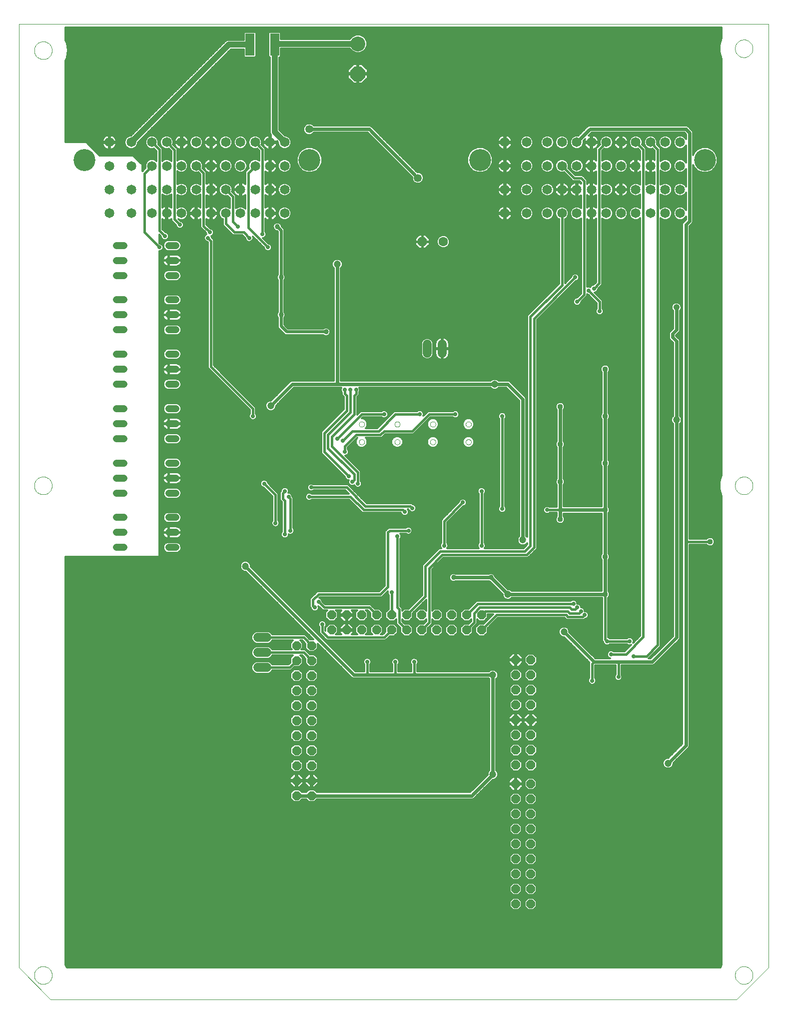
<source format=gbl>
G75*
G70*
%OFA0B0*%
%FSLAX24Y24*%
%IPPOS*%
%LPD*%
%AMOC8*
5,1,8,0,0,1.08239X$1,22.5*
%
%ADD10C,0.0000*%
%ADD11OC8,0.0591*%
%ADD12OC8,0.0630*%
%ADD13C,0.0630*%
%ADD14C,0.1000*%
%ADD15OC8,0.1000*%
%ADD16C,0.0650*%
%ADD17C,0.1463*%
%ADD18C,0.0480*%
%ADD19R,0.0591X0.1457*%
%ADD20C,0.0591*%
%ADD21C,0.0600*%
%ADD22C,0.0120*%
%ADD23OC8,0.0290*%
%ADD24C,0.0290*%
%ADD25C,0.0240*%
%ADD26C,0.0472*%
%ADD27C,0.0337*%
%ADD28C,0.0376*%
%ADD29C,0.0531*%
%ADD30C,0.0200*%
%ADD31C,0.0160*%
%ADD32C,0.0400*%
%ADD33C,0.0416*%
D10*
X000100Y002300D02*
X002225Y000175D01*
X047975Y000175D01*
X050100Y002300D01*
X050100Y065175D01*
X000100Y065175D01*
X000100Y002300D01*
X001134Y001800D02*
X001136Y001848D01*
X001142Y001896D01*
X001152Y001943D01*
X001165Y001989D01*
X001183Y002034D01*
X001203Y002078D01*
X001228Y002120D01*
X001256Y002159D01*
X001286Y002196D01*
X001320Y002230D01*
X001357Y002262D01*
X001395Y002291D01*
X001436Y002316D01*
X001479Y002338D01*
X001524Y002356D01*
X001570Y002370D01*
X001617Y002381D01*
X001665Y002388D01*
X001713Y002391D01*
X001761Y002390D01*
X001809Y002385D01*
X001857Y002376D01*
X001903Y002364D01*
X001948Y002347D01*
X001992Y002327D01*
X002034Y002304D01*
X002074Y002277D01*
X002112Y002247D01*
X002147Y002214D01*
X002179Y002178D01*
X002209Y002140D01*
X002235Y002099D01*
X002257Y002056D01*
X002277Y002012D01*
X002292Y001967D01*
X002304Y001920D01*
X002312Y001872D01*
X002316Y001824D01*
X002316Y001776D01*
X002312Y001728D01*
X002304Y001680D01*
X002292Y001633D01*
X002277Y001588D01*
X002257Y001544D01*
X002235Y001501D01*
X002209Y001460D01*
X002179Y001422D01*
X002147Y001386D01*
X002112Y001353D01*
X002074Y001323D01*
X002034Y001296D01*
X001992Y001273D01*
X001948Y001253D01*
X001903Y001236D01*
X001857Y001224D01*
X001809Y001215D01*
X001761Y001210D01*
X001713Y001209D01*
X001665Y001212D01*
X001617Y001219D01*
X001570Y001230D01*
X001524Y001244D01*
X001479Y001262D01*
X001436Y001284D01*
X001395Y001309D01*
X001357Y001338D01*
X001320Y001370D01*
X001286Y001404D01*
X001256Y001441D01*
X001228Y001480D01*
X001203Y001522D01*
X001183Y001566D01*
X001165Y001611D01*
X001152Y001657D01*
X001142Y001704D01*
X001136Y001752D01*
X001134Y001800D01*
X001134Y034425D02*
X001136Y034473D01*
X001142Y034521D01*
X001152Y034568D01*
X001165Y034614D01*
X001183Y034659D01*
X001203Y034703D01*
X001228Y034745D01*
X001256Y034784D01*
X001286Y034821D01*
X001320Y034855D01*
X001357Y034887D01*
X001395Y034916D01*
X001436Y034941D01*
X001479Y034963D01*
X001524Y034981D01*
X001570Y034995D01*
X001617Y035006D01*
X001665Y035013D01*
X001713Y035016D01*
X001761Y035015D01*
X001809Y035010D01*
X001857Y035001D01*
X001903Y034989D01*
X001948Y034972D01*
X001992Y034952D01*
X002034Y034929D01*
X002074Y034902D01*
X002112Y034872D01*
X002147Y034839D01*
X002179Y034803D01*
X002209Y034765D01*
X002235Y034724D01*
X002257Y034681D01*
X002277Y034637D01*
X002292Y034592D01*
X002304Y034545D01*
X002312Y034497D01*
X002316Y034449D01*
X002316Y034401D01*
X002312Y034353D01*
X002304Y034305D01*
X002292Y034258D01*
X002277Y034213D01*
X002257Y034169D01*
X002235Y034126D01*
X002209Y034085D01*
X002179Y034047D01*
X002147Y034011D01*
X002112Y033978D01*
X002074Y033948D01*
X002034Y033921D01*
X001992Y033898D01*
X001948Y033878D01*
X001903Y033861D01*
X001857Y033849D01*
X001809Y033840D01*
X001761Y033835D01*
X001713Y033834D01*
X001665Y033837D01*
X001617Y033844D01*
X001570Y033855D01*
X001524Y033869D01*
X001479Y033887D01*
X001436Y033909D01*
X001395Y033934D01*
X001357Y033963D01*
X001320Y033995D01*
X001286Y034029D01*
X001256Y034066D01*
X001228Y034105D01*
X001203Y034147D01*
X001183Y034191D01*
X001165Y034236D01*
X001152Y034282D01*
X001142Y034329D01*
X001136Y034377D01*
X001134Y034425D01*
X022798Y037334D02*
X022800Y037360D01*
X022806Y037386D01*
X022816Y037411D01*
X022829Y037434D01*
X022845Y037454D01*
X022865Y037472D01*
X022887Y037487D01*
X022910Y037499D01*
X022936Y037507D01*
X022962Y037511D01*
X022988Y037511D01*
X023014Y037507D01*
X023040Y037499D01*
X023064Y037487D01*
X023085Y037472D01*
X023105Y037454D01*
X023121Y037434D01*
X023134Y037411D01*
X023144Y037386D01*
X023150Y037360D01*
X023152Y037334D01*
X023150Y037308D01*
X023144Y037282D01*
X023134Y037257D01*
X023121Y037234D01*
X023105Y037214D01*
X023085Y037196D01*
X023063Y037181D01*
X023040Y037169D01*
X023014Y037161D01*
X022988Y037157D01*
X022962Y037157D01*
X022936Y037161D01*
X022910Y037169D01*
X022886Y037181D01*
X022865Y037196D01*
X022845Y037214D01*
X022829Y037234D01*
X022816Y037257D01*
X022806Y037282D01*
X022800Y037308D01*
X022798Y037334D01*
X022798Y038516D02*
X022800Y038542D01*
X022806Y038568D01*
X022816Y038593D01*
X022829Y038616D01*
X022845Y038636D01*
X022865Y038654D01*
X022887Y038669D01*
X022910Y038681D01*
X022936Y038689D01*
X022962Y038693D01*
X022988Y038693D01*
X023014Y038689D01*
X023040Y038681D01*
X023064Y038669D01*
X023085Y038654D01*
X023105Y038636D01*
X023121Y038616D01*
X023134Y038593D01*
X023144Y038568D01*
X023150Y038542D01*
X023152Y038516D01*
X023150Y038490D01*
X023144Y038464D01*
X023134Y038439D01*
X023121Y038416D01*
X023105Y038396D01*
X023085Y038378D01*
X023063Y038363D01*
X023040Y038351D01*
X023014Y038343D01*
X022988Y038339D01*
X022962Y038339D01*
X022936Y038343D01*
X022910Y038351D01*
X022886Y038363D01*
X022865Y038378D01*
X022845Y038396D01*
X022829Y038416D01*
X022816Y038439D01*
X022806Y038464D01*
X022800Y038490D01*
X022798Y038516D01*
X025173Y038516D02*
X025175Y038542D01*
X025181Y038568D01*
X025191Y038593D01*
X025204Y038616D01*
X025220Y038636D01*
X025240Y038654D01*
X025262Y038669D01*
X025285Y038681D01*
X025311Y038689D01*
X025337Y038693D01*
X025363Y038693D01*
X025389Y038689D01*
X025415Y038681D01*
X025439Y038669D01*
X025460Y038654D01*
X025480Y038636D01*
X025496Y038616D01*
X025509Y038593D01*
X025519Y038568D01*
X025525Y038542D01*
X025527Y038516D01*
X025525Y038490D01*
X025519Y038464D01*
X025509Y038439D01*
X025496Y038416D01*
X025480Y038396D01*
X025460Y038378D01*
X025438Y038363D01*
X025415Y038351D01*
X025389Y038343D01*
X025363Y038339D01*
X025337Y038339D01*
X025311Y038343D01*
X025285Y038351D01*
X025261Y038363D01*
X025240Y038378D01*
X025220Y038396D01*
X025204Y038416D01*
X025191Y038439D01*
X025181Y038464D01*
X025175Y038490D01*
X025173Y038516D01*
X025173Y037334D02*
X025175Y037360D01*
X025181Y037386D01*
X025191Y037411D01*
X025204Y037434D01*
X025220Y037454D01*
X025240Y037472D01*
X025262Y037487D01*
X025285Y037499D01*
X025311Y037507D01*
X025337Y037511D01*
X025363Y037511D01*
X025389Y037507D01*
X025415Y037499D01*
X025439Y037487D01*
X025460Y037472D01*
X025480Y037454D01*
X025496Y037434D01*
X025509Y037411D01*
X025519Y037386D01*
X025525Y037360D01*
X025527Y037334D01*
X025525Y037308D01*
X025519Y037282D01*
X025509Y037257D01*
X025496Y037234D01*
X025480Y037214D01*
X025460Y037196D01*
X025438Y037181D01*
X025415Y037169D01*
X025389Y037161D01*
X025363Y037157D01*
X025337Y037157D01*
X025311Y037161D01*
X025285Y037169D01*
X025261Y037181D01*
X025240Y037196D01*
X025220Y037214D01*
X025204Y037234D01*
X025191Y037257D01*
X025181Y037282D01*
X025175Y037308D01*
X025173Y037334D01*
X027548Y037334D02*
X027550Y037360D01*
X027556Y037386D01*
X027566Y037411D01*
X027579Y037434D01*
X027595Y037454D01*
X027615Y037472D01*
X027637Y037487D01*
X027660Y037499D01*
X027686Y037507D01*
X027712Y037511D01*
X027738Y037511D01*
X027764Y037507D01*
X027790Y037499D01*
X027814Y037487D01*
X027835Y037472D01*
X027855Y037454D01*
X027871Y037434D01*
X027884Y037411D01*
X027894Y037386D01*
X027900Y037360D01*
X027902Y037334D01*
X027900Y037308D01*
X027894Y037282D01*
X027884Y037257D01*
X027871Y037234D01*
X027855Y037214D01*
X027835Y037196D01*
X027813Y037181D01*
X027790Y037169D01*
X027764Y037161D01*
X027738Y037157D01*
X027712Y037157D01*
X027686Y037161D01*
X027660Y037169D01*
X027636Y037181D01*
X027615Y037196D01*
X027595Y037214D01*
X027579Y037234D01*
X027566Y037257D01*
X027556Y037282D01*
X027550Y037308D01*
X027548Y037334D01*
X027548Y038516D02*
X027550Y038542D01*
X027556Y038568D01*
X027566Y038593D01*
X027579Y038616D01*
X027595Y038636D01*
X027615Y038654D01*
X027637Y038669D01*
X027660Y038681D01*
X027686Y038689D01*
X027712Y038693D01*
X027738Y038693D01*
X027764Y038689D01*
X027790Y038681D01*
X027814Y038669D01*
X027835Y038654D01*
X027855Y038636D01*
X027871Y038616D01*
X027884Y038593D01*
X027894Y038568D01*
X027900Y038542D01*
X027902Y038516D01*
X027900Y038490D01*
X027894Y038464D01*
X027884Y038439D01*
X027871Y038416D01*
X027855Y038396D01*
X027835Y038378D01*
X027813Y038363D01*
X027790Y038351D01*
X027764Y038343D01*
X027738Y038339D01*
X027712Y038339D01*
X027686Y038343D01*
X027660Y038351D01*
X027636Y038363D01*
X027615Y038378D01*
X027595Y038396D01*
X027579Y038416D01*
X027566Y038439D01*
X027556Y038464D01*
X027550Y038490D01*
X027548Y038516D01*
X029923Y038516D02*
X029925Y038542D01*
X029931Y038568D01*
X029941Y038593D01*
X029954Y038616D01*
X029970Y038636D01*
X029990Y038654D01*
X030012Y038669D01*
X030035Y038681D01*
X030061Y038689D01*
X030087Y038693D01*
X030113Y038693D01*
X030139Y038689D01*
X030165Y038681D01*
X030189Y038669D01*
X030210Y038654D01*
X030230Y038636D01*
X030246Y038616D01*
X030259Y038593D01*
X030269Y038568D01*
X030275Y038542D01*
X030277Y038516D01*
X030275Y038490D01*
X030269Y038464D01*
X030259Y038439D01*
X030246Y038416D01*
X030230Y038396D01*
X030210Y038378D01*
X030188Y038363D01*
X030165Y038351D01*
X030139Y038343D01*
X030113Y038339D01*
X030087Y038339D01*
X030061Y038343D01*
X030035Y038351D01*
X030011Y038363D01*
X029990Y038378D01*
X029970Y038396D01*
X029954Y038416D01*
X029941Y038439D01*
X029931Y038464D01*
X029925Y038490D01*
X029923Y038516D01*
X029923Y037334D02*
X029925Y037360D01*
X029931Y037386D01*
X029941Y037411D01*
X029954Y037434D01*
X029970Y037454D01*
X029990Y037472D01*
X030012Y037487D01*
X030035Y037499D01*
X030061Y037507D01*
X030087Y037511D01*
X030113Y037511D01*
X030139Y037507D01*
X030165Y037499D01*
X030189Y037487D01*
X030210Y037472D01*
X030230Y037454D01*
X030246Y037434D01*
X030259Y037411D01*
X030269Y037386D01*
X030275Y037360D01*
X030277Y037334D01*
X030275Y037308D01*
X030269Y037282D01*
X030259Y037257D01*
X030246Y037234D01*
X030230Y037214D01*
X030210Y037196D01*
X030188Y037181D01*
X030165Y037169D01*
X030139Y037161D01*
X030113Y037157D01*
X030087Y037157D01*
X030061Y037161D01*
X030035Y037169D01*
X030011Y037181D01*
X029990Y037196D01*
X029970Y037214D01*
X029954Y037234D01*
X029941Y037257D01*
X029931Y037282D01*
X029925Y037308D01*
X029923Y037334D01*
X047884Y034425D02*
X047886Y034473D01*
X047892Y034521D01*
X047902Y034568D01*
X047915Y034614D01*
X047933Y034659D01*
X047953Y034703D01*
X047978Y034745D01*
X048006Y034784D01*
X048036Y034821D01*
X048070Y034855D01*
X048107Y034887D01*
X048145Y034916D01*
X048186Y034941D01*
X048229Y034963D01*
X048274Y034981D01*
X048320Y034995D01*
X048367Y035006D01*
X048415Y035013D01*
X048463Y035016D01*
X048511Y035015D01*
X048559Y035010D01*
X048607Y035001D01*
X048653Y034989D01*
X048698Y034972D01*
X048742Y034952D01*
X048784Y034929D01*
X048824Y034902D01*
X048862Y034872D01*
X048897Y034839D01*
X048929Y034803D01*
X048959Y034765D01*
X048985Y034724D01*
X049007Y034681D01*
X049027Y034637D01*
X049042Y034592D01*
X049054Y034545D01*
X049062Y034497D01*
X049066Y034449D01*
X049066Y034401D01*
X049062Y034353D01*
X049054Y034305D01*
X049042Y034258D01*
X049027Y034213D01*
X049007Y034169D01*
X048985Y034126D01*
X048959Y034085D01*
X048929Y034047D01*
X048897Y034011D01*
X048862Y033978D01*
X048824Y033948D01*
X048784Y033921D01*
X048742Y033898D01*
X048698Y033878D01*
X048653Y033861D01*
X048607Y033849D01*
X048559Y033840D01*
X048511Y033835D01*
X048463Y033834D01*
X048415Y033837D01*
X048367Y033844D01*
X048320Y033855D01*
X048274Y033869D01*
X048229Y033887D01*
X048186Y033909D01*
X048145Y033934D01*
X048107Y033963D01*
X048070Y033995D01*
X048036Y034029D01*
X048006Y034066D01*
X047978Y034105D01*
X047953Y034147D01*
X047933Y034191D01*
X047915Y034236D01*
X047902Y034282D01*
X047892Y034329D01*
X047886Y034377D01*
X047884Y034425D01*
X047884Y063550D02*
X047886Y063598D01*
X047892Y063646D01*
X047902Y063693D01*
X047915Y063739D01*
X047933Y063784D01*
X047953Y063828D01*
X047978Y063870D01*
X048006Y063909D01*
X048036Y063946D01*
X048070Y063980D01*
X048107Y064012D01*
X048145Y064041D01*
X048186Y064066D01*
X048229Y064088D01*
X048274Y064106D01*
X048320Y064120D01*
X048367Y064131D01*
X048415Y064138D01*
X048463Y064141D01*
X048511Y064140D01*
X048559Y064135D01*
X048607Y064126D01*
X048653Y064114D01*
X048698Y064097D01*
X048742Y064077D01*
X048784Y064054D01*
X048824Y064027D01*
X048862Y063997D01*
X048897Y063964D01*
X048929Y063928D01*
X048959Y063890D01*
X048985Y063849D01*
X049007Y063806D01*
X049027Y063762D01*
X049042Y063717D01*
X049054Y063670D01*
X049062Y063622D01*
X049066Y063574D01*
X049066Y063526D01*
X049062Y063478D01*
X049054Y063430D01*
X049042Y063383D01*
X049027Y063338D01*
X049007Y063294D01*
X048985Y063251D01*
X048959Y063210D01*
X048929Y063172D01*
X048897Y063136D01*
X048862Y063103D01*
X048824Y063073D01*
X048784Y063046D01*
X048742Y063023D01*
X048698Y063003D01*
X048653Y062986D01*
X048607Y062974D01*
X048559Y062965D01*
X048511Y062960D01*
X048463Y062959D01*
X048415Y062962D01*
X048367Y062969D01*
X048320Y062980D01*
X048274Y062994D01*
X048229Y063012D01*
X048186Y063034D01*
X048145Y063059D01*
X048107Y063088D01*
X048070Y063120D01*
X048036Y063154D01*
X048006Y063191D01*
X047978Y063230D01*
X047953Y063272D01*
X047933Y063316D01*
X047915Y063361D01*
X047902Y063407D01*
X047892Y063454D01*
X047886Y063502D01*
X047884Y063550D01*
X001134Y063425D02*
X001136Y063473D01*
X001142Y063521D01*
X001152Y063568D01*
X001165Y063614D01*
X001183Y063659D01*
X001203Y063703D01*
X001228Y063745D01*
X001256Y063784D01*
X001286Y063821D01*
X001320Y063855D01*
X001357Y063887D01*
X001395Y063916D01*
X001436Y063941D01*
X001479Y063963D01*
X001524Y063981D01*
X001570Y063995D01*
X001617Y064006D01*
X001665Y064013D01*
X001713Y064016D01*
X001761Y064015D01*
X001809Y064010D01*
X001857Y064001D01*
X001903Y063989D01*
X001948Y063972D01*
X001992Y063952D01*
X002034Y063929D01*
X002074Y063902D01*
X002112Y063872D01*
X002147Y063839D01*
X002179Y063803D01*
X002209Y063765D01*
X002235Y063724D01*
X002257Y063681D01*
X002277Y063637D01*
X002292Y063592D01*
X002304Y063545D01*
X002312Y063497D01*
X002316Y063449D01*
X002316Y063401D01*
X002312Y063353D01*
X002304Y063305D01*
X002292Y063258D01*
X002277Y063213D01*
X002257Y063169D01*
X002235Y063126D01*
X002209Y063085D01*
X002179Y063047D01*
X002147Y063011D01*
X002112Y062978D01*
X002074Y062948D01*
X002034Y062921D01*
X001992Y062898D01*
X001948Y062878D01*
X001903Y062861D01*
X001857Y062849D01*
X001809Y062840D01*
X001761Y062835D01*
X001713Y062834D01*
X001665Y062837D01*
X001617Y062844D01*
X001570Y062855D01*
X001524Y062869D01*
X001479Y062887D01*
X001436Y062909D01*
X001395Y062934D01*
X001357Y062963D01*
X001320Y062995D01*
X001286Y063029D01*
X001256Y063066D01*
X001228Y063105D01*
X001203Y063147D01*
X001183Y063191D01*
X001165Y063236D01*
X001152Y063282D01*
X001142Y063329D01*
X001136Y063377D01*
X001134Y063425D01*
X047884Y001800D02*
X047886Y001848D01*
X047892Y001896D01*
X047902Y001943D01*
X047915Y001989D01*
X047933Y002034D01*
X047953Y002078D01*
X047978Y002120D01*
X048006Y002159D01*
X048036Y002196D01*
X048070Y002230D01*
X048107Y002262D01*
X048145Y002291D01*
X048186Y002316D01*
X048229Y002338D01*
X048274Y002356D01*
X048320Y002370D01*
X048367Y002381D01*
X048415Y002388D01*
X048463Y002391D01*
X048511Y002390D01*
X048559Y002385D01*
X048607Y002376D01*
X048653Y002364D01*
X048698Y002347D01*
X048742Y002327D01*
X048784Y002304D01*
X048824Y002277D01*
X048862Y002247D01*
X048897Y002214D01*
X048929Y002178D01*
X048959Y002140D01*
X048985Y002099D01*
X049007Y002056D01*
X049027Y002012D01*
X049042Y001967D01*
X049054Y001920D01*
X049062Y001872D01*
X049066Y001824D01*
X049066Y001776D01*
X049062Y001728D01*
X049054Y001680D01*
X049042Y001633D01*
X049027Y001588D01*
X049007Y001544D01*
X048985Y001501D01*
X048959Y001460D01*
X048929Y001422D01*
X048897Y001386D01*
X048862Y001353D01*
X048824Y001323D01*
X048784Y001296D01*
X048742Y001273D01*
X048698Y001253D01*
X048653Y001236D01*
X048607Y001224D01*
X048559Y001215D01*
X048511Y001210D01*
X048463Y001209D01*
X048415Y001212D01*
X048367Y001219D01*
X048320Y001230D01*
X048274Y001244D01*
X048229Y001262D01*
X048186Y001284D01*
X048145Y001309D01*
X048107Y001338D01*
X048070Y001370D01*
X048036Y001404D01*
X048006Y001441D01*
X047978Y001480D01*
X047953Y001522D01*
X047933Y001566D01*
X047915Y001611D01*
X047902Y001657D01*
X047892Y001704D01*
X047886Y001752D01*
X047884Y001800D01*
D11*
X034250Y006550D03*
X034250Y007550D03*
X034250Y008550D03*
X034250Y009550D03*
X034250Y010550D03*
X034250Y011550D03*
X034250Y012550D03*
X034250Y013550D03*
X034250Y014550D03*
X033250Y014550D03*
X033250Y013550D03*
X033250Y012550D03*
X033250Y011550D03*
X033250Y010550D03*
X033250Y009550D03*
X033250Y008550D03*
X033250Y007550D03*
X033250Y006550D03*
X033252Y015806D03*
X033252Y016806D03*
X034252Y016806D03*
X034252Y015806D03*
X034252Y017806D03*
X034252Y018806D03*
X034252Y019806D03*
X034252Y020806D03*
X034252Y021806D03*
X034252Y022806D03*
X033252Y022806D03*
X033252Y021806D03*
X033252Y020806D03*
X033252Y019806D03*
X033252Y018806D03*
X033252Y017806D03*
X030975Y024800D03*
X030975Y025800D03*
X029975Y025800D03*
X029975Y024800D03*
X028975Y024800D03*
X028975Y025800D03*
X027975Y025800D03*
X027975Y024800D03*
X026975Y024800D03*
X026975Y025800D03*
X025975Y025800D03*
X025975Y024800D03*
X024975Y024800D03*
X024975Y025800D03*
X023975Y025800D03*
X023975Y024800D03*
X022975Y024800D03*
X022975Y025800D03*
X021975Y025800D03*
X021975Y024800D03*
X020975Y024800D03*
X020975Y025800D03*
X019638Y023763D03*
X019638Y022763D03*
X019638Y021763D03*
X019638Y020763D03*
X019638Y019763D03*
X019638Y018763D03*
X019638Y017763D03*
X019638Y016763D03*
X019638Y015763D03*
X019638Y014763D03*
X019638Y013763D03*
X018638Y013763D03*
X018638Y014763D03*
X018638Y015763D03*
X018638Y016763D03*
X018638Y017763D03*
X018638Y018763D03*
X018638Y019763D03*
X018638Y020763D03*
X018638Y021763D03*
X018638Y022763D03*
X018638Y023763D03*
D12*
X027025Y050675D03*
D13*
X028425Y050675D03*
D14*
X022725Y063863D03*
D15*
X022725Y061863D03*
D16*
X017842Y057300D03*
X016858Y057300D03*
X015874Y057300D03*
X014889Y057300D03*
X013905Y057300D03*
X012921Y057300D03*
X011937Y057300D03*
X010952Y057300D03*
X009968Y057300D03*
X008984Y057300D03*
X007606Y057300D03*
X007606Y055725D03*
X008984Y055725D03*
X009968Y055725D03*
X010952Y055725D03*
X011937Y055725D03*
X012921Y055725D03*
X013905Y055725D03*
X014889Y055725D03*
X015874Y055725D03*
X016858Y055725D03*
X017842Y055725D03*
X017842Y054150D03*
X016858Y054150D03*
X015874Y054150D03*
X014889Y054150D03*
X013905Y054150D03*
X012921Y054150D03*
X011937Y054150D03*
X010952Y054150D03*
X009968Y054150D03*
X008984Y054150D03*
X007606Y054150D03*
X007606Y052576D03*
X008984Y052576D03*
X009968Y052576D03*
X010952Y052576D03*
X011937Y052576D03*
X012921Y052576D03*
X013905Y052576D03*
X014889Y052576D03*
X015874Y052576D03*
X016858Y052576D03*
X017842Y052576D03*
X006149Y052576D03*
X006149Y054150D03*
X006149Y055725D03*
X006149Y057300D03*
X032524Y057300D03*
X032524Y055725D03*
X033981Y055725D03*
X033981Y057300D03*
X035359Y057300D03*
X036343Y057300D03*
X037327Y057300D03*
X038312Y057300D03*
X039296Y057300D03*
X040280Y057300D03*
X041264Y057300D03*
X042249Y057300D03*
X043233Y057300D03*
X044217Y057300D03*
X044217Y055725D03*
X043233Y055725D03*
X042249Y055725D03*
X041264Y055725D03*
X040280Y055725D03*
X039296Y055725D03*
X038312Y055725D03*
X037327Y055725D03*
X036343Y055725D03*
X035359Y055725D03*
X035359Y054150D03*
X036343Y054150D03*
X037327Y054150D03*
X038312Y054150D03*
X039296Y054150D03*
X040280Y054150D03*
X041264Y054150D03*
X042249Y054150D03*
X043233Y054150D03*
X044217Y054150D03*
X044217Y052576D03*
X043233Y052576D03*
X042249Y052576D03*
X041264Y052576D03*
X040280Y052576D03*
X039296Y052576D03*
X038312Y052576D03*
X037327Y052576D03*
X036343Y052576D03*
X035359Y052576D03*
X033981Y052576D03*
X033981Y054150D03*
X032524Y054150D03*
X032524Y052576D03*
D17*
X030871Y056119D03*
X019496Y056119D03*
X004496Y056119D03*
X045871Y056119D03*
D18*
X010580Y050425D02*
X010100Y050425D01*
X010100Y049425D02*
X010580Y049425D01*
X010580Y048425D02*
X010100Y048425D01*
X010100Y046800D02*
X010580Y046800D01*
X010580Y045800D02*
X010100Y045800D01*
X010100Y044800D02*
X010580Y044800D01*
X010580Y043175D02*
X010100Y043175D01*
X010100Y042175D02*
X010580Y042175D01*
X010580Y041175D02*
X010100Y041175D01*
X010100Y039550D02*
X010580Y039550D01*
X010580Y038550D02*
X010100Y038550D01*
X010100Y037550D02*
X010580Y037550D01*
X010580Y035925D02*
X010100Y035925D01*
X010100Y034925D02*
X010580Y034925D01*
X010580Y033925D02*
X010100Y033925D01*
X010100Y032300D02*
X010580Y032300D01*
X010580Y031300D02*
X010100Y031300D01*
X010100Y030300D02*
X010580Y030300D01*
X007100Y030300D02*
X006620Y030300D01*
X006620Y031300D02*
X007100Y031300D01*
X007100Y032300D02*
X006620Y032300D01*
X006620Y033925D02*
X007100Y033925D01*
X007100Y034925D02*
X006620Y034925D01*
X006620Y035925D02*
X007100Y035925D01*
X007100Y037550D02*
X006620Y037550D01*
X006620Y038550D02*
X007100Y038550D01*
X007100Y039550D02*
X006620Y039550D01*
X006620Y041175D02*
X007100Y041175D01*
X007100Y042175D02*
X006620Y042175D01*
X006620Y043175D02*
X007100Y043175D01*
X007100Y044800D02*
X006620Y044800D01*
X006620Y045800D02*
X007100Y045800D01*
X007100Y046800D02*
X006620Y046800D01*
X006620Y048425D02*
X007100Y048425D01*
X007100Y049425D02*
X006620Y049425D01*
X006620Y050425D02*
X007100Y050425D01*
D19*
X015523Y063800D03*
X017177Y063800D03*
D20*
X027350Y043845D02*
X027350Y043255D01*
X028350Y043255D02*
X028350Y043845D01*
D21*
X016650Y024300D02*
X016050Y024300D01*
X016050Y023300D02*
X016650Y023300D01*
X016650Y022300D02*
X016050Y022300D01*
D22*
X015894Y022690D02*
X003225Y022690D01*
X003225Y022572D02*
X015728Y022572D01*
X015694Y022538D02*
X015630Y022384D01*
X015630Y022216D01*
X003225Y022216D01*
X003225Y022098D02*
X015679Y022098D01*
X015694Y022062D02*
X015812Y021944D01*
X015966Y021880D01*
X016734Y021880D01*
X016888Y021944D01*
X017006Y022062D01*
X017022Y022100D01*
X018258Y022100D01*
X018505Y022347D01*
X018810Y022347D01*
X019053Y022590D01*
X019053Y022935D01*
X018887Y023100D01*
X019017Y023100D01*
X019222Y022895D01*
X019222Y022590D01*
X019465Y022347D01*
X019810Y022347D01*
X020053Y022590D01*
X020053Y022935D01*
X019810Y023178D01*
X019505Y023178D01*
X019183Y023500D01*
X018962Y023500D01*
X019053Y023590D01*
X019053Y023935D01*
X018887Y024100D01*
X019017Y024100D01*
X019222Y023895D01*
X019222Y023590D01*
X019465Y023347D01*
X019810Y023347D01*
X020053Y023590D01*
X020053Y023883D01*
X022320Y021615D01*
X022409Y021579D01*
X031443Y021579D01*
X031485Y021536D01*
X031485Y015439D01*
X031423Y015377D01*
X031369Y015246D01*
X031369Y015158D01*
X030213Y014002D01*
X019985Y014002D01*
X019810Y014178D01*
X019465Y014178D01*
X019290Y014002D01*
X018985Y014002D01*
X018810Y014178D01*
X018465Y014178D01*
X018222Y013935D01*
X018222Y013590D01*
X018465Y013347D01*
X018810Y013347D01*
X018985Y013523D01*
X019290Y013523D01*
X019465Y013347D01*
X019810Y013347D01*
X019985Y013523D01*
X030360Y013523D01*
X030448Y013559D01*
X031708Y014819D01*
X031796Y014819D01*
X031927Y014873D01*
X032027Y014973D01*
X032081Y015104D01*
X032081Y015246D01*
X032027Y015377D01*
X031965Y015439D01*
X031965Y021536D01*
X032027Y021598D01*
X032081Y021729D01*
X032081Y021871D01*
X032027Y022002D01*
X031927Y022102D01*
X031796Y022156D01*
X031654Y022156D01*
X031523Y022102D01*
X031480Y022059D01*
X026675Y022059D01*
X026675Y022500D01*
X026700Y022525D01*
X026740Y022622D01*
X026740Y022728D01*
X026700Y022825D01*
X026625Y022900D01*
X026528Y022940D01*
X026422Y022940D01*
X026325Y022900D01*
X026250Y022825D01*
X026210Y022728D01*
X026210Y022622D01*
X026250Y022525D01*
X026275Y022500D01*
X026275Y022059D01*
X025425Y022059D01*
X025425Y022500D01*
X025450Y022525D01*
X025490Y022622D01*
X025490Y022728D01*
X025450Y022825D01*
X025375Y022900D01*
X025278Y022940D01*
X025172Y022940D01*
X025075Y022900D01*
X025000Y022825D01*
X024960Y022728D01*
X024960Y022622D01*
X025000Y022525D01*
X025025Y022500D01*
X025025Y022059D01*
X023550Y022059D01*
X023550Y022500D01*
X023575Y022525D01*
X023615Y022622D01*
X023615Y022728D01*
X023575Y022825D01*
X023500Y022900D01*
X023403Y022940D01*
X023297Y022940D01*
X023200Y022900D01*
X023125Y022825D01*
X023085Y022728D01*
X023085Y022622D01*
X023125Y022525D01*
X023150Y022500D01*
X023150Y022059D01*
X022556Y022059D01*
X015581Y029033D01*
X015581Y029121D01*
X015527Y029252D01*
X015427Y029352D01*
X015296Y029406D01*
X015154Y029406D01*
X015023Y029352D01*
X014923Y029252D01*
X014869Y029121D01*
X014869Y028979D01*
X014923Y028848D01*
X015023Y028748D01*
X015154Y028694D01*
X015242Y028694D01*
X019758Y024178D01*
X019505Y024178D01*
X019183Y024500D01*
X017022Y024500D01*
X017006Y024538D01*
X016888Y024656D01*
X016734Y024720D01*
X015966Y024720D01*
X015812Y024656D01*
X015694Y024538D01*
X015630Y024384D01*
X015630Y024216D01*
X015694Y024062D01*
X015812Y023944D01*
X015966Y023880D01*
X016734Y023880D01*
X016888Y023944D01*
X017006Y024062D01*
X017022Y024100D01*
X018388Y024100D01*
X018222Y023935D01*
X018222Y023590D01*
X018313Y023500D01*
X017022Y023500D01*
X017006Y023538D01*
X016888Y023656D01*
X016734Y023720D01*
X015966Y023720D01*
X015812Y023656D01*
X015694Y023538D01*
X015630Y023384D01*
X015630Y023216D01*
X015694Y023062D01*
X015812Y022944D01*
X015966Y022880D01*
X016734Y022880D01*
X016888Y022944D01*
X017006Y023062D01*
X017022Y023100D01*
X018388Y023100D01*
X018222Y022935D01*
X018222Y022630D01*
X018092Y022500D01*
X017022Y022500D01*
X017006Y022538D01*
X016888Y022656D01*
X016734Y022720D01*
X015966Y022720D01*
X015812Y022656D01*
X015694Y022538D01*
X015659Y022453D02*
X003225Y022453D01*
X003225Y022335D02*
X015630Y022335D01*
X015630Y022216D02*
X015694Y022062D01*
X015777Y021979D02*
X003225Y021979D01*
X003225Y021861D02*
X018222Y021861D01*
X018222Y021935D02*
X018222Y021590D01*
X018465Y021347D01*
X018810Y021347D01*
X019053Y021590D01*
X019053Y021935D01*
X018810Y022178D01*
X018465Y022178D01*
X018222Y021935D01*
X018267Y021979D02*
X016923Y021979D01*
X017021Y022098D02*
X018385Y022098D01*
X018374Y022216D02*
X021720Y022216D01*
X021838Y022098D02*
X019890Y022098D01*
X019810Y022178D02*
X019465Y022178D01*
X019222Y021935D01*
X019222Y021590D01*
X019465Y021347D01*
X019810Y021347D01*
X020053Y021590D01*
X020053Y021935D01*
X019810Y022178D01*
X020008Y021979D02*
X021957Y021979D01*
X022075Y021861D02*
X020053Y021861D01*
X020053Y021742D02*
X022194Y021742D01*
X022312Y021624D02*
X020053Y021624D01*
X019967Y021505D02*
X031485Y021505D01*
X031485Y021387D02*
X019849Y021387D01*
X019810Y021178D02*
X019465Y021178D01*
X019222Y020935D01*
X019222Y020590D01*
X019465Y020347D01*
X019810Y020347D01*
X020053Y020590D01*
X020053Y020935D01*
X019810Y021178D01*
X019838Y021150D02*
X031485Y021150D01*
X031485Y021268D02*
X003225Y021268D01*
X003225Y021150D02*
X018437Y021150D01*
X018465Y021178D02*
X018222Y020935D01*
X018222Y020590D01*
X018465Y020347D01*
X018810Y020347D01*
X019053Y020590D01*
X019053Y020935D01*
X018810Y021178D01*
X018465Y021178D01*
X018319Y021031D02*
X003225Y021031D01*
X003225Y020913D02*
X018222Y020913D01*
X018222Y020794D02*
X003225Y020794D01*
X003225Y020676D02*
X018222Y020676D01*
X018256Y020557D02*
X003225Y020557D01*
X003225Y020439D02*
X018374Y020439D01*
X018465Y020178D02*
X018222Y019935D01*
X018222Y019590D01*
X018465Y019347D01*
X018810Y019347D01*
X019053Y019590D01*
X019053Y019935D01*
X018810Y020178D01*
X018465Y020178D01*
X018371Y020083D02*
X003225Y020083D01*
X003225Y019965D02*
X018252Y019965D01*
X018222Y019846D02*
X003225Y019846D01*
X003225Y019728D02*
X018222Y019728D01*
X018222Y019609D02*
X003225Y019609D01*
X003225Y019491D02*
X018322Y019491D01*
X018441Y019372D02*
X003225Y019372D01*
X003225Y019254D02*
X031485Y019254D01*
X031485Y019372D02*
X019834Y019372D01*
X019810Y019347D02*
X020053Y019590D01*
X020053Y019935D01*
X019810Y020178D01*
X019465Y020178D01*
X019222Y019935D01*
X019222Y019590D01*
X019465Y019347D01*
X019810Y019347D01*
X019810Y019178D02*
X019465Y019178D01*
X019222Y018935D01*
X019222Y018590D01*
X019465Y018347D01*
X019810Y018347D01*
X020053Y018590D01*
X020053Y018935D01*
X019810Y019178D01*
X019852Y019135D02*
X031485Y019135D01*
X031485Y019017D02*
X019971Y019017D01*
X020053Y018898D02*
X031485Y018898D01*
X031485Y018780D02*
X020053Y018780D01*
X020053Y018661D02*
X031485Y018661D01*
X031485Y018543D02*
X020005Y018543D01*
X019886Y018424D02*
X031485Y018424D01*
X031485Y018306D02*
X003225Y018306D01*
X003225Y018424D02*
X018389Y018424D01*
X018465Y018347D02*
X018810Y018347D01*
X019053Y018590D01*
X019053Y018935D01*
X018810Y019178D01*
X018465Y019178D01*
X018222Y018935D01*
X018222Y018590D01*
X018465Y018347D01*
X018465Y018178D02*
X018222Y017935D01*
X018222Y017590D01*
X018465Y017347D01*
X018810Y017347D01*
X019053Y017590D01*
X019053Y017935D01*
X018810Y018178D01*
X018465Y018178D01*
X018356Y018069D02*
X003225Y018069D01*
X003225Y018187D02*
X031485Y018187D01*
X031485Y018069D02*
X019919Y018069D01*
X019810Y018178D02*
X019465Y018178D01*
X019222Y017935D01*
X019222Y017590D01*
X019465Y017347D01*
X019810Y017347D01*
X020053Y017590D01*
X020053Y017935D01*
X019810Y018178D01*
X020037Y017950D02*
X031485Y017950D01*
X031485Y017832D02*
X020053Y017832D01*
X020053Y017713D02*
X031485Y017713D01*
X031485Y017595D02*
X020053Y017595D01*
X019938Y017476D02*
X031485Y017476D01*
X031485Y017358D02*
X019820Y017358D01*
X019810Y017178D02*
X019465Y017178D01*
X019222Y016935D01*
X019222Y016590D01*
X019465Y016347D01*
X019810Y016347D01*
X020053Y016590D01*
X020053Y016935D01*
X019810Y017178D01*
X019867Y017121D02*
X031485Y017121D01*
X031485Y017239D02*
X003225Y017239D01*
X003225Y017121D02*
X018408Y017121D01*
X018465Y017178D02*
X018222Y016935D01*
X018222Y016590D01*
X018465Y016347D01*
X018810Y016347D01*
X019053Y016590D01*
X019053Y016935D01*
X018810Y017178D01*
X018465Y017178D01*
X018455Y017358D02*
X003225Y017358D01*
X003225Y017476D02*
X018337Y017476D01*
X018222Y017595D02*
X003225Y017595D01*
X003225Y017713D02*
X018222Y017713D01*
X018222Y017832D02*
X003225Y017832D01*
X003225Y017950D02*
X018238Y017950D01*
X018270Y018543D02*
X003225Y018543D01*
X003225Y018661D02*
X018222Y018661D01*
X018222Y018780D02*
X003225Y018780D01*
X003225Y018898D02*
X018222Y018898D01*
X018304Y019017D02*
X003225Y019017D01*
X003225Y019135D02*
X018423Y019135D01*
X018852Y019135D02*
X019423Y019135D01*
X019304Y019017D02*
X018971Y019017D01*
X019053Y018898D02*
X019222Y018898D01*
X019222Y018780D02*
X019053Y018780D01*
X019053Y018661D02*
X019222Y018661D01*
X019270Y018543D02*
X019005Y018543D01*
X018886Y018424D02*
X019389Y018424D01*
X019356Y018069D02*
X018919Y018069D01*
X019037Y017950D02*
X019238Y017950D01*
X019222Y017832D02*
X019053Y017832D01*
X019053Y017713D02*
X019222Y017713D01*
X019222Y017595D02*
X019053Y017595D01*
X018938Y017476D02*
X019337Y017476D01*
X019455Y017358D02*
X018820Y017358D01*
X018867Y017121D02*
X019408Y017121D01*
X019290Y017002D02*
X018985Y017002D01*
X019053Y016884D02*
X019222Y016884D01*
X019222Y016765D02*
X019053Y016765D01*
X019053Y016647D02*
X019222Y016647D01*
X019285Y016528D02*
X018990Y016528D01*
X018872Y016410D02*
X019403Y016410D01*
X019465Y016178D02*
X019222Y015935D01*
X019222Y015590D01*
X019465Y015347D01*
X019810Y015347D01*
X020053Y015590D01*
X020053Y015935D01*
X019810Y016178D01*
X019465Y016178D01*
X019460Y016173D02*
X018815Y016173D01*
X018810Y016178D02*
X018465Y016178D01*
X018222Y015935D01*
X018222Y015590D01*
X018465Y015347D01*
X018810Y015347D01*
X019053Y015590D01*
X019053Y015935D01*
X018810Y016178D01*
X018933Y016054D02*
X019342Y016054D01*
X019223Y015936D02*
X019052Y015936D01*
X019053Y015817D02*
X019222Y015817D01*
X019222Y015699D02*
X019053Y015699D01*
X019042Y015580D02*
X019233Y015580D01*
X019351Y015462D02*
X018924Y015462D01*
X018826Y015218D02*
X018676Y015218D01*
X018676Y014801D01*
X019093Y014801D01*
X019093Y014951D01*
X018826Y015218D01*
X018938Y015106D02*
X019337Y015106D01*
X019449Y015218D02*
X019182Y014951D01*
X019182Y014801D01*
X019599Y014801D01*
X019599Y015218D01*
X019449Y015218D01*
X019599Y015106D02*
X019676Y015106D01*
X019676Y015218D02*
X019826Y015218D01*
X020093Y014951D01*
X020093Y014801D01*
X019676Y014801D01*
X019676Y014724D01*
X020093Y014724D01*
X020093Y014574D01*
X019826Y014307D01*
X019676Y014307D01*
X019676Y014724D01*
X019599Y014724D01*
X019599Y014307D01*
X019449Y014307D01*
X019182Y014574D01*
X019182Y014724D01*
X019599Y014724D01*
X019599Y014801D01*
X019676Y014801D01*
X019676Y015218D01*
X019676Y014988D02*
X019599Y014988D01*
X019599Y014869D02*
X019676Y014869D01*
X019676Y014751D02*
X030961Y014751D01*
X031080Y014869D02*
X020093Y014869D01*
X020056Y014988D02*
X031198Y014988D01*
X031317Y015106D02*
X019938Y015106D01*
X019924Y015462D02*
X031485Y015462D01*
X031485Y015580D02*
X020042Y015580D01*
X020053Y015699D02*
X031485Y015699D01*
X031485Y015817D02*
X020053Y015817D01*
X020052Y015936D02*
X031485Y015936D01*
X031485Y016054D02*
X019933Y016054D01*
X019815Y016173D02*
X031485Y016173D01*
X031485Y016291D02*
X003225Y016291D01*
X003225Y016173D02*
X018460Y016173D01*
X018342Y016054D02*
X003225Y016054D01*
X003225Y015936D02*
X018223Y015936D01*
X018222Y015817D02*
X003225Y015817D01*
X003225Y015699D02*
X018222Y015699D01*
X018233Y015580D02*
X003225Y015580D01*
X003225Y015462D02*
X018351Y015462D01*
X018449Y015218D02*
X018182Y014951D01*
X018182Y014801D01*
X018599Y014801D01*
X018599Y015218D01*
X018449Y015218D01*
X018337Y015106D02*
X003225Y015106D01*
X003225Y014988D02*
X018219Y014988D01*
X018182Y014869D02*
X003225Y014869D01*
X003225Y014751D02*
X018599Y014751D01*
X018599Y014724D02*
X018182Y014724D01*
X018182Y014574D01*
X018449Y014307D01*
X018599Y014307D01*
X018599Y014724D01*
X018676Y014724D01*
X018676Y014801D01*
X018599Y014801D01*
X018599Y014724D01*
X018676Y014724D02*
X018676Y014307D01*
X018826Y014307D01*
X019093Y014574D01*
X019093Y014724D01*
X018676Y014724D01*
X018676Y014751D02*
X019599Y014751D01*
X019599Y014632D02*
X019676Y014632D01*
X019676Y014514D02*
X019599Y014514D01*
X019599Y014395D02*
X019676Y014395D01*
X019914Y014395D02*
X030606Y014395D01*
X030724Y014514D02*
X020032Y014514D01*
X020093Y014632D02*
X030843Y014632D01*
X031166Y014277D02*
X032880Y014277D01*
X032795Y014361D02*
X033061Y014095D01*
X033212Y014095D01*
X033212Y014512D01*
X033288Y014512D01*
X033288Y014588D01*
X033705Y014588D01*
X033705Y014739D01*
X033439Y015005D01*
X033288Y015005D01*
X033288Y014588D01*
X033212Y014588D01*
X033212Y014512D01*
X032795Y014512D01*
X032795Y014361D01*
X032795Y014395D02*
X031284Y014395D01*
X031403Y014514D02*
X033212Y014514D01*
X033212Y014588D02*
X032795Y014588D01*
X032795Y014739D01*
X033061Y015005D01*
X033212Y015005D01*
X033212Y014588D01*
X033212Y014632D02*
X033288Y014632D01*
X033288Y014514D02*
X033835Y014514D01*
X033835Y014632D02*
X033705Y014632D01*
X033693Y014751D02*
X033863Y014751D01*
X033835Y014722D02*
X033835Y014378D01*
X034078Y014135D01*
X034422Y014135D01*
X034665Y014378D01*
X034665Y014722D01*
X034422Y014965D01*
X034078Y014965D01*
X033835Y014722D01*
X033982Y014869D02*
X033575Y014869D01*
X033456Y014988D02*
X046975Y014988D01*
X046975Y015106D02*
X032081Y015106D01*
X032081Y015225D02*
X046975Y015225D01*
X046975Y015343D02*
X032041Y015343D01*
X031965Y015462D02*
X033009Y015462D01*
X033080Y015391D02*
X033424Y015391D01*
X033667Y015634D01*
X033667Y015978D01*
X033424Y016221D01*
X033080Y016221D01*
X032837Y015978D01*
X032837Y015634D01*
X033080Y015391D01*
X032891Y015580D02*
X031965Y015580D01*
X031965Y015699D02*
X032837Y015699D01*
X032837Y015817D02*
X031965Y015817D01*
X031965Y015936D02*
X032837Y015936D01*
X032913Y016054D02*
X031965Y016054D01*
X031965Y016173D02*
X033031Y016173D01*
X033080Y016391D02*
X033424Y016391D01*
X033667Y016634D01*
X033667Y016978D01*
X033424Y017221D01*
X033080Y017221D01*
X032837Y016978D01*
X032837Y016634D01*
X033080Y016391D01*
X033061Y016410D02*
X031965Y016410D01*
X031965Y016528D02*
X032943Y016528D01*
X032837Y016647D02*
X031965Y016647D01*
X031965Y016765D02*
X032837Y016765D01*
X032837Y016884D02*
X031965Y016884D01*
X031965Y017002D02*
X032861Y017002D01*
X032979Y017121D02*
X031965Y017121D01*
X031965Y017239D02*
X044360Y017239D01*
X044360Y017212D02*
X043429Y016281D01*
X043342Y016281D01*
X043211Y016227D01*
X043111Y016127D01*
X043056Y015996D01*
X043056Y015854D01*
X043111Y015723D01*
X043211Y015623D01*
X043342Y015569D01*
X043483Y015569D01*
X043614Y015623D01*
X043714Y015723D01*
X043769Y015854D01*
X043769Y015942D01*
X044803Y016977D01*
X044840Y017065D01*
X044840Y030475D01*
X045989Y030475D01*
X046050Y030414D01*
X046164Y030367D01*
X046286Y030367D01*
X046400Y030414D01*
X046486Y030500D01*
X046533Y030614D01*
X046533Y030736D01*
X046486Y030850D01*
X046400Y030936D01*
X046286Y030983D01*
X046164Y030983D01*
X046050Y030936D01*
X045989Y030875D01*
X044840Y030875D01*
X044840Y051701D01*
X044986Y051847D01*
X045053Y051914D01*
X045090Y052002D01*
X045090Y055779D01*
X045149Y055637D01*
X045388Y055397D01*
X045701Y055267D01*
X046040Y055267D01*
X046353Y055397D01*
X046593Y055637D01*
X046722Y055950D01*
X046722Y056288D01*
X046593Y056601D01*
X046353Y056841D01*
X046040Y056970D01*
X045701Y056970D01*
X045388Y056841D01*
X045149Y056601D01*
X045090Y056459D01*
X045090Y057973D01*
X045053Y058061D01*
X044803Y058311D01*
X044736Y058378D01*
X044648Y058415D01*
X038155Y058415D01*
X038066Y058378D01*
X037999Y058311D01*
X037428Y057740D01*
X037416Y057745D01*
X037239Y057745D01*
X037075Y057677D01*
X036950Y057552D01*
X036883Y057388D01*
X036883Y057212D01*
X036950Y057048D01*
X037075Y056923D01*
X037239Y056855D01*
X037416Y056855D01*
X037579Y056923D01*
X037704Y057048D01*
X037772Y057212D01*
X037772Y057388D01*
X037767Y057400D01*
X037872Y057505D01*
X037862Y057486D01*
X037839Y057414D01*
X037828Y057348D01*
X038263Y057348D01*
X038263Y057252D01*
X037828Y057252D01*
X037839Y057186D01*
X037862Y057114D01*
X037897Y057046D01*
X037942Y056984D01*
X037996Y056930D01*
X038058Y056885D01*
X038126Y056851D01*
X038198Y056827D01*
X038263Y056817D01*
X038263Y057252D01*
X038360Y057252D01*
X038360Y057348D01*
X038795Y057348D01*
X038784Y057414D01*
X038761Y057486D01*
X038726Y057554D01*
X038681Y057616D01*
X038627Y057670D01*
X038566Y057715D01*
X038498Y057749D01*
X038425Y057773D01*
X038360Y057783D01*
X038360Y057348D01*
X038263Y057348D01*
X038263Y057783D01*
X038198Y057773D01*
X038126Y057749D01*
X038106Y057739D01*
X038302Y057935D01*
X044501Y057935D01*
X044610Y057826D01*
X044610Y057514D01*
X044594Y057552D01*
X044469Y057677D01*
X044306Y057745D01*
X044129Y057745D01*
X043965Y057677D01*
X043840Y057552D01*
X043772Y057388D01*
X043772Y057212D01*
X043840Y057048D01*
X043965Y056923D01*
X044129Y056855D01*
X044306Y056855D01*
X044469Y056923D01*
X044594Y057048D01*
X044610Y057086D01*
X044610Y055939D01*
X044594Y055977D01*
X044469Y056102D01*
X044306Y056170D01*
X044129Y056170D01*
X043965Y056102D01*
X043840Y055977D01*
X043772Y055814D01*
X043772Y055637D01*
X043840Y055473D01*
X043965Y055348D01*
X044129Y055280D01*
X044306Y055280D01*
X044469Y055348D01*
X044594Y055473D01*
X044610Y055511D01*
X044610Y054364D01*
X044594Y054402D01*
X044469Y054527D01*
X044306Y054595D01*
X044129Y054595D01*
X043965Y054527D01*
X043840Y054402D01*
X043772Y054239D01*
X043772Y054062D01*
X043840Y053898D01*
X043965Y053773D01*
X044129Y053706D01*
X044306Y053706D01*
X044469Y053773D01*
X044594Y053898D01*
X044610Y053937D01*
X044610Y052789D01*
X044594Y052828D01*
X044469Y052953D01*
X044306Y053020D01*
X044129Y053020D01*
X043965Y052953D01*
X043840Y052828D01*
X043772Y052664D01*
X043772Y052487D01*
X043840Y052324D01*
X043965Y052199D01*
X044129Y052131D01*
X044306Y052131D01*
X044469Y052199D01*
X044594Y052324D01*
X044610Y052362D01*
X044610Y052149D01*
X044397Y051936D01*
X044360Y051848D01*
X044360Y017212D01*
X044269Y017121D02*
X034525Y017121D01*
X034424Y017221D02*
X034080Y017221D01*
X033837Y016978D01*
X033837Y016634D01*
X034080Y016391D01*
X034424Y016391D01*
X034667Y016634D01*
X034667Y016978D01*
X034424Y017221D01*
X034424Y017391D02*
X034667Y017634D01*
X034667Y017978D01*
X034424Y018221D01*
X034080Y018221D01*
X033837Y017978D01*
X033837Y017634D01*
X034080Y017391D01*
X034424Y017391D01*
X034509Y017476D02*
X044360Y017476D01*
X044360Y017358D02*
X031965Y017358D01*
X031965Y017476D02*
X032995Y017476D01*
X033080Y017391D02*
X033424Y017391D01*
X033667Y017634D01*
X033667Y017978D01*
X033424Y018221D01*
X033080Y018221D01*
X032837Y017978D01*
X032837Y017634D01*
X033080Y017391D01*
X032876Y017595D02*
X031965Y017595D01*
X031965Y017713D02*
X032837Y017713D01*
X032837Y017832D02*
X031965Y017832D01*
X031965Y017950D02*
X032837Y017950D01*
X032927Y018069D02*
X031965Y018069D01*
X031965Y018187D02*
X033046Y018187D01*
X033063Y018351D02*
X033214Y018351D01*
X033214Y018768D01*
X033290Y018768D01*
X033290Y018351D01*
X033441Y018351D01*
X033707Y018617D01*
X033707Y018768D01*
X033290Y018768D01*
X033290Y018844D01*
X033707Y018844D01*
X033707Y018995D01*
X033441Y019261D01*
X033290Y019261D01*
X033290Y018844D01*
X033214Y018844D01*
X033214Y018768D01*
X032797Y018768D01*
X032797Y018617D01*
X033063Y018351D01*
X032990Y018424D02*
X031965Y018424D01*
X031965Y018306D02*
X044360Y018306D01*
X044360Y018424D02*
X034514Y018424D01*
X034441Y018351D02*
X034707Y018617D01*
X034707Y018768D01*
X034290Y018768D01*
X034290Y018351D01*
X034441Y018351D01*
X034458Y018187D02*
X044360Y018187D01*
X044360Y018069D02*
X034577Y018069D01*
X034667Y017950D02*
X044360Y017950D01*
X044360Y017832D02*
X034667Y017832D01*
X034667Y017713D02*
X044360Y017713D01*
X044360Y017595D02*
X034628Y017595D01*
X034643Y017002D02*
X044150Y017002D01*
X044032Y016884D02*
X034667Y016884D01*
X034667Y016765D02*
X043913Y016765D01*
X043795Y016647D02*
X034667Y016647D01*
X034561Y016528D02*
X043676Y016528D01*
X043558Y016410D02*
X034443Y016410D01*
X034424Y016221D02*
X034080Y016221D01*
X033837Y015978D01*
X033837Y015634D01*
X034080Y015391D01*
X034424Y015391D01*
X034667Y015634D01*
X034667Y015978D01*
X034424Y016221D01*
X034473Y016173D02*
X043156Y016173D01*
X043080Y016054D02*
X034591Y016054D01*
X034667Y015936D02*
X043056Y015936D01*
X043072Y015817D02*
X034667Y015817D01*
X034667Y015699D02*
X043135Y015699D01*
X043314Y015580D02*
X034613Y015580D01*
X034495Y015462D02*
X046975Y015462D01*
X046975Y015580D02*
X043511Y015580D01*
X043690Y015699D02*
X046975Y015699D01*
X046975Y015817D02*
X043753Y015817D01*
X043769Y015936D02*
X046975Y015936D01*
X046975Y016054D02*
X043881Y016054D01*
X043999Y016173D02*
X046975Y016173D01*
X046975Y016291D02*
X044118Y016291D01*
X044236Y016410D02*
X046975Y016410D01*
X046975Y016528D02*
X044355Y016528D01*
X044473Y016647D02*
X046975Y016647D01*
X046975Y016765D02*
X044592Y016765D01*
X044710Y016884D02*
X046975Y016884D01*
X046975Y017002D02*
X044814Y017002D01*
X044840Y017121D02*
X046975Y017121D01*
X046975Y017239D02*
X044840Y017239D01*
X044840Y017358D02*
X046975Y017358D01*
X046975Y017476D02*
X044840Y017476D01*
X044840Y017595D02*
X046975Y017595D01*
X046975Y017713D02*
X044840Y017713D01*
X044840Y017832D02*
X046975Y017832D01*
X046975Y017950D02*
X044840Y017950D01*
X044840Y018069D02*
X046975Y018069D01*
X046975Y018187D02*
X044840Y018187D01*
X044840Y018306D02*
X046975Y018306D01*
X046975Y018424D02*
X044840Y018424D01*
X044840Y018543D02*
X046975Y018543D01*
X046975Y018661D02*
X044840Y018661D01*
X044840Y018780D02*
X046975Y018780D01*
X046975Y018898D02*
X044840Y018898D01*
X044840Y019017D02*
X046975Y019017D01*
X046975Y019135D02*
X044840Y019135D01*
X044840Y019254D02*
X046975Y019254D01*
X046975Y019372D02*
X044840Y019372D01*
X044840Y019491D02*
X046975Y019491D01*
X046975Y019609D02*
X044840Y019609D01*
X044840Y019728D02*
X046975Y019728D01*
X046975Y019846D02*
X044840Y019846D01*
X044840Y019965D02*
X046975Y019965D01*
X046975Y020083D02*
X044840Y020083D01*
X044840Y020202D02*
X046975Y020202D01*
X046975Y020320D02*
X044840Y020320D01*
X044840Y020439D02*
X046975Y020439D01*
X046975Y020557D02*
X044840Y020557D01*
X044840Y020676D02*
X046975Y020676D01*
X046975Y020794D02*
X044840Y020794D01*
X044840Y020913D02*
X046975Y020913D01*
X046975Y021031D02*
X044840Y021031D01*
X044840Y021150D02*
X046975Y021150D01*
X046975Y021268D02*
X044840Y021268D01*
X044840Y021387D02*
X046975Y021387D01*
X046975Y021505D02*
X044840Y021505D01*
X044840Y021624D02*
X046975Y021624D01*
X046975Y021742D02*
X044840Y021742D01*
X044840Y021861D02*
X046975Y021861D01*
X046975Y021979D02*
X044840Y021979D01*
X044840Y022098D02*
X046975Y022098D01*
X046975Y022216D02*
X044840Y022216D01*
X044840Y022335D02*
X046975Y022335D01*
X046975Y022453D02*
X044840Y022453D01*
X044840Y022572D02*
X046975Y022572D01*
X046975Y022690D02*
X044840Y022690D01*
X044840Y022809D02*
X046975Y022809D01*
X046975Y022927D02*
X044840Y022927D01*
X044840Y023046D02*
X046975Y023046D01*
X046975Y023164D02*
X044840Y023164D01*
X044840Y023283D02*
X046975Y023283D01*
X046975Y023401D02*
X044840Y023401D01*
X044840Y023520D02*
X046975Y023520D01*
X046975Y023638D02*
X044840Y023638D01*
X044840Y023757D02*
X046975Y023757D01*
X046975Y023875D02*
X044840Y023875D01*
X044840Y023994D02*
X046975Y023994D01*
X046975Y024112D02*
X044840Y024112D01*
X044840Y024231D02*
X046975Y024231D01*
X046975Y024349D02*
X044840Y024349D01*
X044840Y024468D02*
X046975Y024468D01*
X046975Y024586D02*
X044840Y024586D01*
X044840Y024705D02*
X046975Y024705D01*
X046975Y024823D02*
X044840Y024823D01*
X044840Y024942D02*
X046975Y024942D01*
X046975Y025060D02*
X044840Y025060D01*
X044840Y025179D02*
X046975Y025179D01*
X046975Y025297D02*
X044840Y025297D01*
X044840Y025416D02*
X046975Y025416D01*
X046975Y025534D02*
X044840Y025534D01*
X044840Y025653D02*
X046975Y025653D01*
X046975Y025771D02*
X044840Y025771D01*
X044840Y025890D02*
X046975Y025890D01*
X046975Y026008D02*
X044840Y026008D01*
X044840Y026127D02*
X046975Y026127D01*
X046975Y026245D02*
X044840Y026245D01*
X044840Y026364D02*
X046975Y026364D01*
X046975Y026482D02*
X044840Y026482D01*
X044840Y026601D02*
X046975Y026601D01*
X046975Y026719D02*
X044840Y026719D01*
X044840Y026838D02*
X046975Y026838D01*
X046975Y026956D02*
X044840Y026956D01*
X044840Y027075D02*
X046975Y027075D01*
X046975Y027193D02*
X044840Y027193D01*
X044840Y027312D02*
X046975Y027312D01*
X046975Y027430D02*
X044840Y027430D01*
X044840Y027549D02*
X046975Y027549D01*
X046975Y027667D02*
X044840Y027667D01*
X044840Y027786D02*
X046975Y027786D01*
X046975Y027904D02*
X044840Y027904D01*
X044840Y028023D02*
X046975Y028023D01*
X046975Y028141D02*
X044840Y028141D01*
X044840Y028260D02*
X046975Y028260D01*
X046975Y028378D02*
X044840Y028378D01*
X044840Y028497D02*
X046975Y028497D01*
X046975Y028615D02*
X044840Y028615D01*
X044840Y028734D02*
X046975Y028734D01*
X046975Y028852D02*
X044840Y028852D01*
X044840Y028971D02*
X046975Y028971D01*
X046975Y029089D02*
X044840Y029089D01*
X044840Y029208D02*
X046975Y029208D01*
X046975Y029326D02*
X044840Y029326D01*
X044840Y029445D02*
X046975Y029445D01*
X046975Y029563D02*
X044840Y029563D01*
X044840Y029682D02*
X046975Y029682D01*
X046975Y029800D02*
X044840Y029800D01*
X044840Y029919D02*
X046975Y029919D01*
X046975Y030037D02*
X044840Y030037D01*
X044840Y030156D02*
X046975Y030156D01*
X046975Y030274D02*
X044840Y030274D01*
X044840Y030393D02*
X046102Y030393D01*
X046348Y030393D02*
X046975Y030393D01*
X046975Y030511D02*
X046491Y030511D01*
X046533Y030630D02*
X046975Y030630D01*
X046975Y030748D02*
X046528Y030748D01*
X046469Y030867D02*
X046975Y030867D01*
X046975Y030985D02*
X044840Y030985D01*
X044840Y031104D02*
X046975Y031104D01*
X046975Y031222D02*
X044840Y031222D01*
X044840Y031341D02*
X046975Y031341D01*
X046975Y031459D02*
X044840Y031459D01*
X044840Y031578D02*
X046975Y031578D01*
X046975Y031696D02*
X044840Y031696D01*
X044840Y031815D02*
X046975Y031815D01*
X046975Y031933D02*
X044840Y031933D01*
X044840Y032052D02*
X046975Y032052D01*
X046975Y032170D02*
X044840Y032170D01*
X044840Y032289D02*
X046975Y032289D01*
X046975Y032407D02*
X044840Y032407D01*
X044840Y032526D02*
X046975Y032526D01*
X046975Y032644D02*
X044840Y032644D01*
X044840Y032763D02*
X046975Y032763D01*
X046975Y032881D02*
X044840Y032881D01*
X044840Y033000D02*
X046975Y033000D01*
X046975Y033118D02*
X044840Y033118D01*
X044840Y033237D02*
X046975Y033237D01*
X046975Y033355D02*
X044840Y033355D01*
X044840Y033474D02*
X046975Y033474D01*
X046975Y033592D02*
X044840Y033592D01*
X044840Y033711D02*
X046975Y033711D01*
X046975Y033719D02*
X046975Y002506D01*
X046911Y002300D01*
X003306Y002300D01*
X003225Y002468D01*
X003225Y029675D01*
X009475Y029675D01*
X009475Y050035D01*
X009528Y050035D01*
X009625Y050075D01*
X009700Y050150D01*
X009740Y050247D01*
X009740Y050353D01*
X009700Y050450D01*
X009625Y050525D01*
X009528Y050565D01*
X009493Y050565D01*
X009475Y050583D01*
X009475Y051142D01*
X009585Y051032D01*
X009585Y050997D01*
X009625Y050900D01*
X009700Y050825D01*
X009797Y050785D01*
X009903Y050785D01*
X010000Y050825D01*
X010075Y050900D01*
X010115Y050997D01*
X010115Y051103D01*
X010075Y051200D01*
X010000Y051275D01*
X009903Y051315D01*
X009868Y051315D01*
X009675Y051508D01*
X009675Y052189D01*
X009714Y052161D01*
X009782Y052126D01*
X009855Y052103D01*
X009920Y052092D01*
X009920Y052527D01*
X010016Y052527D01*
X010016Y052092D01*
X010082Y052103D01*
X010154Y052126D01*
X010222Y052161D01*
X010275Y052199D01*
X010275Y052092D01*
X010392Y051975D01*
X010585Y051782D01*
X010585Y051747D01*
X010625Y051650D01*
X010700Y051575D01*
X010797Y051535D01*
X010903Y051535D01*
X011000Y051575D01*
X011075Y051650D01*
X011115Y051747D01*
X011115Y051853D01*
X011075Y051950D01*
X011000Y052025D01*
X010903Y052065D01*
X010868Y052065D01*
X010758Y052175D01*
X010864Y052131D01*
X011041Y052131D01*
X011204Y052199D01*
X011329Y052324D01*
X011397Y052487D01*
X011397Y052664D01*
X011329Y052828D01*
X011204Y052953D01*
X011041Y053020D01*
X010864Y053020D01*
X010700Y052953D01*
X010675Y052927D01*
X010675Y053799D01*
X010700Y053773D01*
X010864Y053706D01*
X011041Y053706D01*
X011204Y053773D01*
X011329Y053898D01*
X011397Y054062D01*
X011397Y054239D01*
X011329Y054402D01*
X011204Y054527D01*
X011041Y054595D01*
X010864Y054595D01*
X010700Y054527D01*
X010675Y054502D01*
X010675Y055374D01*
X010700Y055348D01*
X010864Y055280D01*
X011041Y055280D01*
X011204Y055348D01*
X011329Y055473D01*
X011397Y055637D01*
X011397Y055814D01*
X011329Y055977D01*
X011204Y056102D01*
X011041Y056170D01*
X010864Y056170D01*
X010700Y056102D01*
X010675Y056077D01*
X010675Y056876D01*
X010391Y057160D01*
X010413Y057212D01*
X010413Y057388D01*
X010345Y057552D01*
X010220Y057677D01*
X010057Y057745D01*
X009880Y057745D01*
X009716Y057677D01*
X009591Y057552D01*
X009523Y057388D01*
X009523Y057212D01*
X009591Y057048D01*
X009716Y056923D01*
X009880Y056855D01*
X010057Y056855D01*
X010109Y056877D01*
X010275Y056710D01*
X010275Y056047D01*
X010220Y056102D01*
X010057Y056170D01*
X009880Y056170D01*
X009716Y056102D01*
X009675Y056061D01*
X009675Y056892D01*
X009407Y057160D01*
X009429Y057212D01*
X009429Y057388D01*
X009361Y057552D01*
X009236Y057677D01*
X009072Y057745D01*
X008895Y057745D01*
X008732Y057677D01*
X008607Y057552D01*
X008539Y057388D01*
X008539Y057212D01*
X008607Y057048D01*
X008732Y056923D01*
X008895Y056855D01*
X009072Y056855D01*
X009124Y056877D01*
X009275Y056726D01*
X009275Y056063D01*
X009236Y056102D01*
X009072Y056170D01*
X008895Y056170D01*
X008732Y056102D01*
X008607Y055977D01*
X008539Y055814D01*
X008539Y055637D01*
X008561Y055585D01*
X008350Y055374D01*
X008350Y055800D01*
X007725Y056425D01*
X005475Y056425D01*
X004600Y057300D01*
X003225Y057300D01*
X003225Y062757D01*
X003311Y062936D01*
X003385Y063425D01*
X003311Y063914D01*
X003311Y063914D01*
X003225Y064093D01*
X003225Y064965D01*
X046975Y064965D01*
X046975Y064256D01*
X046834Y063797D01*
X046834Y063303D01*
X046975Y062844D01*
X046975Y035131D01*
X046834Y034672D01*
X046834Y034178D01*
X046975Y033719D01*
X046941Y033829D02*
X044840Y033829D01*
X044840Y033948D02*
X046904Y033948D01*
X046868Y034066D02*
X044840Y034066D01*
X044840Y034185D02*
X046834Y034185D01*
X046834Y034303D02*
X044840Y034303D01*
X044840Y034422D02*
X046834Y034422D01*
X046834Y034540D02*
X044840Y034540D01*
X044840Y034659D02*
X046834Y034659D01*
X046866Y034777D02*
X044840Y034777D01*
X044840Y034896D02*
X046902Y034896D01*
X046939Y035014D02*
X044840Y035014D01*
X044840Y035133D02*
X046975Y035133D01*
X046975Y035251D02*
X044840Y035251D01*
X044840Y035370D02*
X046975Y035370D01*
X046975Y035488D02*
X044840Y035488D01*
X044840Y035607D02*
X046975Y035607D01*
X046975Y035725D02*
X044840Y035725D01*
X044840Y035844D02*
X046975Y035844D01*
X046975Y035962D02*
X044840Y035962D01*
X044840Y036081D02*
X046975Y036081D01*
X046975Y036199D02*
X044840Y036199D01*
X044840Y036318D02*
X046975Y036318D01*
X046975Y036436D02*
X044840Y036436D01*
X044840Y036555D02*
X046975Y036555D01*
X046975Y036673D02*
X044840Y036673D01*
X044840Y036792D02*
X046975Y036792D01*
X046975Y036910D02*
X044840Y036910D01*
X044840Y037029D02*
X046975Y037029D01*
X046975Y037147D02*
X044840Y037147D01*
X044840Y037266D02*
X046975Y037266D01*
X046975Y037384D02*
X044840Y037384D01*
X044840Y037503D02*
X046975Y037503D01*
X046975Y037621D02*
X044840Y037621D01*
X044840Y037740D02*
X046975Y037740D01*
X046975Y037858D02*
X044840Y037858D01*
X044840Y037977D02*
X046975Y037977D01*
X046975Y038095D02*
X044840Y038095D01*
X044840Y038214D02*
X046975Y038214D01*
X046975Y038332D02*
X044840Y038332D01*
X044840Y038451D02*
X046975Y038451D01*
X046975Y038569D02*
X044840Y038569D01*
X044840Y038688D02*
X046975Y038688D01*
X046975Y038806D02*
X044840Y038806D01*
X044840Y038925D02*
X046975Y038925D01*
X046975Y039043D02*
X044840Y039043D01*
X044840Y039162D02*
X046975Y039162D01*
X046975Y039280D02*
X044840Y039280D01*
X044840Y039399D02*
X046975Y039399D01*
X046975Y039517D02*
X044840Y039517D01*
X044840Y039636D02*
X046975Y039636D01*
X046975Y039754D02*
X044840Y039754D01*
X044840Y039873D02*
X046975Y039873D01*
X046975Y039991D02*
X044840Y039991D01*
X044840Y040110D02*
X046975Y040110D01*
X046975Y040228D02*
X044840Y040228D01*
X044840Y040347D02*
X046975Y040347D01*
X046975Y040465D02*
X044840Y040465D01*
X044840Y040584D02*
X046975Y040584D01*
X046975Y040702D02*
X044840Y040702D01*
X044840Y040821D02*
X046975Y040821D01*
X046975Y040939D02*
X044840Y040939D01*
X044840Y041058D02*
X046975Y041058D01*
X046975Y041176D02*
X044840Y041176D01*
X044840Y041295D02*
X046975Y041295D01*
X046975Y041413D02*
X044840Y041413D01*
X044840Y041532D02*
X046975Y041532D01*
X046975Y041650D02*
X044840Y041650D01*
X044840Y041769D02*
X046975Y041769D01*
X046975Y041887D02*
X044840Y041887D01*
X044840Y042006D02*
X046975Y042006D01*
X046975Y042124D02*
X044840Y042124D01*
X044840Y042243D02*
X046975Y042243D01*
X046975Y042361D02*
X044840Y042361D01*
X044840Y042480D02*
X046975Y042480D01*
X046975Y042598D02*
X044840Y042598D01*
X044840Y042717D02*
X046975Y042717D01*
X046975Y042835D02*
X044840Y042835D01*
X044840Y042954D02*
X046975Y042954D01*
X046975Y043072D02*
X044840Y043072D01*
X044840Y043191D02*
X046975Y043191D01*
X046975Y043309D02*
X044840Y043309D01*
X044840Y043428D02*
X046975Y043428D01*
X046975Y043546D02*
X044840Y043546D01*
X044840Y043665D02*
X046975Y043665D01*
X046975Y043783D02*
X044840Y043783D01*
X044840Y043902D02*
X046975Y043902D01*
X046975Y044020D02*
X044840Y044020D01*
X044840Y044139D02*
X046975Y044139D01*
X046975Y044257D02*
X044840Y044257D01*
X044840Y044376D02*
X046975Y044376D01*
X046975Y044494D02*
X044840Y044494D01*
X044840Y044613D02*
X046975Y044613D01*
X046975Y044731D02*
X044840Y044731D01*
X044840Y044850D02*
X046975Y044850D01*
X046975Y044968D02*
X044840Y044968D01*
X044840Y045087D02*
X046975Y045087D01*
X046975Y045205D02*
X044840Y045205D01*
X044840Y045324D02*
X046975Y045324D01*
X046975Y045442D02*
X044840Y045442D01*
X044840Y045561D02*
X046975Y045561D01*
X046975Y045679D02*
X044840Y045679D01*
X044840Y045798D02*
X046975Y045798D01*
X046975Y045916D02*
X044840Y045916D01*
X044840Y046035D02*
X046975Y046035D01*
X046975Y046153D02*
X044840Y046153D01*
X044840Y046272D02*
X046975Y046272D01*
X046975Y046390D02*
X044840Y046390D01*
X044840Y046509D02*
X046975Y046509D01*
X046975Y046627D02*
X044840Y046627D01*
X044840Y046746D02*
X046975Y046746D01*
X046975Y046864D02*
X044840Y046864D01*
X044840Y046983D02*
X046975Y046983D01*
X046975Y047101D02*
X044840Y047101D01*
X044840Y047220D02*
X046975Y047220D01*
X046975Y047338D02*
X044840Y047338D01*
X044840Y047457D02*
X046975Y047457D01*
X046975Y047575D02*
X044840Y047575D01*
X044840Y047694D02*
X046975Y047694D01*
X046975Y047812D02*
X044840Y047812D01*
X044840Y047931D02*
X046975Y047931D01*
X046975Y048049D02*
X044840Y048049D01*
X044840Y048168D02*
X046975Y048168D01*
X046975Y048286D02*
X044840Y048286D01*
X044840Y048405D02*
X046975Y048405D01*
X046975Y048523D02*
X044840Y048523D01*
X044840Y048642D02*
X046975Y048642D01*
X046975Y048760D02*
X044840Y048760D01*
X044840Y048879D02*
X046975Y048879D01*
X046975Y048997D02*
X044840Y048997D01*
X044840Y049116D02*
X046975Y049116D01*
X046975Y049234D02*
X044840Y049234D01*
X044840Y049353D02*
X046975Y049353D01*
X046975Y049471D02*
X044840Y049471D01*
X044840Y049590D02*
X046975Y049590D01*
X046975Y049708D02*
X044840Y049708D01*
X044840Y049827D02*
X046975Y049827D01*
X046975Y049945D02*
X044840Y049945D01*
X044840Y050064D02*
X046975Y050064D01*
X046975Y050182D02*
X044840Y050182D01*
X044840Y050301D02*
X046975Y050301D01*
X046975Y050419D02*
X044840Y050419D01*
X044840Y050538D02*
X046975Y050538D01*
X046975Y050656D02*
X044840Y050656D01*
X044840Y050775D02*
X046975Y050775D01*
X046975Y050893D02*
X044840Y050893D01*
X044840Y051012D02*
X046975Y051012D01*
X046975Y051130D02*
X044840Y051130D01*
X044840Y051249D02*
X046975Y051249D01*
X046975Y051367D02*
X044840Y051367D01*
X044840Y051486D02*
X046975Y051486D01*
X046975Y051604D02*
X044840Y051604D01*
X044862Y051723D02*
X046975Y051723D01*
X046975Y051841D02*
X044981Y051841D01*
X045072Y051960D02*
X046975Y051960D01*
X046975Y052078D02*
X045090Y052078D01*
X045090Y052197D02*
X046975Y052197D01*
X046975Y052315D02*
X045090Y052315D01*
X045090Y052434D02*
X046975Y052434D01*
X046975Y052552D02*
X045090Y052552D01*
X045090Y052671D02*
X046975Y052671D01*
X046975Y052789D02*
X045090Y052789D01*
X045090Y052908D02*
X046975Y052908D01*
X046975Y053026D02*
X045090Y053026D01*
X045090Y053145D02*
X046975Y053145D01*
X046975Y053263D02*
X045090Y053263D01*
X045090Y053382D02*
X046975Y053382D01*
X046975Y053500D02*
X045090Y053500D01*
X045090Y053619D02*
X046975Y053619D01*
X046975Y053737D02*
X045090Y053737D01*
X045090Y053856D02*
X046975Y053856D01*
X046975Y053974D02*
X045090Y053974D01*
X045090Y054093D02*
X046975Y054093D01*
X046975Y054211D02*
X045090Y054211D01*
X045090Y054330D02*
X046975Y054330D01*
X046975Y054448D02*
X045090Y054448D01*
X045090Y054567D02*
X046975Y054567D01*
X046975Y054685D02*
X045090Y054685D01*
X045090Y054804D02*
X046975Y054804D01*
X046975Y054922D02*
X045090Y054922D01*
X045090Y055041D02*
X046975Y055041D01*
X046975Y055159D02*
X045090Y055159D01*
X045090Y055278D02*
X045677Y055278D01*
X045391Y055396D02*
X045090Y055396D01*
X045090Y055515D02*
X045271Y055515D01*
X045152Y055633D02*
X045090Y055633D01*
X045090Y055752D02*
X045101Y055752D01*
X044610Y055989D02*
X044583Y055989D01*
X044610Y056107D02*
X044457Y056107D01*
X044610Y056226D02*
X042925Y056226D01*
X042925Y056344D02*
X044610Y056344D01*
X044610Y056463D02*
X042925Y056463D01*
X042925Y056581D02*
X044610Y056581D01*
X044610Y056700D02*
X042925Y056700D01*
X042925Y056818D02*
X044610Y056818D01*
X044610Y056937D02*
X044483Y056937D01*
X044597Y057055D02*
X044610Y057055D01*
X044604Y057529D02*
X044610Y057529D01*
X044610Y057648D02*
X044499Y057648D01*
X044610Y057766D02*
X040414Y057766D01*
X040394Y057773D02*
X040328Y057783D01*
X040328Y057348D01*
X040232Y057348D01*
X040232Y057252D01*
X039797Y057252D01*
X039807Y057186D01*
X039831Y057114D01*
X039865Y057046D01*
X039910Y056984D01*
X039964Y056930D01*
X040026Y056885D01*
X040094Y056851D01*
X040167Y056827D01*
X040232Y056817D01*
X040232Y057252D01*
X040328Y057252D01*
X040328Y056817D01*
X040394Y056827D01*
X040466Y056851D01*
X040534Y056885D01*
X040596Y056930D01*
X040650Y056984D01*
X040695Y057046D01*
X040729Y057114D01*
X040753Y057186D01*
X040763Y057252D01*
X040328Y057252D01*
X040328Y057348D01*
X040763Y057348D01*
X040753Y057414D01*
X040729Y057486D01*
X040695Y057554D01*
X040650Y057616D01*
X040596Y057670D01*
X040534Y057715D01*
X040466Y057749D01*
X040394Y057773D01*
X040328Y057766D02*
X040232Y057766D01*
X040232Y057783D02*
X040167Y057773D01*
X040094Y057749D01*
X040026Y057715D01*
X039964Y057670D01*
X039910Y057616D01*
X039865Y057554D01*
X039831Y057486D01*
X039807Y057414D01*
X039797Y057348D01*
X040232Y057348D01*
X040232Y057783D01*
X040146Y057766D02*
X038446Y057766D01*
X038360Y057766D02*
X038263Y057766D01*
X038177Y057766D02*
X038133Y057766D01*
X038251Y057885D02*
X044551Y057885D01*
X044874Y058240D02*
X046975Y058240D01*
X046975Y058122D02*
X044993Y058122D01*
X045077Y058003D02*
X046975Y058003D01*
X046975Y057885D02*
X045090Y057885D01*
X045090Y057766D02*
X046975Y057766D01*
X046975Y057648D02*
X045090Y057648D01*
X045090Y057529D02*
X046975Y057529D01*
X046975Y057411D02*
X045090Y057411D01*
X045090Y057292D02*
X046975Y057292D01*
X046975Y057174D02*
X045090Y057174D01*
X045090Y057055D02*
X046975Y057055D01*
X046975Y056937D02*
X046122Y056937D01*
X046376Y056818D02*
X046975Y056818D01*
X046975Y056700D02*
X046494Y056700D01*
X046601Y056581D02*
X046975Y056581D01*
X046975Y056463D02*
X046650Y056463D01*
X046699Y056344D02*
X046975Y056344D01*
X046975Y056226D02*
X046722Y056226D01*
X046722Y056107D02*
X046975Y056107D01*
X046975Y055989D02*
X046722Y055989D01*
X046689Y055870D02*
X046975Y055870D01*
X046975Y055752D02*
X046640Y055752D01*
X046589Y055633D02*
X046975Y055633D01*
X046975Y055515D02*
X046471Y055515D01*
X046351Y055396D02*
X046975Y055396D01*
X046975Y055278D02*
X046065Y055278D01*
X045091Y056463D02*
X045090Y056463D01*
X045090Y056581D02*
X045140Y056581D01*
X045090Y056700D02*
X045247Y056700D01*
X045366Y056818D02*
X045090Y056818D01*
X045090Y056937D02*
X045620Y056937D01*
X044756Y058359D02*
X046975Y058359D01*
X046975Y058477D02*
X019718Y058477D01*
X019694Y058502D02*
X019781Y058415D01*
X023523Y058415D01*
X023611Y058378D01*
X026679Y055311D01*
X026802Y055311D01*
X026944Y055252D01*
X027052Y055144D01*
X027111Y055002D01*
X027111Y054848D01*
X027052Y054706D01*
X026944Y054598D01*
X026802Y054539D01*
X026648Y054539D01*
X026506Y054598D01*
X026398Y054706D01*
X026339Y054848D01*
X026339Y054971D01*
X023376Y057935D01*
X019781Y057935D01*
X019694Y057848D01*
X019552Y057789D01*
X019398Y057789D01*
X019256Y057848D01*
X019148Y057956D01*
X019089Y058098D01*
X019089Y058252D01*
X019148Y058394D01*
X019256Y058502D01*
X019398Y058561D01*
X019552Y058561D01*
X019694Y058502D01*
X019232Y058477D02*
X017497Y058477D01*
X017497Y058359D02*
X019134Y058359D01*
X019089Y058240D02*
X017497Y058240D01*
X017497Y058122D02*
X019089Y058122D01*
X019129Y058003D02*
X017607Y058003D01*
X017497Y058114D02*
X017866Y057745D01*
X017931Y057745D01*
X018094Y057677D01*
X018219Y057552D01*
X018287Y057388D01*
X018287Y057212D01*
X018219Y057048D01*
X018094Y056923D01*
X017931Y056855D01*
X017754Y056855D01*
X017590Y056923D01*
X017465Y057048D01*
X017397Y057212D01*
X017397Y057308D01*
X017338Y057367D01*
X017341Y057348D01*
X016906Y057348D01*
X016906Y057252D01*
X017341Y057252D01*
X017331Y057186D01*
X017307Y057114D01*
X017273Y057046D01*
X017228Y056984D01*
X017174Y056930D01*
X017112Y056885D01*
X017044Y056851D01*
X016971Y056827D01*
X016906Y056817D01*
X016906Y057252D01*
X016810Y057252D01*
X016810Y056817D01*
X016744Y056827D01*
X016672Y056851D01*
X016604Y056885D01*
X016542Y056930D01*
X016488Y056984D01*
X016443Y057046D01*
X016409Y057114D01*
X016385Y057186D01*
X016375Y057252D01*
X016810Y057252D01*
X016810Y057348D01*
X016810Y057783D01*
X016744Y057773D01*
X016672Y057749D01*
X016604Y057715D01*
X016542Y057670D01*
X016488Y057616D01*
X016443Y057554D01*
X016409Y057486D01*
X016385Y057414D01*
X016375Y057348D01*
X016810Y057348D01*
X016906Y057348D01*
X016906Y057783D01*
X016925Y057780D01*
X016905Y057800D01*
X016857Y057917D01*
X016857Y062952D01*
X016832Y062952D01*
X016761Y063022D01*
X016761Y064578D01*
X016832Y064648D01*
X017522Y064648D01*
X017592Y064578D01*
X017592Y064182D01*
X022186Y064182D01*
X022199Y064214D01*
X022374Y064388D01*
X022602Y064482D01*
X022848Y064482D01*
X023076Y064388D01*
X023251Y064214D01*
X023345Y063986D01*
X023345Y063739D01*
X023251Y063511D01*
X023076Y063337D01*
X022848Y063243D01*
X022602Y063243D01*
X022374Y063337D01*
X022199Y063511D01*
X022186Y063543D01*
X017592Y063543D01*
X017592Y063022D01*
X017522Y062952D01*
X017497Y062952D01*
X017497Y058114D01*
X017726Y057885D02*
X019220Y057885D01*
X019730Y057885D02*
X023426Y057885D01*
X023544Y057766D02*
X017844Y057766D01*
X018124Y057648D02*
X023663Y057648D01*
X023781Y057529D02*
X018229Y057529D01*
X018278Y057411D02*
X023900Y057411D01*
X024018Y057292D02*
X018287Y057292D01*
X018271Y057174D02*
X024137Y057174D01*
X024255Y057055D02*
X018222Y057055D01*
X018108Y056937D02*
X019245Y056937D01*
X019326Y056970D02*
X019013Y056841D01*
X018774Y056601D01*
X018644Y056288D01*
X018644Y055950D01*
X018774Y055637D01*
X019013Y055397D01*
X019326Y055267D01*
X019665Y055267D01*
X019978Y055397D01*
X020218Y055637D01*
X020347Y055950D01*
X020347Y056288D01*
X020218Y056601D01*
X019978Y056841D01*
X019665Y056970D01*
X019326Y056970D01*
X018991Y056818D02*
X016914Y056818D01*
X016906Y056818D02*
X016810Y056818D01*
X016801Y056818D02*
X016550Y056818D01*
X016550Y056906D02*
X016550Y056101D01*
X016604Y056140D01*
X016672Y056174D01*
X016744Y056198D01*
X016810Y056208D01*
X016810Y055773D01*
X016906Y055773D01*
X017341Y055773D01*
X017331Y055839D01*
X017307Y055911D01*
X017273Y055979D01*
X017228Y056041D01*
X017174Y056095D01*
X017112Y056140D01*
X017044Y056174D01*
X016971Y056198D01*
X016906Y056208D01*
X016906Y055773D01*
X016906Y055677D01*
X016906Y055242D01*
X016971Y055252D01*
X017044Y055276D01*
X017112Y055311D01*
X017174Y055355D01*
X017228Y055409D01*
X017273Y055471D01*
X017307Y055539D01*
X017331Y055612D01*
X017341Y055677D01*
X016906Y055677D01*
X016810Y055677D01*
X016810Y055242D01*
X016744Y055252D01*
X016672Y055276D01*
X016604Y055311D01*
X016550Y055350D01*
X016550Y054526D01*
X016604Y054565D01*
X016672Y054600D01*
X016744Y054623D01*
X016810Y054634D01*
X016810Y054199D01*
X016906Y054199D01*
X016906Y054634D01*
X016971Y054623D01*
X017044Y054600D01*
X017112Y054565D01*
X017174Y054520D01*
X017228Y054466D01*
X017273Y054404D01*
X017307Y054336D01*
X017331Y054264D01*
X017341Y054199D01*
X016906Y054199D01*
X016906Y054102D01*
X016906Y053667D01*
X016971Y053678D01*
X017044Y053701D01*
X017112Y053736D01*
X017174Y053781D01*
X017228Y053835D01*
X017273Y053896D01*
X017307Y053964D01*
X017331Y054037D01*
X017341Y054102D01*
X016906Y054102D01*
X016810Y054102D01*
X016810Y053667D01*
X016744Y053678D01*
X016672Y053701D01*
X016604Y053736D01*
X016550Y053775D01*
X016550Y052951D01*
X016604Y052990D01*
X016672Y053025D01*
X016744Y053048D01*
X016810Y053059D01*
X016810Y052624D01*
X016906Y052624D01*
X016906Y053059D01*
X016971Y053048D01*
X017044Y053025D01*
X017112Y052990D01*
X017174Y052945D01*
X017228Y052891D01*
X017273Y052830D01*
X017307Y052762D01*
X017331Y052689D01*
X017341Y052624D01*
X016906Y052624D01*
X016906Y052527D01*
X016906Y052092D01*
X016971Y052103D01*
X017044Y052126D01*
X017112Y052161D01*
X017174Y052206D01*
X017228Y052260D01*
X017273Y052321D01*
X017307Y052389D01*
X017331Y052462D01*
X017341Y052527D01*
X016906Y052527D01*
X016810Y052527D01*
X016810Y052092D01*
X016744Y052103D01*
X016672Y052126D01*
X016604Y052161D01*
X016550Y052200D01*
X016550Y051350D01*
X016575Y051325D01*
X016615Y051228D01*
X016615Y051122D01*
X016575Y051025D01*
X016500Y050950D01*
X016403Y050910D01*
X016398Y050910D01*
X016743Y050565D01*
X016778Y050565D01*
X016875Y050525D01*
X016950Y050450D01*
X016990Y050353D01*
X016990Y050247D01*
X016950Y050150D01*
X016875Y050075D01*
X016778Y050035D01*
X016672Y050035D01*
X016575Y050075D01*
X016500Y050150D01*
X016460Y050247D01*
X016460Y050282D01*
X015723Y051019D01*
X015740Y050978D01*
X015740Y050872D01*
X015700Y050775D01*
X015625Y050700D01*
X015528Y050660D01*
X015422Y050660D01*
X015325Y050700D01*
X015250Y050775D01*
X015210Y050872D01*
X015210Y050907D01*
X015017Y051100D01*
X014392Y051100D01*
X013822Y051670D01*
X013705Y051787D01*
X013705Y052177D01*
X013653Y052199D01*
X013528Y052324D01*
X013460Y052487D01*
X013460Y052664D01*
X013528Y052828D01*
X013653Y052953D01*
X013817Y053020D01*
X013994Y053020D01*
X014157Y052953D01*
X014188Y052922D01*
X014188Y053585D01*
X014046Y053727D01*
X013994Y053706D01*
X013817Y053706D01*
X013653Y053773D01*
X013528Y053898D01*
X013460Y054062D01*
X013460Y054239D01*
X013528Y054402D01*
X013653Y054527D01*
X013817Y054595D01*
X013994Y054595D01*
X014157Y054527D01*
X014282Y054402D01*
X014350Y054239D01*
X014350Y054062D01*
X014328Y054010D01*
X014587Y053751D01*
X014587Y052903D01*
X014637Y052953D01*
X014801Y053020D01*
X014978Y053020D01*
X015141Y052953D01*
X015200Y052894D01*
X015200Y053777D01*
X015143Y053736D01*
X015075Y053701D01*
X015003Y053678D01*
X014938Y053667D01*
X014938Y054102D01*
X014841Y054102D01*
X014841Y053667D01*
X014776Y053678D01*
X014703Y053701D01*
X014635Y053736D01*
X014574Y053781D01*
X014520Y053835D01*
X014475Y053896D01*
X014440Y053964D01*
X014417Y054037D01*
X014406Y054102D01*
X014841Y054102D01*
X014841Y054199D01*
X014841Y054634D01*
X014776Y054623D01*
X014703Y054600D01*
X014635Y054565D01*
X014574Y054520D01*
X014520Y054466D01*
X014475Y054404D01*
X014440Y054336D01*
X014417Y054264D01*
X014406Y054199D01*
X014841Y054199D01*
X014938Y054199D01*
X014938Y054634D01*
X015003Y054623D01*
X015075Y054600D01*
X015143Y054565D01*
X015200Y054524D01*
X015200Y055334D01*
X015317Y055452D01*
X015450Y055585D01*
X015429Y055637D01*
X015429Y055814D01*
X015497Y055977D01*
X015622Y056102D01*
X015785Y056170D01*
X015962Y056170D01*
X016126Y056102D01*
X016150Y056078D01*
X016150Y056741D01*
X016014Y056877D01*
X015962Y056855D01*
X015785Y056855D01*
X015622Y056923D01*
X015497Y057048D01*
X015429Y057212D01*
X015429Y057388D01*
X015497Y057552D01*
X015622Y057677D01*
X015785Y057745D01*
X015962Y057745D01*
X016126Y057677D01*
X016251Y057552D01*
X016318Y057388D01*
X016318Y057212D01*
X016297Y057160D01*
X016433Y057024D01*
X016550Y056906D01*
X016536Y056937D02*
X016520Y056937D01*
X016439Y057055D02*
X016401Y057055D01*
X016389Y057174D02*
X016303Y057174D01*
X016318Y057292D02*
X016810Y057292D01*
X016906Y057292D02*
X017397Y057292D01*
X017413Y057174D02*
X017327Y057174D01*
X017277Y057055D02*
X017462Y057055D01*
X017576Y056937D02*
X017180Y056937D01*
X016906Y056937D02*
X016810Y056937D01*
X016810Y057055D02*
X016906Y057055D01*
X016906Y057174D02*
X016810Y057174D01*
X016810Y057411D02*
X016906Y057411D01*
X016906Y057529D02*
X016810Y057529D01*
X016810Y057648D02*
X016906Y057648D01*
X016906Y057766D02*
X016810Y057766D01*
X016724Y057766D02*
X013055Y057766D01*
X013034Y057773D02*
X013107Y057749D01*
X013175Y057715D01*
X013237Y057670D01*
X013291Y057616D01*
X013336Y057554D01*
X013370Y057486D01*
X013394Y057414D01*
X013404Y057348D01*
X012969Y057348D01*
X012969Y057252D01*
X013404Y057252D01*
X013394Y057186D01*
X013370Y057114D01*
X013336Y057046D01*
X013291Y056984D01*
X013237Y056930D01*
X013175Y056885D01*
X013107Y056851D01*
X013034Y056827D01*
X012969Y056817D01*
X012969Y057252D01*
X012873Y057252D01*
X012873Y056817D01*
X012807Y056827D01*
X012735Y056851D01*
X012667Y056885D01*
X012605Y056930D01*
X012551Y056984D01*
X012506Y057046D01*
X012472Y057114D01*
X012448Y057186D01*
X012438Y057252D01*
X012873Y057252D01*
X012873Y057348D01*
X012873Y057783D01*
X012807Y057773D01*
X012735Y057749D01*
X012667Y057715D01*
X012605Y057670D01*
X012551Y057616D01*
X012506Y057554D01*
X012472Y057486D01*
X012448Y057414D01*
X012438Y057348D01*
X012873Y057348D01*
X012969Y057348D01*
X012969Y057783D01*
X013034Y057773D01*
X012969Y057766D02*
X012873Y057766D01*
X012787Y057766D02*
X011087Y057766D01*
X011066Y057773D02*
X011001Y057783D01*
X011001Y057348D01*
X011436Y057348D01*
X011425Y057414D01*
X011402Y057486D01*
X011367Y057554D01*
X011322Y057616D01*
X011268Y057670D01*
X011206Y057715D01*
X011138Y057749D01*
X011066Y057773D01*
X011001Y057766D02*
X010904Y057766D01*
X010904Y057783D02*
X010839Y057773D01*
X010766Y057749D01*
X010698Y057715D01*
X010637Y057670D01*
X010583Y057616D01*
X010538Y057554D01*
X010503Y057486D01*
X010479Y057414D01*
X010469Y057348D01*
X010904Y057348D01*
X010904Y057252D01*
X010469Y057252D01*
X010479Y057186D01*
X010503Y057114D01*
X010538Y057046D01*
X010583Y056984D01*
X010637Y056930D01*
X010698Y056885D01*
X010766Y056851D01*
X010839Y056827D01*
X010904Y056817D01*
X010904Y057252D01*
X011001Y057252D01*
X011001Y057348D01*
X010904Y057348D01*
X010904Y057783D01*
X010818Y057766D02*
X008525Y057766D01*
X008643Y057885D02*
X016870Y057885D01*
X016857Y058003D02*
X008762Y058003D01*
X008880Y058122D02*
X016857Y058122D01*
X016857Y058240D02*
X008999Y058240D01*
X009117Y058359D02*
X016857Y058359D01*
X016857Y058477D02*
X009236Y058477D01*
X009354Y058596D02*
X016857Y058596D01*
X016857Y058714D02*
X009473Y058714D01*
X009591Y058833D02*
X016857Y058833D01*
X016857Y058951D02*
X009710Y058951D01*
X009828Y059070D02*
X016857Y059070D01*
X016857Y059188D02*
X009947Y059188D01*
X010065Y059307D02*
X016857Y059307D01*
X016857Y059425D02*
X010184Y059425D01*
X010302Y059544D02*
X016857Y059544D01*
X016857Y059662D02*
X010421Y059662D01*
X010539Y059781D02*
X016857Y059781D01*
X016857Y059899D02*
X010658Y059899D01*
X010776Y060018D02*
X016857Y060018D01*
X016857Y060136D02*
X010895Y060136D01*
X011013Y060255D02*
X016857Y060255D01*
X016857Y060373D02*
X011132Y060373D01*
X011250Y060492D02*
X016857Y060492D01*
X016857Y060610D02*
X011369Y060610D01*
X011487Y060729D02*
X016857Y060729D01*
X016857Y060847D02*
X011606Y060847D01*
X011724Y060966D02*
X016857Y060966D01*
X016857Y061084D02*
X011843Y061084D01*
X011961Y061203D02*
X016857Y061203D01*
X016857Y061321D02*
X012080Y061321D01*
X012198Y061440D02*
X016857Y061440D01*
X016857Y061558D02*
X012317Y061558D01*
X012435Y061677D02*
X016857Y061677D01*
X016857Y061795D02*
X012554Y061795D01*
X012672Y061914D02*
X016857Y061914D01*
X016857Y062032D02*
X012791Y062032D01*
X012909Y062151D02*
X016857Y062151D01*
X016857Y062269D02*
X013028Y062269D01*
X013146Y062388D02*
X016857Y062388D01*
X016857Y062506D02*
X013265Y062506D01*
X013383Y062625D02*
X016857Y062625D01*
X016857Y062743D02*
X013502Y062743D01*
X013620Y062862D02*
X016857Y062862D01*
X016803Y062980D02*
X015897Y062980D01*
X015868Y062952D02*
X015939Y063022D01*
X015939Y064578D01*
X015868Y064648D01*
X015178Y064648D01*
X015108Y064578D01*
X015108Y064120D01*
X014042Y064120D01*
X013925Y064071D01*
X007598Y057745D01*
X007517Y057745D01*
X007354Y057677D01*
X007229Y057552D01*
X007161Y057388D01*
X007161Y057212D01*
X007229Y057048D01*
X007354Y056923D01*
X007517Y056855D01*
X007694Y056855D01*
X007858Y056923D01*
X007983Y057048D01*
X008051Y057212D01*
X008051Y057292D01*
X008539Y057292D01*
X008548Y057411D02*
X008169Y057411D01*
X008288Y057529D02*
X008597Y057529D01*
X008702Y057648D02*
X008406Y057648D01*
X008555Y057174D02*
X008035Y057174D01*
X008051Y057292D02*
X014238Y063480D01*
X015108Y063480D01*
X015108Y063022D01*
X015178Y062952D01*
X015868Y062952D01*
X015939Y063099D02*
X016761Y063099D01*
X016761Y063217D02*
X015939Y063217D01*
X015939Y063336D02*
X016761Y063336D01*
X016761Y063454D02*
X015939Y063454D01*
X015939Y063573D02*
X016761Y063573D01*
X016761Y063691D02*
X015939Y063691D01*
X015939Y063810D02*
X016761Y063810D01*
X016761Y063928D02*
X015939Y063928D01*
X015939Y064047D02*
X016761Y064047D01*
X016761Y064165D02*
X015939Y064165D01*
X015939Y064284D02*
X016761Y064284D01*
X016761Y064402D02*
X015939Y064402D01*
X015939Y064521D02*
X016761Y064521D01*
X016823Y064639D02*
X015877Y064639D01*
X015169Y064639D02*
X003225Y064639D01*
X003225Y064521D02*
X015108Y064521D01*
X015108Y064402D02*
X003225Y064402D01*
X003225Y064284D02*
X015108Y064284D01*
X015108Y064165D02*
X003225Y064165D01*
X003248Y064047D02*
X013900Y064047D01*
X013781Y063928D02*
X003305Y063928D01*
X003327Y063810D02*
X013663Y063810D01*
X013544Y063691D02*
X003345Y063691D01*
X003363Y063573D02*
X013426Y063573D01*
X013307Y063454D02*
X003381Y063454D01*
X003372Y063336D02*
X013189Y063336D01*
X013070Y063217D02*
X003354Y063217D01*
X003336Y063099D02*
X012952Y063099D01*
X012833Y062980D02*
X003318Y062980D01*
X003311Y062936D02*
X003311Y062936D01*
X003276Y062862D02*
X012715Y062862D01*
X012596Y062743D02*
X003225Y062743D01*
X003225Y062625D02*
X012478Y062625D01*
X012359Y062506D02*
X003225Y062506D01*
X003225Y062388D02*
X012241Y062388D01*
X012122Y062269D02*
X003225Y062269D01*
X003225Y062151D02*
X012004Y062151D01*
X011885Y062032D02*
X003225Y062032D01*
X003225Y061914D02*
X011767Y061914D01*
X011648Y061795D02*
X003225Y061795D01*
X003225Y061677D02*
X011530Y061677D01*
X011411Y061558D02*
X003225Y061558D01*
X003225Y061440D02*
X011293Y061440D01*
X011174Y061321D02*
X003225Y061321D01*
X003225Y061203D02*
X011056Y061203D01*
X010937Y061084D02*
X003225Y061084D01*
X003225Y060966D02*
X010819Y060966D01*
X010700Y060847D02*
X003225Y060847D01*
X003225Y060729D02*
X010582Y060729D01*
X010463Y060610D02*
X003225Y060610D01*
X003225Y060492D02*
X010345Y060492D01*
X010226Y060373D02*
X003225Y060373D01*
X003225Y060255D02*
X010108Y060255D01*
X009989Y060136D02*
X003225Y060136D01*
X003225Y060018D02*
X009871Y060018D01*
X009752Y059899D02*
X003225Y059899D01*
X003225Y059781D02*
X009634Y059781D01*
X009515Y059662D02*
X003225Y059662D01*
X003225Y059544D02*
X009397Y059544D01*
X009278Y059425D02*
X003225Y059425D01*
X003225Y059307D02*
X009160Y059307D01*
X009041Y059188D02*
X003225Y059188D01*
X003225Y059070D02*
X008923Y059070D01*
X008804Y058951D02*
X003225Y058951D01*
X003225Y058833D02*
X008686Y058833D01*
X008567Y058714D02*
X003225Y058714D01*
X003225Y058596D02*
X008449Y058596D01*
X008330Y058477D02*
X003225Y058477D01*
X003225Y058359D02*
X008212Y058359D01*
X008093Y058240D02*
X003225Y058240D01*
X003225Y058122D02*
X007975Y058122D01*
X007856Y058003D02*
X003225Y058003D01*
X003225Y057885D02*
X007738Y057885D01*
X007619Y057766D02*
X006283Y057766D01*
X006263Y057773D02*
X006197Y057783D01*
X006197Y057348D01*
X006101Y057348D01*
X006101Y057252D01*
X005666Y057252D01*
X005676Y057186D01*
X005700Y057114D01*
X005735Y057046D01*
X005779Y056984D01*
X005833Y056930D01*
X005895Y056885D01*
X005963Y056851D01*
X006036Y056827D01*
X006101Y056817D01*
X006101Y057252D01*
X006197Y057252D01*
X006197Y056817D01*
X006263Y056827D01*
X006335Y056851D01*
X006403Y056885D01*
X006465Y056930D01*
X006519Y056984D01*
X006564Y057046D01*
X006598Y057114D01*
X006622Y057186D01*
X006632Y057252D01*
X006197Y057252D01*
X006197Y057348D01*
X006632Y057348D01*
X006622Y057414D01*
X006598Y057486D01*
X006564Y057554D01*
X006519Y057616D01*
X006465Y057670D01*
X006403Y057715D01*
X006335Y057749D01*
X006263Y057773D01*
X006197Y057766D02*
X006101Y057766D01*
X006101Y057783D02*
X006036Y057773D01*
X005963Y057749D01*
X005895Y057715D01*
X005833Y057670D01*
X005779Y057616D01*
X005735Y057554D01*
X005700Y057486D01*
X005676Y057414D01*
X005666Y057348D01*
X006101Y057348D01*
X006101Y057783D01*
X006015Y057766D02*
X003225Y057766D01*
X003225Y057648D02*
X005811Y057648D01*
X005722Y057529D02*
X003225Y057529D01*
X003225Y057411D02*
X005676Y057411D01*
X005681Y057174D02*
X004726Y057174D01*
X004608Y057292D02*
X006101Y057292D01*
X006197Y057292D02*
X007161Y057292D01*
X007170Y057411D02*
X006623Y057411D01*
X006577Y057529D02*
X007219Y057529D01*
X007324Y057648D02*
X006487Y057648D01*
X006197Y057648D02*
X006101Y057648D01*
X006101Y057529D02*
X006197Y057529D01*
X006197Y057411D02*
X006101Y057411D01*
X006101Y057174D02*
X006197Y057174D01*
X006197Y057055D02*
X006101Y057055D01*
X006101Y056937D02*
X006197Y056937D01*
X006197Y056818D02*
X006101Y056818D01*
X006093Y056818D02*
X005082Y056818D01*
X005200Y056700D02*
X009275Y056700D01*
X009275Y056581D02*
X005319Y056581D01*
X005437Y056463D02*
X009275Y056463D01*
X009275Y056344D02*
X007806Y056344D01*
X007924Y056226D02*
X009275Y056226D01*
X009275Y056107D02*
X009224Y056107D01*
X009675Y056107D02*
X009728Y056107D01*
X009675Y056226D02*
X010275Y056226D01*
X010275Y056344D02*
X009675Y056344D01*
X009675Y056463D02*
X010275Y056463D01*
X010275Y056581D02*
X009675Y056581D01*
X009675Y056700D02*
X010275Y056700D01*
X010167Y056818D02*
X009675Y056818D01*
X009702Y056937D02*
X009630Y056937D01*
X009588Y057055D02*
X009512Y057055D01*
X009539Y057174D02*
X009413Y057174D01*
X009429Y057292D02*
X009523Y057292D01*
X009532Y057411D02*
X009419Y057411D01*
X009370Y057529D02*
X009582Y057529D01*
X009687Y057648D02*
X009265Y057648D01*
X008604Y057055D02*
X007986Y057055D01*
X007872Y056937D02*
X008718Y056937D01*
X009183Y056818D02*
X006206Y056818D01*
X006471Y056937D02*
X007340Y056937D01*
X007226Y057055D02*
X006569Y057055D01*
X006618Y057174D02*
X007177Y057174D01*
X008043Y056107D02*
X008744Y056107D01*
X008618Y055989D02*
X008161Y055989D01*
X008280Y055870D02*
X008562Y055870D01*
X008539Y055752D02*
X008350Y055752D01*
X008350Y055633D02*
X008541Y055633D01*
X008490Y055515D02*
X008350Y055515D01*
X008350Y055396D02*
X008372Y055396D01*
X009675Y053814D02*
X009675Y052962D01*
X009714Y052990D01*
X009782Y053025D01*
X009855Y053048D01*
X009920Y053059D01*
X009920Y052624D01*
X010016Y052624D01*
X010016Y053059D01*
X010082Y053048D01*
X010154Y053025D01*
X010222Y052990D01*
X010275Y052952D01*
X010275Y053828D01*
X010220Y053773D01*
X010057Y053706D01*
X009880Y053706D01*
X009716Y053773D01*
X009675Y053814D01*
X009675Y053737D02*
X009804Y053737D01*
X009675Y053619D02*
X010275Y053619D01*
X010275Y053737D02*
X010133Y053737D01*
X010275Y053500D02*
X009675Y053500D01*
X009675Y053382D02*
X010275Y053382D01*
X010275Y053263D02*
X009675Y053263D01*
X009675Y053145D02*
X010275Y053145D01*
X010275Y053026D02*
X010150Y053026D01*
X010016Y053026D02*
X009920Y053026D01*
X009920Y052908D02*
X010016Y052908D01*
X010016Y052789D02*
X009920Y052789D01*
X009920Y052671D02*
X010016Y052671D01*
X010016Y052434D02*
X009920Y052434D01*
X009920Y052315D02*
X010016Y052315D01*
X010016Y052197D02*
X009920Y052197D01*
X009675Y052078D02*
X010289Y052078D01*
X010275Y052197D02*
X010271Y052197D01*
X010408Y051960D02*
X009675Y051960D01*
X009675Y051841D02*
X010526Y051841D01*
X010595Y051723D02*
X009675Y051723D01*
X009675Y051604D02*
X010671Y051604D01*
X011029Y051604D02*
X012263Y051604D01*
X012225Y051642D02*
X012342Y051525D01*
X012585Y051282D01*
X012585Y051247D01*
X012618Y051168D01*
X012575Y051150D01*
X012500Y051075D01*
X012460Y050978D01*
X012460Y050872D01*
X012500Y050775D01*
X012575Y050700D01*
X012672Y050660D01*
X012707Y050660D01*
X012721Y050646D01*
X012721Y042271D01*
X015525Y039467D01*
X015525Y039225D01*
X015500Y039200D01*
X015460Y039103D01*
X015460Y038997D01*
X015500Y038900D01*
X015575Y038825D01*
X015672Y038785D01*
X015778Y038785D01*
X015875Y038825D01*
X015950Y038900D01*
X015990Y038997D01*
X015990Y039103D01*
X015950Y039200D01*
X015925Y039225D01*
X015925Y039633D01*
X013121Y042437D01*
X013121Y050812D01*
X012990Y050943D01*
X012990Y050978D01*
X012957Y051057D01*
X013000Y051075D01*
X013075Y051150D01*
X013115Y051247D01*
X013115Y051353D01*
X013075Y051450D01*
X013000Y051525D01*
X012903Y051565D01*
X012868Y051565D01*
X012625Y051808D01*
X012625Y052191D01*
X012667Y052161D01*
X012735Y052126D01*
X012807Y052103D01*
X012873Y052092D01*
X012873Y052527D01*
X012969Y052527D01*
X012969Y052092D01*
X013034Y052103D01*
X013107Y052126D01*
X013175Y052161D01*
X013237Y052206D01*
X013291Y052260D01*
X013336Y052321D01*
X013370Y052389D01*
X013394Y052462D01*
X013404Y052527D01*
X012969Y052527D01*
X012969Y052624D01*
X012873Y052624D01*
X012873Y053059D01*
X012807Y053048D01*
X012735Y053025D01*
X012667Y052990D01*
X012625Y052960D01*
X012625Y053766D01*
X012667Y053736D01*
X012735Y053701D01*
X012807Y053678D01*
X012873Y053667D01*
X012873Y054102D01*
X012969Y054102D01*
X012969Y053667D01*
X013034Y053678D01*
X013107Y053701D01*
X013175Y053736D01*
X013237Y053781D01*
X013291Y053835D01*
X013336Y053896D01*
X013370Y053964D01*
X013394Y054037D01*
X013404Y054102D01*
X012969Y054102D01*
X012969Y054199D01*
X012873Y054199D01*
X012873Y054634D01*
X012807Y054623D01*
X012735Y054600D01*
X012667Y054565D01*
X012625Y054535D01*
X012625Y055320D01*
X012360Y055585D01*
X012381Y055637D01*
X012381Y055814D01*
X012314Y055977D01*
X012189Y056102D01*
X012025Y056170D01*
X011848Y056170D01*
X011685Y056102D01*
X011560Y055977D01*
X011492Y055814D01*
X011492Y055637D01*
X011560Y055473D01*
X011685Y055348D01*
X011848Y055280D01*
X012025Y055280D01*
X012077Y055302D01*
X012225Y055154D01*
X012225Y054491D01*
X012189Y054527D01*
X012025Y054595D01*
X011848Y054595D01*
X011685Y054527D01*
X011560Y054402D01*
X011492Y054239D01*
X011492Y054062D01*
X011560Y053898D01*
X011685Y053773D01*
X011848Y053706D01*
X012025Y053706D01*
X012189Y053773D01*
X012225Y053810D01*
X012225Y052965D01*
X012191Y052990D01*
X012123Y053025D01*
X012050Y053048D01*
X011985Y053059D01*
X011985Y052624D01*
X011888Y052624D01*
X011888Y052527D01*
X011985Y052527D01*
X011985Y052092D01*
X012050Y052103D01*
X012123Y052126D01*
X012191Y052161D01*
X012225Y052186D01*
X012225Y051642D01*
X012225Y051723D02*
X011105Y051723D01*
X011115Y051841D02*
X012225Y051841D01*
X012225Y051960D02*
X011065Y051960D01*
X010855Y052078D02*
X012225Y052078D01*
X011985Y052197D02*
X011888Y052197D01*
X011888Y052092D02*
X011888Y052527D01*
X011453Y052527D01*
X011464Y052462D01*
X011487Y052389D01*
X011522Y052321D01*
X011567Y052260D01*
X011621Y052206D01*
X011683Y052161D01*
X011751Y052126D01*
X011823Y052103D01*
X011888Y052092D01*
X011888Y052315D02*
X011985Y052315D01*
X011985Y052434D02*
X011888Y052434D01*
X011888Y052552D02*
X011397Y052552D01*
X011453Y052624D02*
X011888Y052624D01*
X011888Y053059D01*
X011823Y053048D01*
X011751Y053025D01*
X011683Y052990D01*
X011621Y052945D01*
X011567Y052891D01*
X011522Y052830D01*
X011487Y052762D01*
X011464Y052689D01*
X011453Y052624D01*
X011461Y052671D02*
X011394Y052671D01*
X011345Y052789D02*
X011501Y052789D01*
X011583Y052908D02*
X011249Y052908D01*
X011375Y052434D02*
X011473Y052434D01*
X011527Y052315D02*
X011321Y052315D01*
X011200Y052197D02*
X011633Y052197D01*
X011888Y052671D02*
X011985Y052671D01*
X011985Y052789D02*
X011888Y052789D01*
X011888Y052908D02*
X011985Y052908D01*
X011985Y053026D02*
X011888Y053026D01*
X011754Y053026D02*
X010675Y053026D01*
X010675Y053145D02*
X012225Y053145D01*
X012225Y053263D02*
X010675Y053263D01*
X010675Y053382D02*
X012225Y053382D01*
X012225Y053500D02*
X010675Y053500D01*
X010675Y053619D02*
X012225Y053619D01*
X012225Y053737D02*
X012101Y053737D01*
X011772Y053737D02*
X011117Y053737D01*
X011287Y053856D02*
X011602Y053856D01*
X011528Y053974D02*
X011361Y053974D01*
X011397Y054093D02*
X011492Y054093D01*
X011492Y054211D02*
X011397Y054211D01*
X011360Y054330D02*
X011529Y054330D01*
X011605Y054448D02*
X011284Y054448D01*
X011110Y054567D02*
X011779Y054567D01*
X012094Y054567D02*
X012225Y054567D01*
X012225Y054685D02*
X010675Y054685D01*
X010675Y054567D02*
X010795Y054567D01*
X010675Y054804D02*
X012225Y054804D01*
X012225Y054922D02*
X010675Y054922D01*
X010675Y055041D02*
X012225Y055041D01*
X012220Y055159D02*
X010675Y055159D01*
X010675Y055278D02*
X012101Y055278D01*
X012430Y055515D02*
X012484Y055515D01*
X012472Y055539D02*
X012506Y055471D01*
X012551Y055409D01*
X012605Y055355D01*
X012667Y055311D01*
X012735Y055276D01*
X012807Y055252D01*
X012873Y055242D01*
X012873Y055677D01*
X012969Y055677D01*
X012969Y055242D01*
X013034Y055252D01*
X013107Y055276D01*
X013175Y055311D01*
X013237Y055355D01*
X013291Y055409D01*
X013336Y055471D01*
X013370Y055539D01*
X013394Y055612D01*
X013404Y055677D01*
X012969Y055677D01*
X012969Y055773D01*
X013404Y055773D01*
X013394Y055839D01*
X013370Y055911D01*
X013336Y055979D01*
X013291Y056041D01*
X013237Y056095D01*
X013175Y056140D01*
X013107Y056174D01*
X013034Y056198D01*
X012969Y056208D01*
X012969Y055773D01*
X012873Y055773D01*
X012873Y055677D01*
X012438Y055677D01*
X012448Y055612D01*
X012472Y055539D01*
X012445Y055633D02*
X012380Y055633D01*
X012381Y055752D02*
X012873Y055752D01*
X012873Y055773D02*
X012438Y055773D01*
X012448Y055839D01*
X012472Y055911D01*
X012506Y055979D01*
X012551Y056041D01*
X012605Y056095D01*
X012667Y056140D01*
X012735Y056174D01*
X012807Y056198D01*
X012873Y056208D01*
X012873Y055773D01*
X012873Y055870D02*
X012969Y055870D01*
X012969Y055752D02*
X013460Y055752D01*
X013460Y055814D02*
X013460Y055637D01*
X013528Y055473D01*
X013653Y055348D01*
X013817Y055280D01*
X013994Y055280D01*
X014157Y055348D01*
X014282Y055473D01*
X014350Y055637D01*
X014350Y055814D01*
X014282Y055977D01*
X014157Y056102D01*
X013994Y056170D01*
X013817Y056170D01*
X013653Y056102D01*
X013528Y055977D01*
X013460Y055814D01*
X013484Y055870D02*
X013384Y055870D01*
X013329Y055989D02*
X013539Y055989D01*
X013665Y056107D02*
X013220Y056107D01*
X012969Y056107D02*
X012873Y056107D01*
X012873Y055989D02*
X012969Y055989D01*
X012969Y055633D02*
X012873Y055633D01*
X012873Y055515D02*
X012969Y055515D01*
X012969Y055396D02*
X012873Y055396D01*
X012873Y055278D02*
X012969Y055278D01*
X013110Y055278D02*
X015200Y055278D01*
X015141Y055348D02*
X015266Y055473D01*
X015334Y055637D01*
X015334Y055814D01*
X015266Y055977D01*
X015141Y056102D01*
X014978Y056170D01*
X014801Y056170D01*
X014637Y056102D01*
X014512Y055977D01*
X014445Y055814D01*
X014445Y055637D01*
X014512Y055473D01*
X014637Y055348D01*
X014801Y055280D01*
X014978Y055280D01*
X015141Y055348D01*
X015189Y055396D02*
X015262Y055396D01*
X015284Y055515D02*
X015380Y055515D01*
X015333Y055633D02*
X015430Y055633D01*
X015429Y055752D02*
X015334Y055752D01*
X015311Y055870D02*
X015452Y055870D01*
X015508Y055989D02*
X015255Y055989D01*
X015130Y056107D02*
X015633Y056107D01*
X016114Y056107D02*
X016150Y056107D01*
X016150Y056226D02*
X010675Y056226D01*
X010675Y056344D02*
X016150Y056344D01*
X016150Y056463D02*
X010675Y056463D01*
X010675Y056581D02*
X016150Y056581D01*
X016150Y056700D02*
X010675Y056700D01*
X010675Y056818D02*
X010896Y056818D01*
X010904Y056818D02*
X011001Y056818D01*
X011001Y056817D02*
X011066Y056827D01*
X011138Y056851D01*
X011206Y056885D01*
X011268Y056930D01*
X011322Y056984D01*
X011367Y057046D01*
X011402Y057114D01*
X011425Y057186D01*
X011436Y057252D01*
X011001Y057252D01*
X011001Y056817D01*
X011009Y056818D02*
X012864Y056818D01*
X012873Y056818D02*
X012969Y056818D01*
X012977Y056818D02*
X016073Y056818D01*
X015608Y056937D02*
X015155Y056937D01*
X015141Y056923D02*
X015266Y057048D01*
X015334Y057212D01*
X015334Y057388D01*
X015266Y057552D01*
X015141Y057677D01*
X014978Y057745D01*
X014801Y057745D01*
X014637Y057677D01*
X014512Y057552D01*
X014445Y057388D01*
X014445Y057212D01*
X014512Y057048D01*
X014637Y056923D01*
X014801Y056855D01*
X014978Y056855D01*
X015141Y056923D01*
X015269Y057055D02*
X015494Y057055D01*
X015445Y057174D02*
X015318Y057174D01*
X015334Y057292D02*
X015429Y057292D01*
X015438Y057411D02*
X015325Y057411D01*
X015276Y057529D02*
X015487Y057529D01*
X015592Y057648D02*
X015171Y057648D01*
X014608Y057648D02*
X014187Y057648D01*
X014157Y057677D02*
X013994Y057745D01*
X013817Y057745D01*
X013653Y057677D01*
X013528Y057552D01*
X013460Y057388D01*
X013460Y057212D01*
X013528Y057048D01*
X013653Y056923D01*
X013817Y056855D01*
X013994Y056855D01*
X014157Y056923D01*
X014282Y057048D01*
X014350Y057212D01*
X014350Y057388D01*
X014282Y057552D01*
X014157Y057677D01*
X014292Y057529D02*
X014503Y057529D01*
X014454Y057411D02*
X014341Y057411D01*
X014350Y057292D02*
X014445Y057292D01*
X014460Y057174D02*
X014334Y057174D01*
X014285Y057055D02*
X014509Y057055D01*
X014624Y056937D02*
X014171Y056937D01*
X013639Y056937D02*
X013243Y056937D01*
X013340Y057055D02*
X013525Y057055D01*
X013476Y057174D02*
X013390Y057174D01*
X013460Y057292D02*
X012969Y057292D01*
X012873Y057292D02*
X012381Y057292D01*
X012381Y057212D02*
X012314Y057048D01*
X012189Y056923D01*
X012025Y056855D01*
X011848Y056855D01*
X011685Y056923D01*
X011560Y057048D01*
X011492Y057212D01*
X011492Y057388D01*
X011560Y057552D01*
X011685Y057677D01*
X011848Y057745D01*
X012025Y057745D01*
X012189Y057677D01*
X012314Y057552D01*
X012381Y057388D01*
X012381Y057212D01*
X012366Y057174D02*
X012452Y057174D01*
X012502Y057055D02*
X012317Y057055D01*
X012202Y056937D02*
X012599Y056937D01*
X012873Y056937D02*
X012969Y056937D01*
X012969Y057055D02*
X012873Y057055D01*
X012873Y057174D02*
X012969Y057174D01*
X012969Y057411D02*
X012873Y057411D01*
X012873Y057529D02*
X012969Y057529D01*
X012969Y057648D02*
X012873Y057648D01*
X012583Y057648D02*
X012218Y057648D01*
X012323Y057529D02*
X012494Y057529D01*
X012448Y057411D02*
X012372Y057411D01*
X011655Y057648D02*
X011290Y057648D01*
X011380Y057529D02*
X011550Y057529D01*
X011501Y057411D02*
X011426Y057411D01*
X011492Y057292D02*
X011001Y057292D01*
X010904Y057292D02*
X010413Y057292D01*
X010404Y057411D02*
X010479Y057411D01*
X010525Y057529D02*
X010355Y057529D01*
X010250Y057648D02*
X010614Y057648D01*
X010904Y057648D02*
X011001Y057648D01*
X011001Y057529D02*
X010904Y057529D01*
X010904Y057411D02*
X011001Y057411D01*
X011001Y057174D02*
X010904Y057174D01*
X010904Y057055D02*
X011001Y057055D01*
X011001Y056937D02*
X010904Y056937D01*
X010630Y056937D02*
X010614Y056937D01*
X010533Y057055D02*
X010496Y057055D01*
X010484Y057174D02*
X010397Y057174D01*
X011275Y056937D02*
X011671Y056937D01*
X011557Y057055D02*
X011372Y057055D01*
X011421Y057174D02*
X011508Y057174D01*
X011696Y056107D02*
X011193Y056107D01*
X011318Y055989D02*
X011571Y055989D01*
X011515Y055870D02*
X011374Y055870D01*
X011397Y055752D02*
X011492Y055752D01*
X011493Y055633D02*
X011396Y055633D01*
X011347Y055515D02*
X011542Y055515D01*
X011637Y055396D02*
X011252Y055396D01*
X010712Y056107D02*
X010675Y056107D01*
X010275Y056107D02*
X010208Y056107D01*
X010675Y053737D02*
X010788Y053737D01*
X009786Y053026D02*
X009675Y053026D01*
X009697Y051486D02*
X012382Y051486D01*
X012500Y051367D02*
X009816Y051367D01*
X010026Y051249D02*
X012585Y051249D01*
X012555Y051130D02*
X010104Y051130D01*
X010115Y051012D02*
X012474Y051012D01*
X012460Y050893D02*
X010068Y050893D01*
X010028Y050785D02*
X009896Y050730D01*
X009795Y050629D01*
X009740Y050497D01*
X009740Y050353D01*
X009795Y050221D01*
X009896Y050120D01*
X010028Y050065D01*
X010652Y050065D01*
X010784Y050120D01*
X010885Y050221D01*
X010940Y050353D01*
X010940Y050497D01*
X010885Y050629D01*
X010784Y050730D01*
X010652Y050785D01*
X010028Y050785D01*
X010003Y050775D02*
X009475Y050775D01*
X009475Y050893D02*
X009632Y050893D01*
X009585Y051012D02*
X009475Y051012D01*
X009475Y051130D02*
X009487Y051130D01*
X009475Y050656D02*
X009822Y050656D01*
X009757Y050538D02*
X009594Y050538D01*
X009712Y050419D02*
X009740Y050419D01*
X009740Y050301D02*
X009762Y050301D01*
X009713Y050182D02*
X009834Y050182D01*
X009597Y050064D02*
X012721Y050064D01*
X012721Y050182D02*
X010846Y050182D01*
X010918Y050301D02*
X012721Y050301D01*
X012721Y050419D02*
X010940Y050419D01*
X010923Y050538D02*
X012721Y050538D01*
X012711Y050656D02*
X010858Y050656D01*
X010677Y050775D02*
X012501Y050775D01*
X012976Y051012D02*
X015106Y051012D01*
X015210Y050893D02*
X013040Y050893D01*
X013121Y050775D02*
X015251Y050775D01*
X015699Y050775D02*
X015968Y050775D01*
X016086Y050656D02*
X013121Y050656D01*
X013121Y050538D02*
X016205Y050538D01*
X016323Y050419D02*
X013121Y050419D01*
X013121Y050301D02*
X016442Y050301D01*
X016487Y050182D02*
X013121Y050182D01*
X013121Y050064D02*
X016603Y050064D01*
X016847Y050064D02*
X017380Y050064D01*
X017380Y050182D02*
X016963Y050182D01*
X016990Y050301D02*
X017380Y050301D01*
X017380Y050419D02*
X016962Y050419D01*
X016844Y050538D02*
X017380Y050538D01*
X017380Y050656D02*
X016652Y050656D01*
X016533Y050775D02*
X017380Y050775D01*
X017380Y050893D02*
X016415Y050893D01*
X016561Y051012D02*
X017380Y051012D01*
X017380Y051130D02*
X016615Y051130D01*
X016606Y051249D02*
X017380Y051249D01*
X017380Y051334D02*
X017380Y048488D01*
X017355Y048463D01*
X017312Y048357D01*
X017312Y048243D01*
X017355Y048137D01*
X017380Y048112D01*
X017380Y045988D01*
X017355Y045963D01*
X017312Y045857D01*
X017312Y045743D01*
X017355Y045637D01*
X017380Y045612D01*
X017380Y044959D01*
X017509Y044830D01*
X017884Y044455D01*
X020412Y044455D01*
X020437Y044430D01*
X020543Y044387D01*
X020657Y044387D01*
X020763Y044430D01*
X020845Y044512D01*
X020888Y044618D01*
X020888Y044732D01*
X020845Y044838D01*
X020763Y044920D01*
X020657Y044963D01*
X020543Y044963D01*
X020437Y044920D01*
X020412Y044895D01*
X018066Y044895D01*
X017820Y045141D01*
X017820Y045612D01*
X017845Y045637D01*
X017888Y045743D01*
X017888Y045857D01*
X017845Y045963D01*
X017820Y045988D01*
X017820Y048112D01*
X017845Y048137D01*
X017888Y048243D01*
X017888Y048357D01*
X017845Y048463D01*
X017820Y048488D01*
X017820Y051516D01*
X017638Y051698D01*
X017638Y051732D01*
X017595Y051838D01*
X017513Y051920D01*
X017407Y051963D01*
X017293Y051963D01*
X017187Y051920D01*
X017105Y051838D01*
X017062Y051732D01*
X017062Y051618D01*
X017105Y051512D01*
X017187Y051430D01*
X017293Y051387D01*
X017327Y051387D01*
X017380Y051334D01*
X017347Y051367D02*
X016550Y051367D01*
X016550Y051486D02*
X017131Y051486D01*
X017067Y051604D02*
X016550Y051604D01*
X016550Y051723D02*
X017062Y051723D01*
X017108Y051841D02*
X016550Y051841D01*
X016550Y051960D02*
X017283Y051960D01*
X017417Y051960D02*
X036143Y051960D01*
X036143Y052078D02*
X016550Y052078D01*
X016550Y052197D02*
X016555Y052197D01*
X016810Y052197D02*
X016906Y052197D01*
X016906Y052315D02*
X016810Y052315D01*
X016810Y052434D02*
X016906Y052434D01*
X016906Y052552D02*
X017397Y052552D01*
X017397Y052487D02*
X017465Y052324D01*
X017590Y052199D01*
X017754Y052131D01*
X017931Y052131D01*
X018094Y052199D01*
X018219Y052324D01*
X018287Y052487D01*
X018287Y052664D01*
X018219Y052828D01*
X018094Y052953D01*
X017931Y053020D01*
X017754Y053020D01*
X017590Y052953D01*
X017465Y052828D01*
X017397Y052664D01*
X017397Y052487D01*
X017419Y052434D02*
X017321Y052434D01*
X017268Y052315D02*
X017474Y052315D01*
X017595Y052197D02*
X017161Y052197D01*
X017334Y052671D02*
X017400Y052671D01*
X017449Y052789D02*
X017293Y052789D01*
X017211Y052908D02*
X017545Y052908D01*
X017040Y053026D02*
X032342Y053026D01*
X032338Y053025D02*
X032270Y052990D01*
X032208Y052945D01*
X032154Y052891D01*
X032110Y052830D01*
X032075Y052762D01*
X032051Y052689D01*
X032041Y052624D01*
X032476Y052624D01*
X032476Y053059D01*
X032411Y053048D01*
X032338Y053025D01*
X032476Y053026D02*
X032572Y053026D01*
X032572Y053059D02*
X032638Y053048D01*
X032710Y053025D01*
X032778Y052990D01*
X032840Y052945D01*
X032894Y052891D01*
X032939Y052830D01*
X032973Y052762D01*
X032997Y052689D01*
X033007Y052624D01*
X032572Y052624D01*
X032476Y052624D01*
X032476Y052527D01*
X032572Y052527D01*
X032572Y052092D01*
X032638Y052103D01*
X032710Y052126D01*
X032778Y052161D01*
X032840Y052206D01*
X032894Y052260D01*
X032939Y052321D01*
X032973Y052389D01*
X032997Y052462D01*
X033007Y052527D01*
X032572Y052527D01*
X032572Y052624D01*
X032572Y053059D01*
X032707Y053026D02*
X037613Y053026D01*
X037579Y052953D02*
X037416Y053020D01*
X037239Y053020D01*
X037075Y052953D01*
X036950Y052828D01*
X036883Y052664D01*
X036883Y052487D01*
X036950Y052324D01*
X037075Y052199D01*
X037239Y052131D01*
X037416Y052131D01*
X037579Y052199D01*
X037613Y052232D01*
X037613Y047220D01*
X037332Y046940D01*
X037297Y046940D01*
X037200Y046900D01*
X037125Y046825D01*
X037085Y046728D01*
X037085Y046622D01*
X037125Y046525D01*
X037200Y046450D01*
X037297Y046410D01*
X037403Y046410D01*
X037500Y046450D01*
X037575Y046525D01*
X037615Y046622D01*
X037615Y046657D01*
X037895Y046938D01*
X038012Y047055D01*
X038012Y047174D01*
X038047Y047160D01*
X038082Y047160D01*
X038650Y046592D01*
X038650Y046225D01*
X038625Y046200D01*
X038585Y046103D01*
X038585Y045997D01*
X038625Y045900D01*
X038700Y045825D01*
X038797Y045785D01*
X038903Y045785D01*
X039000Y045825D01*
X039075Y045900D01*
X039115Y045997D01*
X039115Y046103D01*
X039075Y046200D01*
X039050Y046225D01*
X039050Y046758D01*
X038523Y047285D01*
X038528Y047285D01*
X038625Y047325D01*
X038700Y047400D01*
X038740Y047497D01*
X038740Y047532D01*
X038908Y047700D01*
X039025Y047817D01*
X039025Y052217D01*
X039044Y052199D01*
X039207Y052131D01*
X039384Y052131D01*
X039548Y052199D01*
X039673Y052324D01*
X039741Y052487D01*
X039741Y052664D01*
X039673Y052828D01*
X039548Y052953D01*
X039384Y053020D01*
X039207Y053020D01*
X039044Y052953D01*
X039025Y052934D01*
X039025Y053792D01*
X039044Y053773D01*
X039207Y053706D01*
X039384Y053706D01*
X039548Y053773D01*
X039673Y053898D01*
X039741Y054062D01*
X039741Y054239D01*
X039673Y054402D01*
X039548Y054527D01*
X039384Y054595D01*
X039207Y054595D01*
X039044Y054527D01*
X039025Y054509D01*
X039025Y055367D01*
X039044Y055348D01*
X039207Y055280D01*
X039384Y055280D01*
X039548Y055348D01*
X039673Y055473D01*
X039741Y055637D01*
X039741Y055814D01*
X039673Y055977D01*
X039548Y056102D01*
X039384Y056170D01*
X039207Y056170D01*
X039044Y056102D01*
X039025Y056083D01*
X039025Y056746D01*
X039155Y056877D01*
X039207Y056855D01*
X039384Y056855D01*
X039548Y056923D01*
X039673Y057048D01*
X039741Y057212D01*
X039741Y057388D01*
X039673Y057552D01*
X039548Y057677D01*
X039384Y057745D01*
X039207Y057745D01*
X039044Y057677D01*
X038919Y057552D01*
X038851Y057388D01*
X038851Y057212D01*
X038873Y057160D01*
X038625Y056912D01*
X038625Y056097D01*
X038566Y056140D01*
X038498Y056174D01*
X038425Y056198D01*
X038360Y056208D01*
X038360Y055773D01*
X038263Y055773D01*
X038263Y055677D01*
X037828Y055677D01*
X037839Y055612D01*
X037862Y055539D01*
X037897Y055471D01*
X037942Y055409D01*
X037996Y055355D01*
X038058Y055311D01*
X038126Y055276D01*
X038198Y055252D01*
X038263Y055242D01*
X038263Y055677D01*
X038360Y055677D01*
X038360Y055242D01*
X038425Y055252D01*
X038498Y055276D01*
X038566Y055311D01*
X038625Y055354D01*
X038625Y054522D01*
X038566Y054565D01*
X038498Y054600D01*
X038425Y054623D01*
X038360Y054634D01*
X038360Y054199D01*
X038263Y054199D01*
X038263Y054634D01*
X038198Y054623D01*
X038126Y054600D01*
X038058Y054565D01*
X038012Y054532D01*
X038012Y054795D01*
X037800Y055008D01*
X037683Y055125D01*
X037226Y055125D01*
X036766Y055585D01*
X036788Y055637D01*
X036788Y055814D01*
X036720Y055977D01*
X036595Y056102D01*
X036432Y056170D01*
X036255Y056170D01*
X036091Y056102D01*
X035966Y055977D01*
X035898Y055814D01*
X035898Y055637D01*
X035966Y055473D01*
X036091Y055348D01*
X036255Y055280D01*
X036432Y055280D01*
X036484Y055302D01*
X037060Y054725D01*
X037517Y054725D01*
X037613Y054630D01*
X037613Y054542D01*
X037581Y054565D01*
X037513Y054600D01*
X037441Y054623D01*
X037376Y054634D01*
X037376Y054199D01*
X037279Y054199D01*
X037279Y054634D01*
X037214Y054623D01*
X037141Y054600D01*
X037073Y054565D01*
X037012Y054520D01*
X036958Y054466D01*
X036913Y054404D01*
X036878Y054336D01*
X036854Y054264D01*
X036844Y054199D01*
X037279Y054199D01*
X037279Y054102D01*
X037376Y054102D01*
X037376Y053667D01*
X037441Y053678D01*
X037513Y053701D01*
X037581Y053736D01*
X037613Y053758D01*
X037613Y052919D01*
X037579Y052953D01*
X037613Y053145D02*
X016550Y053145D01*
X016550Y053263D02*
X037613Y053263D01*
X037613Y053382D02*
X016550Y053382D01*
X016550Y053500D02*
X037613Y053500D01*
X037613Y053619D02*
X016550Y053619D01*
X016550Y053737D02*
X016602Y053737D01*
X016810Y053737D02*
X016906Y053737D01*
X016906Y053856D02*
X016810Y053856D01*
X016810Y053974D02*
X016906Y053974D01*
X016906Y054093D02*
X016810Y054093D01*
X016810Y054211D02*
X016906Y054211D01*
X016906Y054330D02*
X016810Y054330D01*
X016810Y054448D02*
X016906Y054448D01*
X016906Y054567D02*
X016810Y054567D01*
X016607Y054567D02*
X016550Y054567D01*
X016550Y054685D02*
X026419Y054685D01*
X026358Y054804D02*
X016550Y054804D01*
X016550Y054922D02*
X026339Y054922D01*
X026270Y055041D02*
X016550Y055041D01*
X016550Y055159D02*
X026151Y055159D01*
X026033Y055278D02*
X019690Y055278D01*
X019976Y055396D02*
X025914Y055396D01*
X025796Y055515D02*
X020096Y055515D01*
X020214Y055633D02*
X025677Y055633D01*
X025559Y055752D02*
X020265Y055752D01*
X020314Y055870D02*
X025440Y055870D01*
X025322Y055989D02*
X020347Y055989D01*
X020347Y056107D02*
X025203Y056107D01*
X025085Y056226D02*
X020347Y056226D01*
X020324Y056344D02*
X024966Y056344D01*
X024848Y056463D02*
X020275Y056463D01*
X020226Y056581D02*
X024729Y056581D01*
X024611Y056700D02*
X020119Y056700D01*
X020001Y056818D02*
X024492Y056818D01*
X024374Y056937D02*
X019747Y056937D01*
X018872Y056700D02*
X016550Y056700D01*
X016550Y056581D02*
X018765Y056581D01*
X018716Y056463D02*
X016550Y056463D01*
X016550Y056344D02*
X018667Y056344D01*
X018644Y056226D02*
X016550Y056226D01*
X016550Y056107D02*
X016559Y056107D01*
X016810Y056107D02*
X016906Y056107D01*
X016906Y055989D02*
X016810Y055989D01*
X016810Y055870D02*
X016906Y055870D01*
X016906Y055752D02*
X017397Y055752D01*
X017397Y055814D02*
X017397Y055637D01*
X017465Y055473D01*
X017590Y055348D01*
X017754Y055280D01*
X017931Y055280D01*
X018094Y055348D01*
X018219Y055473D01*
X018287Y055637D01*
X018287Y055814D01*
X018219Y055977D01*
X018094Y056102D01*
X017931Y056170D01*
X017754Y056170D01*
X017590Y056102D01*
X017465Y055977D01*
X017397Y055814D01*
X017421Y055870D02*
X017321Y055870D01*
X017266Y055989D02*
X017476Y055989D01*
X017602Y056107D02*
X017157Y056107D01*
X017334Y055633D02*
X017399Y055633D01*
X017448Y055515D02*
X017295Y055515D01*
X017214Y055396D02*
X017542Y055396D01*
X017047Y055278D02*
X019302Y055278D01*
X019016Y055396D02*
X018142Y055396D01*
X018236Y055515D02*
X018896Y055515D01*
X018777Y055633D02*
X018285Y055633D01*
X018287Y055752D02*
X018726Y055752D01*
X018677Y055870D02*
X018264Y055870D01*
X018208Y055989D02*
X018644Y055989D01*
X018644Y056107D02*
X018082Y056107D01*
X017931Y054595D02*
X017754Y054595D01*
X017590Y054527D01*
X017465Y054402D01*
X017397Y054239D01*
X017397Y054062D01*
X017465Y053898D01*
X017590Y053773D01*
X017754Y053706D01*
X017931Y053706D01*
X018094Y053773D01*
X018219Y053898D01*
X018287Y054062D01*
X018287Y054239D01*
X018219Y054402D01*
X018094Y054527D01*
X017931Y054595D01*
X018000Y054567D02*
X026582Y054567D01*
X026868Y054567D02*
X032273Y054567D01*
X032270Y054565D02*
X032208Y054520D01*
X032154Y054466D01*
X032110Y054404D01*
X032075Y054336D01*
X032051Y054264D01*
X032041Y054199D01*
X032476Y054199D01*
X032476Y054634D01*
X032411Y054623D01*
X032338Y054600D01*
X032270Y054565D01*
X032141Y054448D02*
X018173Y054448D01*
X018249Y054330D02*
X032073Y054330D01*
X032043Y054211D02*
X018287Y054211D01*
X018287Y054093D02*
X032043Y054093D01*
X032041Y054102D02*
X032051Y054037D01*
X032075Y053964D01*
X032110Y053896D01*
X032154Y053835D01*
X032208Y053781D01*
X032270Y053736D01*
X032338Y053701D01*
X032411Y053678D01*
X032476Y053667D01*
X032476Y054102D01*
X032572Y054102D01*
X032572Y053667D01*
X032638Y053678D01*
X032710Y053701D01*
X032778Y053736D01*
X032840Y053781D01*
X032894Y053835D01*
X032939Y053896D01*
X032973Y053964D01*
X032997Y054037D01*
X033007Y054102D01*
X032572Y054102D01*
X032572Y054199D01*
X032476Y054199D01*
X032476Y054102D01*
X032041Y054102D01*
X032072Y053974D02*
X018251Y053974D01*
X018176Y053856D02*
X032139Y053856D01*
X032268Y053737D02*
X018007Y053737D01*
X017678Y053737D02*
X017114Y053737D01*
X017243Y053856D02*
X017508Y053856D01*
X017434Y053974D02*
X017310Y053974D01*
X017340Y054093D02*
X017397Y054093D01*
X017397Y054211D02*
X017339Y054211D01*
X017309Y054330D02*
X017435Y054330D01*
X017511Y054448D02*
X017241Y054448D01*
X017109Y054567D02*
X017685Y054567D01*
X016906Y055278D02*
X016810Y055278D01*
X016810Y055396D02*
X016906Y055396D01*
X016906Y055515D02*
X016810Y055515D01*
X016810Y055633D02*
X016906Y055633D01*
X016668Y055278D02*
X016550Y055278D01*
X015200Y055159D02*
X012625Y055159D01*
X012625Y055041D02*
X015200Y055041D01*
X015200Y054922D02*
X012625Y054922D01*
X012625Y054804D02*
X015200Y054804D01*
X015200Y054685D02*
X012625Y054685D01*
X012625Y054567D02*
X012670Y054567D01*
X012873Y054567D02*
X012969Y054567D01*
X012969Y054634D02*
X012969Y054199D01*
X013404Y054199D01*
X013394Y054264D01*
X013370Y054336D01*
X013336Y054404D01*
X013291Y054466D01*
X013237Y054520D01*
X013175Y054565D01*
X013107Y054600D01*
X013034Y054623D01*
X012969Y054634D01*
X012969Y054448D02*
X012873Y054448D01*
X012873Y054330D02*
X012969Y054330D01*
X012969Y054211D02*
X012873Y054211D01*
X012873Y054093D02*
X012969Y054093D01*
X012969Y053974D02*
X012873Y053974D01*
X012873Y053856D02*
X012969Y053856D01*
X012969Y053737D02*
X012873Y053737D01*
X012665Y053737D02*
X012625Y053737D01*
X012625Y053619D02*
X014154Y053619D01*
X014188Y053500D02*
X012625Y053500D01*
X012625Y053382D02*
X014188Y053382D01*
X014188Y053263D02*
X012625Y053263D01*
X012625Y053145D02*
X014188Y053145D01*
X014188Y053026D02*
X013103Y053026D01*
X013107Y053025D02*
X013034Y053048D01*
X012969Y053059D01*
X012969Y052624D01*
X013404Y052624D01*
X013394Y052689D01*
X013370Y052762D01*
X013336Y052830D01*
X013291Y052891D01*
X013237Y052945D01*
X013175Y052990D01*
X013107Y053025D01*
X012969Y053026D02*
X012873Y053026D01*
X012873Y052908D02*
X012969Y052908D01*
X012969Y052789D02*
X012873Y052789D01*
X012873Y052671D02*
X012969Y052671D01*
X012969Y052552D02*
X013460Y052552D01*
X013463Y052671D02*
X013397Y052671D01*
X013356Y052789D02*
X013512Y052789D01*
X013608Y052908D02*
X013274Y052908D01*
X013384Y052434D02*
X013482Y052434D01*
X013537Y052315D02*
X013331Y052315D01*
X013224Y052197D02*
X013658Y052197D01*
X013705Y052078D02*
X012625Y052078D01*
X012625Y051960D02*
X013705Y051960D01*
X013705Y051841D02*
X012625Y051841D01*
X012710Y051723D02*
X013770Y051723D01*
X013888Y051604D02*
X012829Y051604D01*
X013039Y051486D02*
X014007Y051486D01*
X014125Y051367D02*
X013109Y051367D01*
X013115Y051249D02*
X014244Y051249D01*
X014362Y051130D02*
X013055Y051130D01*
X012969Y052197D02*
X012873Y052197D01*
X012873Y052315D02*
X012969Y052315D01*
X012969Y052434D02*
X012873Y052434D01*
X012739Y053026D02*
X012625Y053026D01*
X012225Y053026D02*
X012119Y053026D01*
X013177Y053737D02*
X013741Y053737D01*
X013571Y053856D02*
X013306Y053856D01*
X013373Y053974D02*
X013497Y053974D01*
X013460Y054093D02*
X013403Y054093D01*
X013402Y054211D02*
X013460Y054211D01*
X013498Y054330D02*
X013372Y054330D01*
X013304Y054448D02*
X013574Y054448D01*
X013748Y054567D02*
X013172Y054567D01*
X013277Y055396D02*
X013605Y055396D01*
X013511Y055515D02*
X013358Y055515D01*
X013397Y055633D02*
X013462Y055633D01*
X012731Y055278D02*
X012625Y055278D01*
X012564Y055396D02*
X012549Y055396D01*
X012458Y055870D02*
X012358Y055870D01*
X012302Y055989D02*
X012513Y055989D01*
X012622Y056107D02*
X012177Y056107D01*
X013394Y057411D02*
X013469Y057411D01*
X013519Y057529D02*
X013348Y057529D01*
X013259Y057648D02*
X013624Y057648D01*
X014145Y056107D02*
X014649Y056107D01*
X014524Y055989D02*
X014271Y055989D01*
X014327Y055870D02*
X014468Y055870D01*
X014445Y055752D02*
X014350Y055752D01*
X014348Y055633D02*
X014446Y055633D01*
X014495Y055515D02*
X014299Y055515D01*
X014205Y055396D02*
X014589Y055396D01*
X014638Y054567D02*
X014063Y054567D01*
X014236Y054448D02*
X014506Y054448D01*
X014438Y054330D02*
X014312Y054330D01*
X014350Y054211D02*
X014408Y054211D01*
X014408Y054093D02*
X014350Y054093D01*
X014364Y053974D02*
X014437Y053974D01*
X014483Y053856D02*
X014504Y053856D01*
X014587Y053737D02*
X014633Y053737D01*
X014587Y053619D02*
X015200Y053619D01*
X015200Y053737D02*
X015145Y053737D01*
X014938Y053737D02*
X014841Y053737D01*
X014841Y053856D02*
X014938Y053856D01*
X014938Y053974D02*
X014841Y053974D01*
X014841Y054093D02*
X014938Y054093D01*
X014938Y054211D02*
X014841Y054211D01*
X014841Y054330D02*
X014938Y054330D01*
X014938Y054448D02*
X014841Y054448D01*
X014841Y054567D02*
X014938Y054567D01*
X015140Y054567D02*
X015200Y054567D01*
X015200Y053500D02*
X014587Y053500D01*
X014587Y053382D02*
X015200Y053382D01*
X015200Y053263D02*
X014587Y053263D01*
X014587Y053145D02*
X015200Y053145D01*
X015200Y053026D02*
X014587Y053026D01*
X014587Y052908D02*
X014592Y052908D01*
X015186Y052908D02*
X015200Y052908D01*
X016550Y053026D02*
X016676Y053026D01*
X016810Y053026D02*
X016906Y053026D01*
X016906Y052908D02*
X016810Y052908D01*
X016810Y052789D02*
X016906Y052789D01*
X016906Y052671D02*
X016810Y052671D01*
X017592Y051841D02*
X036143Y051841D01*
X036143Y051723D02*
X017638Y051723D01*
X017732Y051604D02*
X036143Y051604D01*
X036143Y051486D02*
X017820Y051486D01*
X017820Y051367D02*
X036143Y051367D01*
X036143Y051249D02*
X017820Y051249D01*
X017820Y051130D02*
X026808Y051130D01*
X026828Y051150D02*
X026550Y050872D01*
X026550Y050695D01*
X027005Y050695D01*
X027005Y051150D01*
X026828Y051150D01*
X027005Y051130D02*
X027045Y051130D01*
X027045Y051150D02*
X027222Y051150D01*
X027500Y050872D01*
X027500Y050695D01*
X027045Y050695D01*
X027045Y050655D01*
X027500Y050655D01*
X027500Y050478D01*
X027222Y050200D01*
X027045Y050200D01*
X027045Y050655D01*
X027005Y050655D01*
X027005Y050200D01*
X026828Y050200D01*
X026550Y050478D01*
X026550Y050655D01*
X027005Y050655D01*
X027005Y050695D01*
X027045Y050695D01*
X027045Y051150D01*
X027045Y051012D02*
X027005Y051012D01*
X027005Y050893D02*
X027045Y050893D01*
X027045Y050775D02*
X027005Y050775D01*
X027005Y050656D02*
X017820Y050656D01*
X017820Y050538D02*
X026550Y050538D01*
X026609Y050419D02*
X017820Y050419D01*
X017820Y050301D02*
X026728Y050301D01*
X027005Y050301D02*
X027045Y050301D01*
X027045Y050419D02*
X027005Y050419D01*
X027005Y050538D02*
X027045Y050538D01*
X027045Y050656D02*
X027990Y050656D01*
X027990Y050588D02*
X028056Y050429D01*
X028179Y050306D01*
X028338Y050240D01*
X028512Y050240D01*
X028671Y050306D01*
X028794Y050429D01*
X028860Y050588D01*
X028860Y050762D01*
X028794Y050921D01*
X028671Y051044D01*
X028512Y051110D01*
X028338Y051110D01*
X028179Y051044D01*
X028056Y050921D01*
X027990Y050762D01*
X027990Y050588D01*
X028011Y050538D02*
X027500Y050538D01*
X027441Y050419D02*
X028066Y050419D01*
X028192Y050301D02*
X027322Y050301D01*
X027500Y050775D02*
X027995Y050775D01*
X028045Y050893D02*
X027479Y050893D01*
X027360Y051012D02*
X028146Y051012D01*
X028704Y051012D02*
X036143Y051012D01*
X036143Y051130D02*
X027242Y051130D01*
X026690Y051012D02*
X017820Y051012D01*
X017820Y050893D02*
X026571Y050893D01*
X026550Y050775D02*
X017820Y050775D01*
X017820Y050182D02*
X036143Y050182D01*
X036143Y050064D02*
X017820Y050064D01*
X017820Y049945D02*
X036143Y049945D01*
X036143Y049827D02*
X017820Y049827D01*
X017820Y049708D02*
X036143Y049708D01*
X036143Y049590D02*
X017820Y049590D01*
X017820Y049471D02*
X021142Y049471D01*
X021148Y049477D02*
X021048Y049377D01*
X020994Y049246D01*
X020994Y049104D01*
X021048Y048973D01*
X021110Y048911D01*
X021110Y041415D01*
X018302Y041415D01*
X018214Y041378D01*
X016929Y040094D01*
X016842Y040094D01*
X016711Y040039D01*
X016611Y039939D01*
X016556Y039808D01*
X016556Y039667D01*
X016611Y039536D01*
X016711Y039436D01*
X016842Y039381D01*
X016983Y039381D01*
X017114Y039436D01*
X017214Y039536D01*
X017269Y039667D01*
X017269Y039754D01*
X021775Y039754D01*
X021775Y039636D02*
X017256Y039636D01*
X017269Y039754D02*
X018449Y040935D01*
X021619Y040935D01*
X021585Y040853D01*
X021585Y040747D01*
X021625Y040650D01*
X021650Y040625D01*
X021650Y040467D01*
X021767Y040350D01*
X021775Y040342D01*
X021775Y039508D01*
X020275Y038008D01*
X020275Y036592D01*
X020392Y036475D01*
X021835Y035032D01*
X021835Y034997D01*
X021875Y034900D01*
X021950Y034825D01*
X022047Y034785D01*
X022109Y034785D01*
X022085Y034728D01*
X022085Y034622D01*
X022125Y034525D01*
X022200Y034450D01*
X022297Y034410D01*
X022403Y034410D01*
X022482Y034443D01*
X022500Y034400D01*
X022575Y034325D01*
X022672Y034285D01*
X022778Y034285D01*
X022875Y034325D01*
X022950Y034400D01*
X022990Y034497D01*
X022990Y034603D01*
X022950Y034700D01*
X022925Y034725D01*
X022925Y035383D01*
X021898Y036410D01*
X021903Y036410D01*
X022000Y036450D01*
X022075Y036525D01*
X022115Y036622D01*
X022115Y036728D01*
X022075Y036825D01*
X022050Y036850D01*
X022050Y036967D01*
X022683Y037600D01*
X022693Y037600D01*
X022647Y037554D01*
X022588Y037411D01*
X022588Y037257D01*
X022647Y037115D01*
X022756Y037006D01*
X022898Y036947D01*
X023052Y036947D01*
X023194Y037006D01*
X023303Y037115D01*
X023362Y037257D01*
X023362Y037411D01*
X023303Y037554D01*
X023257Y037600D01*
X024308Y037600D01*
X024558Y037850D01*
X026433Y037850D01*
X027558Y038975D01*
X029050Y038975D01*
X029075Y038950D01*
X029172Y038910D01*
X029278Y038910D01*
X029375Y038950D01*
X029450Y039025D01*
X029490Y039122D01*
X029490Y039228D01*
X029450Y039325D01*
X029375Y039400D01*
X029278Y039440D01*
X029172Y039440D01*
X029075Y039400D01*
X029050Y039375D01*
X027392Y039375D01*
X027275Y039258D01*
X027098Y039081D01*
X027115Y039122D01*
X027115Y039228D01*
X027075Y039325D01*
X027000Y039400D01*
X026903Y039440D01*
X026797Y039440D01*
X026700Y039400D01*
X026675Y039375D01*
X025142Y039375D01*
X025025Y039258D01*
X024017Y038250D01*
X023257Y038250D01*
X023303Y038296D01*
X023362Y038439D01*
X023362Y038593D01*
X023303Y038735D01*
X023194Y038844D01*
X023052Y038903D01*
X022986Y038903D01*
X023058Y038975D01*
X024300Y038975D01*
X024325Y038950D01*
X024422Y038910D01*
X024528Y038910D01*
X024625Y038950D01*
X024700Y039025D01*
X024740Y039122D01*
X024740Y039228D01*
X024700Y039325D01*
X024625Y039400D01*
X024528Y039440D01*
X024422Y039440D01*
X024325Y039400D01*
X024300Y039375D01*
X022892Y039375D01*
X022775Y039258D01*
X022675Y039158D01*
X022675Y040342D01*
X022683Y040350D01*
X022800Y040467D01*
X022800Y040625D01*
X022825Y040650D01*
X022865Y040747D01*
X022865Y040853D01*
X022831Y040935D01*
X031586Y040935D01*
X031648Y040873D01*
X031779Y040819D01*
X031921Y040819D01*
X032052Y040873D01*
X032114Y040935D01*
X032626Y040935D01*
X033485Y040076D01*
X033485Y031064D01*
X033423Y031002D01*
X033369Y030871D01*
X033369Y030729D01*
X033423Y030598D01*
X033523Y030498D01*
X033654Y030444D01*
X033796Y030444D01*
X033927Y030498D01*
X034025Y030596D01*
X034025Y030508D01*
X033767Y030250D01*
X031175Y030250D01*
X031200Y030275D01*
X031240Y030372D01*
X031240Y030478D01*
X031200Y030575D01*
X031175Y030600D01*
X031175Y033875D01*
X031200Y033900D01*
X031240Y033997D01*
X031240Y034103D01*
X031200Y034200D01*
X031125Y034275D01*
X031028Y034315D01*
X030922Y034315D01*
X030825Y034275D01*
X030750Y034200D01*
X030710Y034103D01*
X030710Y033997D01*
X030750Y033900D01*
X030775Y033875D01*
X030775Y030600D01*
X030750Y030575D01*
X030710Y030478D01*
X030710Y030372D01*
X030750Y030275D01*
X030775Y030250D01*
X028675Y030250D01*
X028700Y030275D01*
X028740Y030372D01*
X028740Y030478D01*
X028700Y030575D01*
X028675Y030600D01*
X028675Y031967D01*
X029743Y033035D01*
X029778Y033035D01*
X029875Y033075D01*
X029950Y033150D01*
X029990Y033247D01*
X029990Y033353D01*
X029950Y033450D01*
X029875Y033525D01*
X029778Y033565D01*
X029672Y033565D01*
X029575Y033525D01*
X029500Y033450D01*
X029460Y033353D01*
X029460Y033318D01*
X028392Y032250D01*
X028275Y032133D01*
X028275Y030600D01*
X028250Y030575D01*
X028210Y030478D01*
X028210Y030372D01*
X028250Y030275D01*
X028275Y030250D01*
X028142Y030250D01*
X028025Y030133D01*
X028025Y030133D01*
X027025Y029133D01*
X027025Y027133D01*
X026107Y026215D01*
X025803Y026215D01*
X025675Y026087D01*
X025675Y026258D01*
X025550Y026383D01*
X025550Y030875D01*
X025575Y030900D01*
X025615Y030997D01*
X025615Y031103D01*
X025575Y031200D01*
X025550Y031225D01*
X025925Y031225D01*
X025950Y031200D01*
X026047Y031160D01*
X026153Y031160D01*
X026250Y031200D01*
X026325Y031275D01*
X026365Y031372D01*
X026365Y031478D01*
X026325Y031575D01*
X026250Y031650D01*
X026153Y031690D01*
X026047Y031690D01*
X025950Y031650D01*
X025925Y031625D01*
X024767Y031625D01*
X024642Y031500D01*
X024525Y031383D01*
X024525Y027758D01*
X024142Y027375D01*
X020017Y027375D01*
X019642Y027000D01*
X019525Y026883D01*
X019525Y026342D01*
X019585Y026282D01*
X019585Y026247D01*
X019625Y026150D01*
X019700Y026075D01*
X019797Y026035D01*
X019903Y026035D01*
X020000Y026075D01*
X020075Y026150D01*
X020115Y026247D01*
X020115Y026353D01*
X020098Y026394D01*
X020392Y026100D01*
X020688Y026100D01*
X020560Y025972D01*
X020560Y025628D01*
X020803Y025385D01*
X021147Y025385D01*
X021390Y025628D01*
X021390Y025972D01*
X021262Y026100D01*
X021631Y026100D01*
X021520Y025989D01*
X021520Y025838D01*
X021937Y025838D01*
X021937Y025762D01*
X022013Y025762D01*
X022013Y025838D01*
X022430Y025838D01*
X022430Y025989D01*
X022319Y026100D01*
X022688Y026100D01*
X022560Y025972D01*
X022560Y025628D01*
X022803Y025385D01*
X023147Y025385D01*
X023390Y025628D01*
X023390Y025972D01*
X023262Y026100D01*
X023392Y026100D01*
X023560Y025932D01*
X023560Y025628D01*
X023803Y025385D01*
X024147Y025385D01*
X024390Y025628D01*
X024390Y025972D01*
X024147Y026215D01*
X023843Y026215D01*
X023558Y026500D01*
X020558Y026500D01*
X020365Y026693D01*
X020365Y026728D01*
X020325Y026825D01*
X020250Y026900D01*
X020153Y026940D01*
X020148Y026940D01*
X020183Y026975D01*
X024308Y026975D01*
X024425Y027092D01*
X024727Y027394D01*
X024710Y027353D01*
X024710Y027247D01*
X024750Y027150D01*
X024775Y027125D01*
X024775Y026187D01*
X024560Y025972D01*
X024560Y025628D01*
X024803Y025385D01*
X025147Y025385D01*
X025275Y025513D01*
X025275Y025217D01*
X025392Y025100D01*
X025560Y024932D01*
X025560Y024628D01*
X025803Y024385D01*
X026147Y024385D01*
X026390Y024628D01*
X026390Y024972D01*
X026147Y025215D01*
X025843Y025215D01*
X025675Y025383D01*
X025675Y025513D01*
X025803Y025385D01*
X026147Y025385D01*
X026390Y025628D01*
X026390Y025932D01*
X027275Y026817D01*
X027275Y026087D01*
X027147Y026215D01*
X026803Y026215D01*
X026560Y025972D01*
X026560Y025628D01*
X026803Y025385D01*
X027147Y025385D01*
X027275Y025513D01*
X027275Y025383D01*
X027107Y025215D01*
X026803Y025215D01*
X026560Y024972D01*
X026560Y024628D01*
X026803Y024385D01*
X027147Y024385D01*
X027390Y024628D01*
X027390Y024932D01*
X027675Y025217D01*
X027675Y025513D01*
X027803Y025385D01*
X028147Y025385D01*
X028390Y025628D01*
X028390Y025972D01*
X028147Y026215D01*
X027803Y026215D01*
X027675Y026087D01*
X027675Y028842D01*
X028433Y029600D01*
X034058Y029600D01*
X034175Y029717D01*
X034675Y030217D01*
X034675Y045467D01*
X037243Y048035D01*
X037278Y048035D01*
X037375Y048075D01*
X037450Y048150D01*
X037490Y048247D01*
X037490Y048353D01*
X037450Y048450D01*
X037375Y048525D01*
X037278Y048565D01*
X037172Y048565D01*
X037075Y048525D01*
X037000Y048450D01*
X036960Y048353D01*
X036960Y048318D01*
X036543Y047901D01*
X036543Y052177D01*
X036595Y052199D01*
X036720Y052324D01*
X036788Y052487D01*
X036788Y052664D01*
X036720Y052828D01*
X036595Y052953D01*
X036432Y053020D01*
X036255Y053020D01*
X036091Y052953D01*
X035966Y052828D01*
X035898Y052664D01*
X035898Y052487D01*
X035966Y052324D01*
X036091Y052199D01*
X036143Y052177D01*
X036143Y047876D01*
X034025Y045758D01*
X034025Y031004D01*
X033965Y031064D01*
X033965Y040223D01*
X033928Y040311D01*
X033861Y040378D01*
X032861Y041378D01*
X032773Y041415D01*
X032114Y041415D01*
X032052Y041477D01*
X031921Y041531D01*
X031779Y041531D01*
X031648Y041477D01*
X031586Y041415D01*
X021590Y041415D01*
X021590Y048911D01*
X021652Y048973D01*
X021706Y049104D01*
X021706Y049246D01*
X021652Y049377D01*
X021552Y049477D01*
X021421Y049531D01*
X021279Y049531D01*
X021148Y049477D01*
X021038Y049353D02*
X017820Y049353D01*
X017820Y049234D02*
X020994Y049234D01*
X020994Y049116D02*
X017820Y049116D01*
X017820Y048997D02*
X021038Y048997D01*
X021110Y048879D02*
X017820Y048879D01*
X017820Y048760D02*
X021110Y048760D01*
X021110Y048642D02*
X017820Y048642D01*
X017820Y048523D02*
X021110Y048523D01*
X021110Y048405D02*
X017869Y048405D01*
X017888Y048286D02*
X021110Y048286D01*
X021110Y048168D02*
X017857Y048168D01*
X017820Y048049D02*
X021110Y048049D01*
X021110Y047931D02*
X017820Y047931D01*
X017820Y047812D02*
X021110Y047812D01*
X021110Y047694D02*
X017820Y047694D01*
X017820Y047575D02*
X021110Y047575D01*
X021110Y047457D02*
X017820Y047457D01*
X017820Y047338D02*
X021110Y047338D01*
X021110Y047220D02*
X017820Y047220D01*
X017820Y047101D02*
X021110Y047101D01*
X021110Y046983D02*
X017820Y046983D01*
X017820Y046864D02*
X021110Y046864D01*
X021110Y046746D02*
X017820Y046746D01*
X017820Y046627D02*
X021110Y046627D01*
X021110Y046509D02*
X017820Y046509D01*
X017820Y046390D02*
X021110Y046390D01*
X021110Y046272D02*
X017820Y046272D01*
X017820Y046153D02*
X021110Y046153D01*
X021110Y046035D02*
X017820Y046035D01*
X017864Y045916D02*
X021110Y045916D01*
X021110Y045798D02*
X017888Y045798D01*
X017862Y045679D02*
X021110Y045679D01*
X021110Y045561D02*
X017820Y045561D01*
X017820Y045442D02*
X021110Y045442D01*
X021110Y045324D02*
X017820Y045324D01*
X017820Y045205D02*
X021110Y045205D01*
X021110Y045087D02*
X017875Y045087D01*
X017993Y044968D02*
X021110Y044968D01*
X021110Y044850D02*
X020833Y044850D01*
X020888Y044731D02*
X021110Y044731D01*
X021110Y044613D02*
X020886Y044613D01*
X020827Y044494D02*
X021110Y044494D01*
X021110Y044376D02*
X013121Y044376D01*
X013121Y044494D02*
X017845Y044494D01*
X017726Y044613D02*
X013121Y044613D01*
X013121Y044731D02*
X017608Y044731D01*
X017489Y044850D02*
X013121Y044850D01*
X013121Y044968D02*
X017380Y044968D01*
X017380Y045087D02*
X013121Y045087D01*
X013121Y045205D02*
X017380Y045205D01*
X017380Y045324D02*
X013121Y045324D01*
X013121Y045442D02*
X017380Y045442D01*
X017380Y045561D02*
X013121Y045561D01*
X013121Y045679D02*
X017338Y045679D01*
X017312Y045798D02*
X013121Y045798D01*
X013121Y045916D02*
X017336Y045916D01*
X017380Y046035D02*
X013121Y046035D01*
X013121Y046153D02*
X017380Y046153D01*
X017380Y046272D02*
X013121Y046272D01*
X013121Y046390D02*
X017380Y046390D01*
X017380Y046509D02*
X013121Y046509D01*
X013121Y046627D02*
X017380Y046627D01*
X017380Y046746D02*
X013121Y046746D01*
X013121Y046864D02*
X017380Y046864D01*
X017380Y046983D02*
X013121Y046983D01*
X013121Y047101D02*
X017380Y047101D01*
X017380Y047220D02*
X013121Y047220D01*
X013121Y047338D02*
X017380Y047338D01*
X017380Y047457D02*
X013121Y047457D01*
X013121Y047575D02*
X017380Y047575D01*
X017380Y047694D02*
X013121Y047694D01*
X013121Y047812D02*
X017380Y047812D01*
X017380Y047931D02*
X013121Y047931D01*
X013121Y048049D02*
X017380Y048049D01*
X017343Y048168D02*
X013121Y048168D01*
X013121Y048286D02*
X017312Y048286D01*
X017331Y048405D02*
X013121Y048405D01*
X013121Y048523D02*
X017380Y048523D01*
X017380Y048642D02*
X013121Y048642D01*
X013121Y048760D02*
X017380Y048760D01*
X017380Y048879D02*
X013121Y048879D01*
X013121Y048997D02*
X017380Y048997D01*
X017380Y049116D02*
X013121Y049116D01*
X013121Y049234D02*
X017380Y049234D01*
X017380Y049353D02*
X013121Y049353D01*
X013121Y049471D02*
X017380Y049471D01*
X017380Y049590D02*
X013121Y049590D01*
X013121Y049708D02*
X017380Y049708D01*
X017380Y049827D02*
X013121Y049827D01*
X013121Y049945D02*
X017380Y049945D01*
X015849Y050893D02*
X015740Y050893D01*
X015726Y051012D02*
X015731Y051012D01*
X018090Y052197D02*
X032221Y052197D01*
X032208Y052206D02*
X032270Y052161D01*
X032338Y052126D01*
X032411Y052103D01*
X032476Y052092D01*
X032476Y052527D01*
X032041Y052527D01*
X032051Y052462D01*
X032075Y052389D01*
X032110Y052321D01*
X032154Y052260D01*
X032208Y052206D01*
X032114Y052315D02*
X018211Y052315D01*
X018265Y052434D02*
X032061Y052434D01*
X032048Y052671D02*
X018284Y052671D01*
X018287Y052552D02*
X032476Y052552D01*
X032572Y052552D02*
X033536Y052552D01*
X033536Y052487D02*
X033604Y052324D01*
X033729Y052199D01*
X033892Y052131D01*
X034069Y052131D01*
X034233Y052199D01*
X034358Y052324D01*
X034426Y052487D01*
X034426Y052664D01*
X034358Y052828D01*
X034233Y052953D01*
X034069Y053020D01*
X033892Y053020D01*
X033729Y052953D01*
X033604Y052828D01*
X033536Y052664D01*
X033536Y052487D01*
X033558Y052434D02*
X032988Y052434D01*
X032934Y052315D02*
X033612Y052315D01*
X033734Y052197D02*
X032827Y052197D01*
X032572Y052197D02*
X032476Y052197D01*
X032476Y052315D02*
X032572Y052315D01*
X032572Y052434D02*
X032476Y052434D01*
X032476Y052671D02*
X032572Y052671D01*
X032572Y052789D02*
X032476Y052789D01*
X032476Y052908D02*
X032572Y052908D01*
X032878Y052908D02*
X033684Y052908D01*
X033588Y052789D02*
X032960Y052789D01*
X033000Y052671D02*
X033539Y052671D01*
X034278Y052908D02*
X035062Y052908D01*
X035107Y052953D02*
X034982Y052828D01*
X034914Y052664D01*
X034914Y052487D01*
X034982Y052324D01*
X035107Y052199D01*
X035270Y052131D01*
X035447Y052131D01*
X035611Y052199D01*
X035736Y052324D01*
X035804Y052487D01*
X035804Y052664D01*
X035736Y052828D01*
X035611Y052953D01*
X035447Y053020D01*
X035270Y053020D01*
X035107Y052953D01*
X034966Y052789D02*
X034374Y052789D01*
X034423Y052671D02*
X034917Y052671D01*
X034914Y052552D02*
X034426Y052552D01*
X034404Y052434D02*
X034936Y052434D01*
X034990Y052315D02*
X034349Y052315D01*
X034228Y052197D02*
X035111Y052197D01*
X035606Y052197D02*
X036096Y052197D01*
X035975Y052315D02*
X035727Y052315D01*
X035781Y052434D02*
X035920Y052434D01*
X035898Y052552D02*
X035804Y052552D01*
X035801Y052671D02*
X035901Y052671D01*
X035950Y052789D02*
X035752Y052789D01*
X035656Y052908D02*
X036046Y052908D01*
X036640Y052908D02*
X037030Y052908D01*
X036934Y052789D02*
X036736Y052789D01*
X036785Y052671D02*
X036885Y052671D01*
X036883Y052552D02*
X036788Y052552D01*
X036766Y052434D02*
X036905Y052434D01*
X036959Y052315D02*
X036712Y052315D01*
X036590Y052197D02*
X037080Y052197D01*
X037575Y052197D02*
X037613Y052197D01*
X037613Y052078D02*
X036543Y052078D01*
X036543Y051960D02*
X037613Y051960D01*
X037613Y051841D02*
X036543Y051841D01*
X036543Y051723D02*
X037613Y051723D01*
X037613Y051604D02*
X036543Y051604D01*
X036543Y051486D02*
X037613Y051486D01*
X037613Y051367D02*
X036543Y051367D01*
X036543Y051249D02*
X037613Y051249D01*
X037613Y051130D02*
X036543Y051130D01*
X036543Y051012D02*
X037613Y051012D01*
X037613Y050893D02*
X036543Y050893D01*
X036543Y050775D02*
X037613Y050775D01*
X037613Y050656D02*
X036543Y050656D01*
X036543Y050538D02*
X037613Y050538D01*
X037613Y050419D02*
X036543Y050419D01*
X036543Y050301D02*
X037613Y050301D01*
X037613Y050182D02*
X036543Y050182D01*
X036543Y050064D02*
X037613Y050064D01*
X037613Y049945D02*
X036543Y049945D01*
X036543Y049827D02*
X037613Y049827D01*
X037613Y049708D02*
X036543Y049708D01*
X036543Y049590D02*
X037613Y049590D01*
X037613Y049471D02*
X036543Y049471D01*
X036543Y049353D02*
X037613Y049353D01*
X037613Y049234D02*
X036543Y049234D01*
X036543Y049116D02*
X037613Y049116D01*
X037613Y048997D02*
X036543Y048997D01*
X036543Y048879D02*
X037613Y048879D01*
X037613Y048760D02*
X036543Y048760D01*
X036543Y048642D02*
X037613Y048642D01*
X037613Y048523D02*
X037377Y048523D01*
X037469Y048405D02*
X037613Y048405D01*
X037613Y048286D02*
X037490Y048286D01*
X037457Y048168D02*
X037613Y048168D01*
X037613Y048049D02*
X037312Y048049D01*
X037138Y047931D02*
X037613Y047931D01*
X037613Y047812D02*
X037020Y047812D01*
X036901Y047694D02*
X037613Y047694D01*
X037613Y047575D02*
X036783Y047575D01*
X036664Y047457D02*
X037613Y047457D01*
X037613Y047338D02*
X036546Y047338D01*
X036427Y047220D02*
X037612Y047220D01*
X037493Y047101D02*
X036309Y047101D01*
X036190Y046983D02*
X037375Y046983D01*
X037164Y046864D02*
X036072Y046864D01*
X035953Y046746D02*
X037092Y046746D01*
X037085Y046627D02*
X035835Y046627D01*
X035716Y046509D02*
X037142Y046509D01*
X037558Y046509D02*
X038650Y046509D01*
X038650Y046390D02*
X035598Y046390D01*
X035479Y046272D02*
X038650Y046272D01*
X038606Y046153D02*
X035361Y046153D01*
X035242Y046035D02*
X038585Y046035D01*
X038619Y045916D02*
X035124Y045916D01*
X035005Y045798D02*
X038767Y045798D01*
X038933Y045798D02*
X041563Y045798D01*
X041563Y045916D02*
X039081Y045916D01*
X039115Y046035D02*
X041563Y046035D01*
X041563Y046153D02*
X039094Y046153D01*
X039050Y046272D02*
X041563Y046272D01*
X041563Y046390D02*
X039050Y046390D01*
X039050Y046509D02*
X041563Y046509D01*
X041563Y046627D02*
X039050Y046627D01*
X039050Y046746D02*
X041563Y046746D01*
X041563Y046864D02*
X038944Y046864D01*
X038825Y046983D02*
X041563Y046983D01*
X041563Y047101D02*
X038707Y047101D01*
X038588Y047220D02*
X041563Y047220D01*
X041563Y047338D02*
X038638Y047338D01*
X038723Y047457D02*
X041563Y047457D01*
X041563Y047575D02*
X038783Y047575D01*
X038901Y047694D02*
X041563Y047694D01*
X041563Y047812D02*
X039020Y047812D01*
X039025Y047931D02*
X041563Y047931D01*
X041563Y048049D02*
X039025Y048049D01*
X039025Y048168D02*
X041563Y048168D01*
X041563Y048286D02*
X039025Y048286D01*
X039025Y048405D02*
X041563Y048405D01*
X041563Y048523D02*
X039025Y048523D01*
X039025Y048642D02*
X041563Y048642D01*
X041563Y048760D02*
X039025Y048760D01*
X039025Y048879D02*
X041563Y048879D01*
X041563Y048997D02*
X039025Y048997D01*
X039025Y049116D02*
X041563Y049116D01*
X041563Y049234D02*
X039025Y049234D01*
X039025Y049353D02*
X041563Y049353D01*
X041563Y049471D02*
X039025Y049471D01*
X039025Y049590D02*
X041563Y049590D01*
X041563Y049708D02*
X039025Y049708D01*
X039025Y049827D02*
X041563Y049827D01*
X041563Y049945D02*
X039025Y049945D01*
X039025Y050064D02*
X041563Y050064D01*
X041563Y050182D02*
X039025Y050182D01*
X039025Y050301D02*
X041563Y050301D01*
X041563Y050419D02*
X039025Y050419D01*
X039025Y050538D02*
X041563Y050538D01*
X041563Y050656D02*
X039025Y050656D01*
X039025Y050775D02*
X041563Y050775D01*
X041563Y050893D02*
X039025Y050893D01*
X039025Y051012D02*
X041563Y051012D01*
X041563Y051130D02*
X039025Y051130D01*
X039025Y051249D02*
X041563Y051249D01*
X041563Y051367D02*
X039025Y051367D01*
X039025Y051486D02*
X041563Y051486D01*
X041563Y051604D02*
X039025Y051604D01*
X039025Y051723D02*
X041563Y051723D01*
X041563Y051841D02*
X039025Y051841D01*
X039025Y051960D02*
X041563Y051960D01*
X041563Y052078D02*
X039025Y052078D01*
X039025Y052197D02*
X039048Y052197D01*
X038625Y052197D02*
X038615Y052197D01*
X038625Y052204D02*
X038625Y047983D01*
X038457Y047815D01*
X038422Y047815D01*
X038325Y047775D01*
X038250Y047700D01*
X038232Y047657D01*
X038153Y047690D01*
X038047Y047690D01*
X038012Y047676D01*
X038012Y052194D01*
X038058Y052161D01*
X038126Y052126D01*
X038198Y052103D01*
X038263Y052092D01*
X038263Y052527D01*
X038360Y052527D01*
X038360Y052092D01*
X038425Y052103D01*
X038498Y052126D01*
X038566Y052161D01*
X038625Y052204D01*
X038625Y052078D02*
X038012Y052078D01*
X038012Y051960D02*
X038625Y051960D01*
X038625Y051841D02*
X038012Y051841D01*
X038012Y051723D02*
X038625Y051723D01*
X038625Y051604D02*
X038012Y051604D01*
X038012Y051486D02*
X038625Y051486D01*
X038625Y051367D02*
X038012Y051367D01*
X038012Y051249D02*
X038625Y051249D01*
X038625Y051130D02*
X038012Y051130D01*
X038012Y051012D02*
X038625Y051012D01*
X038625Y050893D02*
X038012Y050893D01*
X038012Y050775D02*
X038625Y050775D01*
X038625Y050656D02*
X038012Y050656D01*
X038012Y050538D02*
X038625Y050538D01*
X038625Y050419D02*
X038012Y050419D01*
X038012Y050301D02*
X038625Y050301D01*
X038625Y050182D02*
X038012Y050182D01*
X038012Y050064D02*
X038625Y050064D01*
X038625Y049945D02*
X038012Y049945D01*
X038012Y049827D02*
X038625Y049827D01*
X038625Y049708D02*
X038012Y049708D01*
X038012Y049590D02*
X038625Y049590D01*
X038625Y049471D02*
X038012Y049471D01*
X038012Y049353D02*
X038625Y049353D01*
X038625Y049234D02*
X038012Y049234D01*
X038012Y049116D02*
X038625Y049116D01*
X038625Y048997D02*
X038012Y048997D01*
X038012Y048879D02*
X038625Y048879D01*
X038625Y048760D02*
X038012Y048760D01*
X038012Y048642D02*
X038625Y048642D01*
X038625Y048523D02*
X038012Y048523D01*
X038012Y048405D02*
X038625Y048405D01*
X038625Y048286D02*
X038012Y048286D01*
X038012Y048168D02*
X038625Y048168D01*
X038625Y048049D02*
X038012Y048049D01*
X038012Y047931D02*
X038573Y047931D01*
X038415Y047812D02*
X038012Y047812D01*
X038012Y047694D02*
X038248Y047694D01*
X038141Y047101D02*
X038012Y047101D01*
X037940Y046983D02*
X038260Y046983D01*
X038378Y046864D02*
X037822Y046864D01*
X037703Y046746D02*
X038497Y046746D01*
X038615Y046627D02*
X037615Y046627D01*
X036573Y047931D02*
X036543Y047931D01*
X036543Y048049D02*
X036691Y048049D01*
X036810Y048168D02*
X036543Y048168D01*
X036543Y048286D02*
X036928Y048286D01*
X036981Y048405D02*
X036543Y048405D01*
X036543Y048523D02*
X037073Y048523D01*
X036143Y048523D02*
X021590Y048523D01*
X021590Y048405D02*
X036143Y048405D01*
X036143Y048286D02*
X021590Y048286D01*
X021590Y048168D02*
X036143Y048168D01*
X036143Y048049D02*
X021590Y048049D01*
X021590Y047931D02*
X036143Y047931D01*
X036079Y047812D02*
X021590Y047812D01*
X021590Y047694D02*
X035961Y047694D01*
X035842Y047575D02*
X021590Y047575D01*
X021590Y047457D02*
X035724Y047457D01*
X035605Y047338D02*
X021590Y047338D01*
X021590Y047220D02*
X035487Y047220D01*
X035368Y047101D02*
X021590Y047101D01*
X021590Y046983D02*
X035250Y046983D01*
X035131Y046864D02*
X021590Y046864D01*
X021590Y046746D02*
X035013Y046746D01*
X034894Y046627D02*
X021590Y046627D01*
X021590Y046509D02*
X034776Y046509D01*
X034657Y046390D02*
X021590Y046390D01*
X021590Y046272D02*
X034539Y046272D01*
X034420Y046153D02*
X021590Y046153D01*
X021590Y046035D02*
X034302Y046035D01*
X034183Y045916D02*
X021590Y045916D01*
X021590Y045798D02*
X034065Y045798D01*
X034025Y045679D02*
X021590Y045679D01*
X021590Y045561D02*
X034025Y045561D01*
X034025Y045442D02*
X021590Y045442D01*
X021590Y045324D02*
X034025Y045324D01*
X034025Y045205D02*
X021590Y045205D01*
X021590Y045087D02*
X034025Y045087D01*
X034025Y044968D02*
X021590Y044968D01*
X021590Y044850D02*
X034025Y044850D01*
X034025Y044731D02*
X021590Y044731D01*
X021590Y044613D02*
X034025Y044613D01*
X034025Y044494D02*
X021590Y044494D01*
X021590Y044376D02*
X034025Y044376D01*
X034025Y044257D02*
X028545Y044257D01*
X028525Y044267D02*
X028457Y044289D01*
X028388Y044300D01*
X028388Y043588D01*
X028805Y043588D01*
X028805Y043881D01*
X028794Y043952D01*
X028772Y044020D01*
X028739Y044084D01*
X028697Y044142D01*
X028647Y044193D01*
X028589Y044235D01*
X028525Y044267D01*
X028388Y044257D02*
X028312Y044257D01*
X028312Y044300D02*
X028243Y044289D01*
X028175Y044267D01*
X028111Y044235D01*
X028053Y044193D01*
X028003Y044142D01*
X027961Y044084D01*
X027928Y044020D01*
X027906Y043952D01*
X027895Y043881D01*
X027895Y043588D01*
X028312Y043588D01*
X028312Y043512D01*
X028388Y043512D01*
X028388Y043588D01*
X028312Y043588D01*
X028312Y044300D01*
X028312Y044139D02*
X028388Y044139D01*
X028388Y044020D02*
X028312Y044020D01*
X028312Y043902D02*
X028388Y043902D01*
X028388Y043783D02*
X028312Y043783D01*
X028312Y043665D02*
X028388Y043665D01*
X028388Y043546D02*
X034025Y043546D01*
X034025Y043428D02*
X028805Y043428D01*
X028805Y043512D02*
X028388Y043512D01*
X028388Y042800D01*
X028457Y042811D01*
X028525Y042833D01*
X028589Y042865D01*
X028647Y042907D01*
X028697Y042958D01*
X028739Y043016D01*
X028772Y043080D01*
X028794Y043148D01*
X028805Y043219D01*
X028805Y043512D01*
X028805Y043665D02*
X034025Y043665D01*
X034025Y043783D02*
X028805Y043783D01*
X028802Y043902D02*
X034025Y043902D01*
X034025Y044020D02*
X028772Y044020D01*
X028700Y044139D02*
X034025Y044139D01*
X034025Y043309D02*
X028805Y043309D01*
X028801Y043191D02*
X034025Y043191D01*
X034025Y043072D02*
X028768Y043072D01*
X028693Y042954D02*
X034025Y042954D01*
X034025Y042835D02*
X028529Y042835D01*
X028388Y042835D02*
X028312Y042835D01*
X028312Y042800D02*
X028312Y043512D01*
X027895Y043512D01*
X027895Y043219D01*
X027906Y043148D01*
X027928Y043080D01*
X027961Y043016D01*
X028003Y042958D01*
X028053Y042907D01*
X028111Y042865D01*
X028175Y042833D01*
X028243Y042811D01*
X028312Y042800D01*
X028171Y042835D02*
X021590Y042835D01*
X021590Y042717D02*
X034025Y042717D01*
X034025Y042598D02*
X021590Y042598D01*
X021590Y042480D02*
X034025Y042480D01*
X034025Y042361D02*
X021590Y042361D01*
X021590Y042243D02*
X034025Y042243D01*
X034025Y042124D02*
X021590Y042124D01*
X021590Y042006D02*
X034025Y042006D01*
X034025Y041887D02*
X021590Y041887D01*
X021590Y041769D02*
X034025Y041769D01*
X034025Y041650D02*
X021590Y041650D01*
X021590Y041532D02*
X034025Y041532D01*
X034025Y041413D02*
X032777Y041413D01*
X032945Y041295D02*
X034025Y041295D01*
X034025Y041176D02*
X033063Y041176D01*
X033182Y041058D02*
X034025Y041058D01*
X034025Y040939D02*
X033300Y040939D01*
X033419Y040821D02*
X034025Y040821D01*
X034025Y040702D02*
X033537Y040702D01*
X033656Y040584D02*
X034025Y040584D01*
X034025Y040465D02*
X033774Y040465D01*
X033893Y040347D02*
X034025Y040347D01*
X034025Y040228D02*
X033963Y040228D01*
X033965Y040110D02*
X034025Y040110D01*
X034025Y039991D02*
X033965Y039991D01*
X033965Y039873D02*
X034025Y039873D01*
X034025Y039754D02*
X033965Y039754D01*
X033965Y039636D02*
X034025Y039636D01*
X034025Y039517D02*
X033965Y039517D01*
X033965Y039399D02*
X034025Y039399D01*
X034025Y039280D02*
X033965Y039280D01*
X033965Y039162D02*
X034025Y039162D01*
X034025Y039043D02*
X033965Y039043D01*
X033965Y038925D02*
X034025Y038925D01*
X034025Y038806D02*
X033965Y038806D01*
X033965Y038688D02*
X034025Y038688D01*
X034025Y038569D02*
X033965Y038569D01*
X033965Y038451D02*
X034025Y038451D01*
X034025Y038332D02*
X033965Y038332D01*
X033965Y038214D02*
X034025Y038214D01*
X034025Y038095D02*
X033965Y038095D01*
X033965Y037977D02*
X034025Y037977D01*
X034025Y037858D02*
X033965Y037858D01*
X033965Y037740D02*
X034025Y037740D01*
X034025Y037621D02*
X033965Y037621D01*
X033965Y037503D02*
X034025Y037503D01*
X034025Y037384D02*
X033965Y037384D01*
X033965Y037266D02*
X034025Y037266D01*
X034025Y037147D02*
X033965Y037147D01*
X033965Y037029D02*
X034025Y037029D01*
X034025Y036910D02*
X033965Y036910D01*
X033965Y036792D02*
X034025Y036792D01*
X034025Y036673D02*
X033965Y036673D01*
X033965Y036555D02*
X034025Y036555D01*
X034025Y036436D02*
X033965Y036436D01*
X033965Y036318D02*
X034025Y036318D01*
X034025Y036199D02*
X033965Y036199D01*
X033965Y036081D02*
X034025Y036081D01*
X034025Y035962D02*
X033965Y035962D01*
X033965Y035844D02*
X034025Y035844D01*
X034025Y035725D02*
X033965Y035725D01*
X033965Y035607D02*
X034025Y035607D01*
X034025Y035488D02*
X033965Y035488D01*
X033965Y035370D02*
X034025Y035370D01*
X034025Y035251D02*
X033965Y035251D01*
X033965Y035133D02*
X034025Y035133D01*
X034025Y035014D02*
X033965Y035014D01*
X033965Y034896D02*
X034025Y034896D01*
X034025Y034777D02*
X033965Y034777D01*
X033965Y034659D02*
X034025Y034659D01*
X034025Y034540D02*
X033965Y034540D01*
X033965Y034422D02*
X034025Y034422D01*
X034025Y034303D02*
X033965Y034303D01*
X033965Y034185D02*
X034025Y034185D01*
X034025Y034066D02*
X033965Y034066D01*
X033965Y033948D02*
X034025Y033948D01*
X034025Y033829D02*
X033965Y033829D01*
X033965Y033711D02*
X034025Y033711D01*
X034025Y033592D02*
X033965Y033592D01*
X033965Y033474D02*
X034025Y033474D01*
X034025Y033355D02*
X033965Y033355D01*
X033965Y033237D02*
X034025Y033237D01*
X034025Y033118D02*
X033965Y033118D01*
X033965Y033000D02*
X034025Y033000D01*
X034025Y032881D02*
X033965Y032881D01*
X033965Y032763D02*
X034025Y032763D01*
X034025Y032644D02*
X033965Y032644D01*
X033965Y032526D02*
X034025Y032526D01*
X034025Y032407D02*
X033965Y032407D01*
X033965Y032289D02*
X034025Y032289D01*
X034025Y032170D02*
X033965Y032170D01*
X033965Y032052D02*
X034025Y032052D01*
X034025Y031933D02*
X033965Y031933D01*
X033965Y031815D02*
X034025Y031815D01*
X034025Y031696D02*
X033965Y031696D01*
X033965Y031578D02*
X034025Y031578D01*
X034025Y031459D02*
X033965Y031459D01*
X033965Y031341D02*
X034025Y031341D01*
X034025Y031222D02*
X033965Y031222D01*
X033965Y031104D02*
X034025Y031104D01*
X033485Y031104D02*
X031175Y031104D01*
X031175Y031222D02*
X033485Y031222D01*
X033485Y031341D02*
X031175Y031341D01*
X031175Y031459D02*
X033485Y031459D01*
X033485Y031578D02*
X031175Y031578D01*
X031175Y031696D02*
X033485Y031696D01*
X033485Y031815D02*
X031175Y031815D01*
X031175Y031933D02*
X033485Y031933D01*
X033485Y032052D02*
X031175Y032052D01*
X031175Y032170D02*
X033485Y032170D01*
X033485Y032289D02*
X031175Y032289D01*
X031175Y032407D02*
X033485Y032407D01*
X033485Y032526D02*
X031175Y032526D01*
X031175Y032644D02*
X032215Y032644D01*
X032200Y032650D02*
X032297Y032610D01*
X032403Y032610D01*
X032500Y032650D01*
X032575Y032725D01*
X032615Y032822D01*
X032615Y032928D01*
X032575Y033025D01*
X032550Y033050D01*
X032550Y038875D01*
X032575Y038900D01*
X032615Y038997D01*
X032615Y039103D01*
X032575Y039200D01*
X032500Y039275D01*
X032403Y039315D01*
X032297Y039315D01*
X032200Y039275D01*
X032125Y039200D01*
X032085Y039103D01*
X032085Y038997D01*
X032125Y038900D01*
X032150Y038875D01*
X032150Y033050D01*
X032125Y033025D01*
X032085Y032928D01*
X032085Y032822D01*
X032125Y032725D01*
X032200Y032650D01*
X032110Y032763D02*
X031175Y032763D01*
X031175Y032881D02*
X032085Y032881D01*
X032115Y033000D02*
X031175Y033000D01*
X031175Y033118D02*
X032150Y033118D01*
X032150Y033237D02*
X031175Y033237D01*
X031175Y033355D02*
X032150Y033355D01*
X032150Y033474D02*
X031175Y033474D01*
X031175Y033592D02*
X032150Y033592D01*
X032150Y033711D02*
X031175Y033711D01*
X031175Y033829D02*
X032150Y033829D01*
X032150Y033948D02*
X031219Y033948D01*
X031240Y034066D02*
X032150Y034066D01*
X032150Y034185D02*
X031206Y034185D01*
X031057Y034303D02*
X032150Y034303D01*
X032150Y034422D02*
X022959Y034422D01*
X022990Y034540D02*
X032150Y034540D01*
X032150Y034659D02*
X022967Y034659D01*
X022925Y034777D02*
X032150Y034777D01*
X032150Y034896D02*
X022925Y034896D01*
X022925Y035014D02*
X032150Y035014D01*
X032150Y035133D02*
X022925Y035133D01*
X022925Y035251D02*
X032150Y035251D01*
X032150Y035370D02*
X022925Y035370D01*
X022820Y035488D02*
X032150Y035488D01*
X032150Y035607D02*
X022701Y035607D01*
X022583Y035725D02*
X032150Y035725D01*
X032150Y035844D02*
X022464Y035844D01*
X022346Y035962D02*
X032150Y035962D01*
X032150Y036081D02*
X022227Y036081D01*
X022109Y036199D02*
X032150Y036199D01*
X032150Y036318D02*
X021990Y036318D01*
X021966Y036436D02*
X032150Y036436D01*
X032150Y036555D02*
X022087Y036555D01*
X022115Y036673D02*
X032150Y036673D01*
X032150Y036792D02*
X022089Y036792D01*
X022050Y036910D02*
X032150Y036910D01*
X032150Y037029D02*
X030342Y037029D01*
X030319Y037006D02*
X030428Y037115D01*
X030487Y037257D01*
X030487Y037411D01*
X030428Y037554D01*
X030319Y037663D01*
X030177Y037722D01*
X030023Y037722D01*
X029881Y037663D01*
X029772Y037554D01*
X029713Y037411D01*
X029713Y037257D01*
X029772Y037115D01*
X029881Y037006D01*
X030023Y036947D01*
X030177Y036947D01*
X030319Y037006D01*
X030441Y037147D02*
X032150Y037147D01*
X032150Y037266D02*
X030487Y037266D01*
X030487Y037384D02*
X032150Y037384D01*
X032150Y037503D02*
X030449Y037503D01*
X030361Y037621D02*
X032150Y037621D01*
X032150Y037740D02*
X024447Y037740D01*
X024329Y037621D02*
X025089Y037621D01*
X025131Y037663D02*
X025022Y037554D01*
X024963Y037411D01*
X024963Y037257D01*
X025022Y037115D01*
X025131Y037006D01*
X025273Y036947D01*
X025427Y036947D01*
X025569Y037006D01*
X025678Y037115D01*
X025737Y037257D01*
X025737Y037411D01*
X025678Y037554D01*
X025569Y037663D01*
X025427Y037722D01*
X025273Y037722D01*
X025131Y037663D01*
X025001Y037503D02*
X023324Y037503D01*
X023362Y037384D02*
X024963Y037384D01*
X024963Y037266D02*
X023362Y037266D01*
X023316Y037147D02*
X025009Y037147D01*
X025108Y037029D02*
X023217Y037029D01*
X022733Y037029D02*
X022111Y037029D01*
X022230Y037147D02*
X022634Y037147D01*
X022588Y037266D02*
X022348Y037266D01*
X022467Y037384D02*
X022588Y037384D01*
X022585Y037503D02*
X022626Y037503D01*
X023318Y038332D02*
X024099Y038332D01*
X024218Y038451D02*
X023362Y038451D01*
X023362Y038569D02*
X024336Y038569D01*
X024455Y038688D02*
X023323Y038688D01*
X023232Y038806D02*
X024573Y038806D01*
X024563Y038925D02*
X024692Y038925D01*
X024707Y039043D02*
X024810Y039043D01*
X024740Y039162D02*
X024929Y039162D01*
X025047Y039280D02*
X024718Y039280D01*
X024626Y039399D02*
X026699Y039399D01*
X027001Y039399D02*
X029074Y039399D01*
X029376Y039399D02*
X033485Y039399D01*
X033485Y039517D02*
X022675Y039517D01*
X022675Y039399D02*
X024324Y039399D01*
X024387Y038925D02*
X023007Y038925D01*
X022679Y039162D02*
X022675Y039162D01*
X022675Y039280D02*
X022797Y039280D01*
X022675Y039636D02*
X033485Y039636D01*
X033485Y039754D02*
X022675Y039754D01*
X022675Y039873D02*
X033485Y039873D01*
X033485Y039991D02*
X022675Y039991D01*
X022675Y040110D02*
X033451Y040110D01*
X033333Y040228D02*
X022675Y040228D01*
X022679Y040347D02*
X033214Y040347D01*
X033096Y040465D02*
X022798Y040465D01*
X022800Y040584D02*
X032977Y040584D01*
X032859Y040702D02*
X022846Y040702D01*
X022865Y040821D02*
X031775Y040821D01*
X031925Y040821D02*
X032740Y040821D01*
X032487Y039280D02*
X033485Y039280D01*
X033485Y039162D02*
X032591Y039162D01*
X032615Y039043D02*
X033485Y039043D01*
X033485Y038925D02*
X032585Y038925D01*
X032550Y038806D02*
X033485Y038806D01*
X033485Y038688D02*
X032550Y038688D01*
X032550Y038569D02*
X033485Y038569D01*
X033485Y038451D02*
X032550Y038451D01*
X032550Y038332D02*
X033485Y038332D01*
X033485Y038214D02*
X032550Y038214D01*
X032550Y038095D02*
X033485Y038095D01*
X033485Y037977D02*
X032550Y037977D01*
X032550Y037858D02*
X033485Y037858D01*
X033485Y037740D02*
X032550Y037740D01*
X032550Y037621D02*
X033485Y037621D01*
X033485Y037503D02*
X032550Y037503D01*
X032550Y037384D02*
X033485Y037384D01*
X033485Y037266D02*
X032550Y037266D01*
X032550Y037147D02*
X033485Y037147D01*
X033485Y037029D02*
X032550Y037029D01*
X032550Y036910D02*
X033485Y036910D01*
X033485Y036792D02*
X032550Y036792D01*
X032550Y036673D02*
X033485Y036673D01*
X033485Y036555D02*
X032550Y036555D01*
X032550Y036436D02*
X033485Y036436D01*
X033485Y036318D02*
X032550Y036318D01*
X032550Y036199D02*
X033485Y036199D01*
X033485Y036081D02*
X032550Y036081D01*
X032550Y035962D02*
X033485Y035962D01*
X033485Y035844D02*
X032550Y035844D01*
X032550Y035725D02*
X033485Y035725D01*
X033485Y035607D02*
X032550Y035607D01*
X032550Y035488D02*
X033485Y035488D01*
X033485Y035370D02*
X032550Y035370D01*
X032550Y035251D02*
X033485Y035251D01*
X033485Y035133D02*
X032550Y035133D01*
X032550Y035014D02*
X033485Y035014D01*
X033485Y034896D02*
X032550Y034896D01*
X032550Y034777D02*
X033485Y034777D01*
X033485Y034659D02*
X032550Y034659D01*
X032550Y034540D02*
X033485Y034540D01*
X033485Y034422D02*
X032550Y034422D01*
X032550Y034303D02*
X033485Y034303D01*
X033485Y034185D02*
X032550Y034185D01*
X032550Y034066D02*
X033485Y034066D01*
X033485Y033948D02*
X032550Y033948D01*
X032550Y033829D02*
X033485Y033829D01*
X033485Y033711D02*
X032550Y033711D01*
X032550Y033592D02*
X033485Y033592D01*
X033485Y033474D02*
X032550Y033474D01*
X032550Y033355D02*
X033485Y033355D01*
X033485Y033237D02*
X032550Y033237D01*
X032550Y033118D02*
X033485Y033118D01*
X033485Y033000D02*
X032585Y033000D01*
X032615Y032881D02*
X033485Y032881D01*
X033485Y032763D02*
X032590Y032763D01*
X032485Y032644D02*
X033485Y032644D01*
X033416Y030985D02*
X031175Y030985D01*
X031175Y030867D02*
X033369Y030867D01*
X033369Y030748D02*
X031175Y030748D01*
X031175Y030630D02*
X033410Y030630D01*
X033510Y030511D02*
X031226Y030511D01*
X031240Y030393D02*
X033910Y030393D01*
X033940Y030511D02*
X034025Y030511D01*
X033791Y030274D02*
X031199Y030274D01*
X030751Y030274D02*
X028699Y030274D01*
X028740Y030393D02*
X030710Y030393D01*
X030724Y030511D02*
X028726Y030511D01*
X028675Y030630D02*
X030775Y030630D01*
X030775Y030748D02*
X028675Y030748D01*
X028675Y030867D02*
X030775Y030867D01*
X030775Y030985D02*
X028675Y030985D01*
X028675Y031104D02*
X030775Y031104D01*
X030775Y031222D02*
X028675Y031222D01*
X028675Y031341D02*
X030775Y031341D01*
X030775Y031459D02*
X028675Y031459D01*
X028675Y031578D02*
X030775Y031578D01*
X030775Y031696D02*
X028675Y031696D01*
X028675Y031815D02*
X030775Y031815D01*
X030775Y031933D02*
X028675Y031933D01*
X028759Y032052D02*
X030775Y032052D01*
X030775Y032170D02*
X028878Y032170D01*
X028996Y032289D02*
X030775Y032289D01*
X030775Y032407D02*
X029115Y032407D01*
X029233Y032526D02*
X030775Y032526D01*
X030775Y032644D02*
X029352Y032644D01*
X029470Y032763D02*
X030775Y032763D01*
X030775Y032881D02*
X029589Y032881D01*
X029707Y033000D02*
X030775Y033000D01*
X030775Y033118D02*
X029918Y033118D01*
X029986Y033237D02*
X030775Y033237D01*
X030775Y033355D02*
X029989Y033355D01*
X029926Y033474D02*
X030775Y033474D01*
X030775Y033592D02*
X022966Y033592D01*
X023084Y033474D02*
X029524Y033474D01*
X029461Y033355D02*
X023203Y033355D01*
X023308Y033250D02*
X022058Y034500D01*
X019775Y034500D01*
X019750Y034525D01*
X019653Y034565D01*
X019547Y034565D01*
X019450Y034525D01*
X019375Y034450D01*
X019335Y034353D01*
X019335Y034247D01*
X019375Y034150D01*
X019450Y034075D01*
X019547Y034035D01*
X019653Y034035D01*
X019750Y034075D01*
X019775Y034100D01*
X021892Y034100D01*
X022117Y033875D01*
X019650Y033875D01*
X019625Y033900D01*
X019528Y033940D01*
X019422Y033940D01*
X019325Y033900D01*
X019250Y033825D01*
X019210Y033728D01*
X019210Y033622D01*
X019250Y033525D01*
X019325Y033450D01*
X019422Y033410D01*
X019528Y033410D01*
X019625Y033450D01*
X019650Y033475D01*
X022142Y033475D01*
X022900Y032717D01*
X023017Y032600D01*
X025594Y032600D01*
X025625Y032525D01*
X025700Y032450D01*
X025797Y032410D01*
X025903Y032410D01*
X026000Y032450D01*
X026075Y032525D01*
X026115Y032622D01*
X026115Y032728D01*
X026075Y032825D01*
X026050Y032850D01*
X026094Y032850D01*
X026125Y032775D01*
X026200Y032700D01*
X026297Y032660D01*
X026403Y032660D01*
X026500Y032700D01*
X026575Y032775D01*
X026615Y032872D01*
X026615Y032978D01*
X026575Y033075D01*
X026500Y033150D01*
X026403Y033190D01*
X026368Y033190D01*
X026308Y033250D01*
X023308Y033250D01*
X022847Y033711D02*
X030775Y033711D01*
X030775Y033829D02*
X022729Y033829D01*
X022610Y033948D02*
X030731Y033948D01*
X030710Y034066D02*
X022492Y034066D01*
X022373Y034185D02*
X030744Y034185D01*
X030893Y034303D02*
X022821Y034303D01*
X022629Y034303D02*
X022255Y034303D01*
X022269Y034422D02*
X022136Y034422D01*
X022119Y034540D02*
X019713Y034540D01*
X019487Y034540D02*
X016768Y034540D01*
X016740Y034568D02*
X016740Y034603D01*
X016700Y034700D01*
X016625Y034775D01*
X016528Y034815D01*
X016422Y034815D01*
X016325Y034775D01*
X016250Y034700D01*
X016210Y034603D01*
X016210Y034497D01*
X016250Y034400D01*
X016325Y034325D01*
X016422Y034285D01*
X016457Y034285D01*
X017025Y033717D01*
X017025Y032100D01*
X017000Y032075D01*
X016960Y031978D01*
X016960Y031872D01*
X017000Y031775D01*
X017075Y031700D01*
X017172Y031660D01*
X017278Y031660D01*
X017375Y031700D01*
X017450Y031775D01*
X017490Y031872D01*
X017490Y031978D01*
X017450Y032075D01*
X017425Y032100D01*
X017425Y033883D01*
X016740Y034568D01*
X016717Y034659D02*
X022085Y034659D01*
X022105Y034777D02*
X016619Y034777D01*
X016331Y034777D02*
X010952Y034777D01*
X010965Y034808D02*
X010980Y034886D01*
X010980Y034905D01*
X010120Y034905D01*
X010120Y034945D01*
X010080Y034945D01*
X010080Y035325D01*
X010061Y035325D01*
X009983Y035310D01*
X009911Y035279D01*
X009845Y035236D01*
X009789Y035180D01*
X009746Y035114D01*
X009715Y035042D01*
X009700Y034964D01*
X009700Y034945D01*
X010080Y034945D01*
X010080Y034905D01*
X010120Y034905D01*
X010120Y034525D01*
X010619Y034525D01*
X010697Y034540D01*
X010769Y034571D01*
X010835Y034614D01*
X010891Y034670D01*
X010934Y034736D01*
X010965Y034808D01*
X010980Y034896D02*
X021880Y034896D01*
X021835Y035014D02*
X010970Y035014D01*
X010965Y035042D02*
X010934Y035114D01*
X010891Y035180D01*
X010835Y035236D01*
X010769Y035279D01*
X010697Y035310D01*
X010619Y035325D01*
X010120Y035325D01*
X010120Y034945D01*
X010980Y034945D01*
X010980Y034964D01*
X010965Y035042D01*
X010922Y035133D02*
X021735Y035133D01*
X021616Y035251D02*
X010812Y035251D01*
X010652Y035565D02*
X010784Y035620D01*
X010885Y035721D01*
X010940Y035853D01*
X010940Y035997D01*
X010885Y036129D01*
X010784Y036230D01*
X010652Y036285D01*
X010028Y036285D01*
X009896Y036230D01*
X009795Y036129D01*
X009740Y035997D01*
X009740Y035853D01*
X009795Y035721D01*
X009896Y035620D01*
X010028Y035565D01*
X010652Y035565D01*
X010752Y035607D02*
X021261Y035607D01*
X021142Y035725D02*
X010887Y035725D01*
X010936Y035844D02*
X021024Y035844D01*
X020905Y035962D02*
X010940Y035962D01*
X010905Y036081D02*
X020787Y036081D01*
X020668Y036199D02*
X010815Y036199D01*
X010652Y037190D02*
X010784Y037245D01*
X010885Y037346D01*
X010940Y037478D01*
X010940Y037622D01*
X010885Y037754D01*
X010784Y037855D01*
X010652Y037910D01*
X010028Y037910D01*
X009896Y037855D01*
X009795Y037754D01*
X009740Y037622D01*
X009740Y037478D01*
X009795Y037346D01*
X009896Y037245D01*
X010028Y037190D01*
X010652Y037190D01*
X010805Y037266D02*
X020275Y037266D01*
X020275Y037384D02*
X010901Y037384D01*
X010940Y037503D02*
X020275Y037503D01*
X020275Y037621D02*
X010940Y037621D01*
X010891Y037740D02*
X020275Y037740D01*
X020275Y037858D02*
X010777Y037858D01*
X010697Y038165D02*
X010769Y038196D01*
X010835Y038239D01*
X010891Y038295D01*
X010934Y038361D01*
X010965Y038433D01*
X010980Y038511D01*
X010980Y038530D01*
X010120Y038530D01*
X010120Y038570D01*
X010080Y038570D01*
X010080Y038950D01*
X010061Y038950D01*
X009983Y038935D01*
X009911Y038904D01*
X009845Y038861D01*
X009789Y038805D01*
X009746Y038739D01*
X009715Y038667D01*
X009700Y038589D01*
X009700Y038570D01*
X010080Y038570D01*
X010080Y038530D01*
X010120Y038530D01*
X010120Y038150D01*
X010619Y038150D01*
X010697Y038165D01*
X010796Y038214D02*
X020481Y038214D01*
X020599Y038332D02*
X010915Y038332D01*
X010968Y038451D02*
X020718Y038451D01*
X020836Y038569D02*
X010120Y038569D01*
X010120Y038570D02*
X010980Y038570D01*
X010980Y038589D01*
X010965Y038667D01*
X010934Y038739D01*
X010891Y038805D01*
X010835Y038861D01*
X010769Y038904D01*
X010697Y038935D01*
X010619Y038950D01*
X010120Y038950D01*
X010120Y038570D01*
X010080Y038569D02*
X009475Y038569D01*
X009475Y038451D02*
X009712Y038451D01*
X009715Y038433D02*
X009746Y038361D01*
X009789Y038295D01*
X009845Y038239D01*
X009911Y038196D01*
X009983Y038165D01*
X010061Y038150D01*
X010080Y038150D01*
X010080Y038530D01*
X009700Y038530D01*
X009700Y038511D01*
X009715Y038433D01*
X009765Y038332D02*
X009475Y038332D01*
X009475Y038214D02*
X009884Y038214D01*
X010080Y038214D02*
X010120Y038214D01*
X010120Y038332D02*
X010080Y038332D01*
X010080Y038451D02*
X010120Y038451D01*
X010120Y038688D02*
X010080Y038688D01*
X010080Y038806D02*
X010120Y038806D01*
X010120Y038925D02*
X010080Y038925D01*
X009959Y038925D02*
X009475Y038925D01*
X009475Y039043D02*
X015460Y039043D01*
X015484Y039162D02*
X009475Y039162D01*
X009475Y039280D02*
X009861Y039280D01*
X009896Y039245D02*
X010028Y039190D01*
X010652Y039190D01*
X010784Y039245D01*
X010885Y039346D01*
X010940Y039478D01*
X010940Y039622D01*
X010885Y039754D01*
X015238Y039754D01*
X015357Y039636D02*
X010934Y039636D01*
X010940Y039517D02*
X015475Y039517D01*
X015525Y039399D02*
X010907Y039399D01*
X010819Y039280D02*
X015525Y039280D01*
X015490Y038925D02*
X010721Y038925D01*
X010890Y038806D02*
X015621Y038806D01*
X015829Y038806D02*
X021073Y038806D01*
X020955Y038688D02*
X010956Y038688D01*
X010885Y039754D02*
X010784Y039855D01*
X010652Y039910D01*
X010028Y039910D01*
X009896Y039855D01*
X009795Y039754D01*
X009475Y039754D01*
X009475Y039636D02*
X009746Y039636D01*
X009740Y039622D02*
X009740Y039478D01*
X009795Y039346D01*
X009896Y039245D01*
X009773Y039399D02*
X009475Y039399D01*
X009475Y039517D02*
X009740Y039517D01*
X009740Y039622D02*
X009795Y039754D01*
X009938Y039873D02*
X009475Y039873D01*
X009475Y039991D02*
X015001Y039991D01*
X015120Y039873D02*
X010742Y039873D01*
X010652Y040815D02*
X010784Y040870D01*
X010885Y040971D01*
X010940Y041103D01*
X010940Y041247D01*
X010885Y041379D01*
X010784Y041480D01*
X010652Y041535D01*
X010028Y041535D01*
X009896Y041480D01*
X009795Y041379D01*
X009740Y041247D01*
X009740Y041103D01*
X009795Y040971D01*
X009896Y040870D01*
X010028Y040815D01*
X010652Y040815D01*
X010665Y040821D02*
X014172Y040821D01*
X014290Y040702D02*
X009475Y040702D01*
X009475Y040584D02*
X014409Y040584D01*
X014527Y040465D02*
X009475Y040465D01*
X009475Y040347D02*
X014646Y040347D01*
X014764Y040228D02*
X009475Y040228D01*
X009475Y040110D02*
X014883Y040110D01*
X015211Y040347D02*
X017182Y040347D01*
X017301Y040465D02*
X015093Y040465D01*
X014974Y040584D02*
X017419Y040584D01*
X017538Y040702D02*
X014856Y040702D01*
X014737Y040821D02*
X017656Y040821D01*
X017775Y040939D02*
X014619Y040939D01*
X014500Y041058D02*
X017893Y041058D01*
X018012Y041176D02*
X014382Y041176D01*
X014263Y041295D02*
X018130Y041295D01*
X018298Y041413D02*
X014145Y041413D01*
X014026Y041532D02*
X021110Y041532D01*
X021110Y041650D02*
X013908Y041650D01*
X013789Y041769D02*
X021110Y041769D01*
X021110Y041887D02*
X013671Y041887D01*
X013552Y042006D02*
X021110Y042006D01*
X021110Y042124D02*
X013434Y042124D01*
X013315Y042243D02*
X021110Y042243D01*
X021110Y042361D02*
X013197Y042361D01*
X013121Y042480D02*
X021110Y042480D01*
X021110Y042598D02*
X013121Y042598D01*
X013121Y042717D02*
X021110Y042717D01*
X021110Y042835D02*
X013121Y042835D01*
X013121Y042954D02*
X021110Y042954D01*
X021110Y043072D02*
X013121Y043072D01*
X013121Y043191D02*
X021110Y043191D01*
X021110Y043309D02*
X013121Y043309D01*
X013121Y043428D02*
X021110Y043428D01*
X021110Y043546D02*
X013121Y043546D01*
X013121Y043665D02*
X021110Y043665D01*
X021110Y043783D02*
X013121Y043783D01*
X013121Y043902D02*
X021110Y043902D01*
X021110Y044020D02*
X013121Y044020D01*
X013121Y044139D02*
X021110Y044139D01*
X021110Y044257D02*
X013121Y044257D01*
X012721Y044257D02*
X009475Y044257D01*
X009475Y044139D02*
X012721Y044139D01*
X012721Y044020D02*
X009475Y044020D01*
X009475Y043902D02*
X012721Y043902D01*
X012721Y043783D02*
X009475Y043783D01*
X009475Y043665D02*
X012721Y043665D01*
X012721Y043546D02*
X009475Y043546D01*
X009475Y043428D02*
X009843Y043428D01*
X009795Y043379D02*
X009740Y043247D01*
X009740Y043103D01*
X009795Y042971D01*
X009896Y042870D01*
X010028Y042815D01*
X010652Y042815D01*
X010784Y042870D01*
X010885Y042971D01*
X010940Y043103D01*
X010940Y043247D01*
X010885Y043379D01*
X010784Y043480D01*
X010652Y043535D01*
X010028Y043535D01*
X009896Y043480D01*
X009795Y043379D01*
X009766Y043309D02*
X009475Y043309D01*
X009475Y043191D02*
X009740Y043191D01*
X009753Y043072D02*
X009475Y043072D01*
X009475Y042954D02*
X009812Y042954D01*
X009980Y042835D02*
X009475Y042835D01*
X009475Y042717D02*
X012721Y042717D01*
X012721Y042835D02*
X010700Y042835D01*
X010868Y042954D02*
X012721Y042954D01*
X012721Y043072D02*
X010927Y043072D01*
X010940Y043191D02*
X012721Y043191D01*
X012721Y043309D02*
X010914Y043309D01*
X010837Y043428D02*
X012721Y043428D01*
X012721Y042598D02*
X009475Y042598D01*
X009475Y042480D02*
X009839Y042480D01*
X009845Y042486D02*
X009789Y042430D01*
X009746Y042364D01*
X009715Y042292D01*
X009700Y042214D01*
X009700Y042195D01*
X010080Y042195D01*
X010080Y042575D01*
X010061Y042575D01*
X009983Y042560D01*
X009911Y042529D01*
X009845Y042486D01*
X009744Y042361D02*
X009475Y042361D01*
X009475Y042243D02*
X009706Y042243D01*
X009700Y042155D02*
X009700Y042136D01*
X009715Y042058D01*
X009746Y041986D01*
X009789Y041920D01*
X009845Y041864D01*
X009911Y041821D01*
X009983Y041790D01*
X010061Y041775D01*
X010080Y041775D01*
X010080Y042155D01*
X010120Y042155D01*
X010120Y042195D01*
X010080Y042195D01*
X010080Y042155D01*
X009700Y042155D01*
X009702Y042124D02*
X009475Y042124D01*
X009475Y042006D02*
X009737Y042006D01*
X009822Y041887D02*
X009475Y041887D01*
X009475Y041769D02*
X013224Y041769D01*
X013342Y041650D02*
X009475Y041650D01*
X009475Y041532D02*
X010020Y041532D01*
X009829Y041413D02*
X009475Y041413D01*
X009475Y041295D02*
X009760Y041295D01*
X009740Y041176D02*
X009475Y041176D01*
X009475Y041058D02*
X009759Y041058D01*
X009827Y040939D02*
X009475Y040939D01*
X009475Y040821D02*
X010015Y040821D01*
X010120Y041775D02*
X010619Y041775D01*
X010697Y041790D01*
X010769Y041821D01*
X010835Y041864D01*
X010891Y041920D01*
X010934Y041986D01*
X010965Y042058D01*
X010980Y042136D01*
X010980Y042155D01*
X010120Y042155D01*
X010120Y041775D01*
X010120Y041887D02*
X010080Y041887D01*
X010080Y042006D02*
X010120Y042006D01*
X010120Y042124D02*
X010080Y042124D01*
X010120Y042195D02*
X010980Y042195D01*
X010980Y042214D01*
X010965Y042292D01*
X010934Y042364D01*
X010891Y042430D01*
X010835Y042486D01*
X010769Y042529D01*
X010697Y042560D01*
X010619Y042575D01*
X010120Y042575D01*
X010120Y042195D01*
X010120Y042243D02*
X010080Y042243D01*
X010080Y042361D02*
X010120Y042361D01*
X010120Y042480D02*
X010080Y042480D01*
X010841Y042480D02*
X012721Y042480D01*
X012721Y042361D02*
X010936Y042361D01*
X010974Y042243D02*
X012750Y042243D01*
X012868Y042124D02*
X010978Y042124D01*
X010943Y042006D02*
X012987Y042006D01*
X013105Y041887D02*
X010858Y041887D01*
X010660Y041532D02*
X013461Y041532D01*
X013579Y041413D02*
X010851Y041413D01*
X010920Y041295D02*
X013698Y041295D01*
X013816Y041176D02*
X010940Y041176D01*
X010921Y041058D02*
X013935Y041058D01*
X014053Y040939D02*
X010853Y040939D01*
X009790Y038806D02*
X009475Y038806D01*
X009475Y038688D02*
X009724Y038688D01*
X009475Y038095D02*
X020362Y038095D01*
X020275Y037977D02*
X009475Y037977D01*
X009475Y037858D02*
X009903Y037858D01*
X009789Y037740D02*
X009475Y037740D01*
X009475Y037621D02*
X009740Y037621D01*
X009740Y037503D02*
X009475Y037503D01*
X009475Y037384D02*
X009779Y037384D01*
X009875Y037266D02*
X009475Y037266D01*
X009475Y037147D02*
X020275Y037147D01*
X020275Y037029D02*
X009475Y037029D01*
X009475Y036910D02*
X020275Y036910D01*
X020275Y036792D02*
X009475Y036792D01*
X009475Y036673D02*
X020275Y036673D01*
X020313Y036555D02*
X009475Y036555D01*
X009475Y036436D02*
X020431Y036436D01*
X020550Y036318D02*
X009475Y036318D01*
X009475Y036199D02*
X009865Y036199D01*
X009775Y036081D02*
X009475Y036081D01*
X009475Y035962D02*
X009740Y035962D01*
X009744Y035844D02*
X009475Y035844D01*
X009475Y035725D02*
X009793Y035725D01*
X009928Y035607D02*
X009475Y035607D01*
X009475Y035488D02*
X021379Y035488D01*
X021498Y035370D02*
X009475Y035370D01*
X009475Y035251D02*
X009868Y035251D01*
X009758Y035133D02*
X009475Y035133D01*
X009475Y035014D02*
X009710Y035014D01*
X009700Y034905D02*
X009700Y034886D01*
X009715Y034808D01*
X009746Y034736D01*
X009789Y034670D01*
X009845Y034614D01*
X009911Y034571D01*
X009983Y034540D01*
X010061Y034525D01*
X010080Y034525D01*
X010080Y034905D01*
X009700Y034905D01*
X009700Y034896D02*
X009475Y034896D01*
X009475Y034777D02*
X009728Y034777D01*
X009801Y034659D02*
X009475Y034659D01*
X009475Y034540D02*
X009985Y034540D01*
X010080Y034540D02*
X010120Y034540D01*
X010120Y034659D02*
X010080Y034659D01*
X010080Y034777D02*
X010120Y034777D01*
X010120Y034896D02*
X010080Y034896D01*
X010080Y035014D02*
X010120Y035014D01*
X010120Y035133D02*
X010080Y035133D01*
X010080Y035251D02*
X010120Y035251D01*
X010695Y034540D02*
X016210Y034540D01*
X016233Y034659D02*
X010879Y034659D01*
X010652Y034285D02*
X010784Y034230D01*
X010885Y034129D01*
X010940Y033997D01*
X010940Y033853D01*
X010885Y033721D01*
X010784Y033620D01*
X010652Y033565D01*
X010028Y033565D01*
X009896Y033620D01*
X009795Y033721D01*
X009740Y033853D01*
X009740Y033997D01*
X009795Y034129D01*
X009896Y034230D01*
X010028Y034285D01*
X010652Y034285D01*
X010830Y034185D02*
X016558Y034185D01*
X016676Y034066D02*
X010911Y034066D01*
X010940Y033948D02*
X016795Y033948D01*
X016913Y033829D02*
X010930Y033829D01*
X010875Y033711D02*
X017025Y033711D01*
X017025Y033592D02*
X010717Y033592D01*
X009963Y033592D02*
X009475Y033592D01*
X009475Y033474D02*
X017025Y033474D01*
X017025Y033355D02*
X009475Y033355D01*
X009475Y033237D02*
X017025Y033237D01*
X017025Y033118D02*
X009475Y033118D01*
X009475Y033000D02*
X017025Y033000D01*
X017025Y032881D02*
X009475Y032881D01*
X009475Y032763D02*
X017025Y032763D01*
X017025Y032644D02*
X010690Y032644D01*
X010652Y032660D02*
X010784Y032605D01*
X010885Y032504D01*
X010940Y032372D01*
X010940Y032228D01*
X010885Y032096D01*
X010784Y031995D01*
X010652Y031940D01*
X010028Y031940D01*
X009896Y031995D01*
X009795Y032096D01*
X009740Y032228D01*
X009740Y032372D01*
X009795Y032504D01*
X009896Y032605D01*
X010028Y032660D01*
X010652Y032660D01*
X010864Y032526D02*
X017025Y032526D01*
X017025Y032407D02*
X010925Y032407D01*
X010940Y032289D02*
X017025Y032289D01*
X017025Y032170D02*
X010916Y032170D01*
X010841Y032052D02*
X016991Y032052D01*
X016960Y031933D02*
X009475Y031933D01*
X009475Y031815D02*
X016984Y031815D01*
X017085Y031696D02*
X010639Y031696D01*
X010619Y031700D02*
X010120Y031700D01*
X010120Y031320D01*
X010080Y031320D01*
X010080Y031700D01*
X010061Y031700D01*
X009983Y031685D01*
X009911Y031654D01*
X009845Y031611D01*
X009789Y031555D01*
X009746Y031489D01*
X009715Y031417D01*
X009700Y031339D01*
X009700Y031320D01*
X010080Y031320D01*
X010080Y031280D01*
X010120Y031280D01*
X010120Y031320D01*
X010980Y031320D01*
X010980Y031339D01*
X010965Y031417D01*
X010934Y031489D01*
X010891Y031555D01*
X010835Y031611D01*
X010769Y031654D01*
X010697Y031685D01*
X010619Y031700D01*
X010868Y031578D02*
X017650Y031578D01*
X017650Y031696D02*
X017365Y031696D01*
X017466Y031815D02*
X017650Y031815D01*
X017650Y031933D02*
X017490Y031933D01*
X017459Y032052D02*
X017650Y032052D01*
X017650Y032170D02*
X017425Y032170D01*
X017425Y032289D02*
X017650Y032289D01*
X017650Y032407D02*
X017425Y032407D01*
X017425Y032526D02*
X017650Y032526D01*
X017650Y032644D02*
X017425Y032644D01*
X017425Y032763D02*
X017650Y032763D01*
X017650Y032881D02*
X017425Y032881D01*
X017425Y033000D02*
X017650Y033000D01*
X017650Y033118D02*
X017425Y033118D01*
X017425Y033237D02*
X017650Y033237D01*
X017650Y033342D02*
X017650Y031350D01*
X017625Y031325D01*
X017585Y031228D01*
X017585Y031122D01*
X017625Y031025D01*
X017700Y030950D01*
X017797Y030910D01*
X017903Y030910D01*
X018000Y030950D01*
X018075Y031025D01*
X018115Y031122D01*
X018115Y031184D01*
X018172Y031160D01*
X018278Y031160D01*
X018375Y031200D01*
X018450Y031275D01*
X018490Y031372D01*
X018490Y031478D01*
X018450Y031575D01*
X018425Y031600D01*
X018425Y033633D01*
X018365Y033693D01*
X018365Y033728D01*
X018325Y033825D01*
X018250Y033900D01*
X018153Y033940D01*
X018091Y033940D01*
X018115Y033997D01*
X018115Y034103D01*
X018075Y034200D01*
X018000Y034275D01*
X017903Y034315D01*
X017797Y034315D01*
X017700Y034275D01*
X017625Y034200D01*
X017585Y034103D01*
X017585Y034068D01*
X017525Y034008D01*
X017525Y033467D01*
X017642Y033350D01*
X017650Y033342D01*
X017637Y033355D02*
X017425Y033355D01*
X017425Y033474D02*
X017525Y033474D01*
X017525Y033592D02*
X017425Y033592D01*
X017425Y033711D02*
X017525Y033711D01*
X017525Y033829D02*
X017425Y033829D01*
X017360Y033948D02*
X017525Y033948D01*
X017583Y034066D02*
X017242Y034066D01*
X017123Y034185D02*
X017619Y034185D01*
X017768Y034303D02*
X017005Y034303D01*
X016886Y034422D02*
X019364Y034422D01*
X019335Y034303D02*
X017932Y034303D01*
X018081Y034185D02*
X019361Y034185D01*
X019472Y034066D02*
X018115Y034066D01*
X018094Y033948D02*
X022045Y033948D01*
X021926Y034066D02*
X019728Y034066D01*
X019254Y033829D02*
X018321Y033829D01*
X018365Y033711D02*
X019210Y033711D01*
X019223Y033592D02*
X018425Y033592D01*
X018425Y033474D02*
X019302Y033474D01*
X019648Y033474D02*
X022144Y033474D01*
X022262Y033355D02*
X018425Y033355D01*
X018425Y033237D02*
X022381Y033237D01*
X022499Y033118D02*
X018425Y033118D01*
X018425Y033000D02*
X022618Y033000D01*
X022736Y032881D02*
X018425Y032881D01*
X018425Y032763D02*
X022855Y032763D01*
X022973Y032644D02*
X018425Y032644D01*
X018425Y032526D02*
X025625Y032526D01*
X026075Y032526D02*
X028668Y032526D01*
X028786Y032644D02*
X026115Y032644D01*
X026101Y032763D02*
X026138Y032763D01*
X026562Y032763D02*
X028905Y032763D01*
X029023Y032881D02*
X026615Y032881D01*
X026606Y033000D02*
X029142Y033000D01*
X029260Y033118D02*
X026532Y033118D01*
X026321Y033237D02*
X029379Y033237D01*
X028549Y032407D02*
X018425Y032407D01*
X018425Y032289D02*
X028431Y032289D01*
X028312Y032170D02*
X018425Y032170D01*
X018425Y032052D02*
X028275Y032052D01*
X028275Y031933D02*
X018425Y031933D01*
X018425Y031815D02*
X028275Y031815D01*
X028275Y031696D02*
X018425Y031696D01*
X018447Y031578D02*
X024720Y031578D01*
X024601Y031459D02*
X018490Y031459D01*
X018477Y031341D02*
X024525Y031341D01*
X024525Y031222D02*
X018397Y031222D01*
X018107Y031104D02*
X024525Y031104D01*
X024525Y030985D02*
X018035Y030985D01*
X017665Y030985D02*
X010829Y030985D01*
X010835Y030989D02*
X010891Y031045D01*
X010934Y031111D01*
X010965Y031183D01*
X010980Y031261D01*
X010980Y031280D01*
X010120Y031280D01*
X010120Y030900D01*
X010619Y030900D01*
X010697Y030915D01*
X010769Y030946D01*
X010835Y030989D01*
X010930Y031104D02*
X017593Y031104D01*
X017585Y031222D02*
X010972Y031222D01*
X010980Y031341D02*
X017641Y031341D01*
X017650Y031459D02*
X010947Y031459D01*
X010120Y031459D02*
X010080Y031459D01*
X010080Y031341D02*
X010120Y031341D01*
X010080Y031280D02*
X009700Y031280D01*
X009700Y031261D01*
X009715Y031183D01*
X009746Y031111D01*
X009789Y031045D01*
X009845Y030989D01*
X009911Y030946D01*
X009983Y030915D01*
X010061Y030900D01*
X010080Y030900D01*
X010080Y031280D01*
X010080Y031222D02*
X010120Y031222D01*
X010120Y031104D02*
X010080Y031104D01*
X010080Y030985D02*
X010120Y030985D01*
X009851Y030985D02*
X009475Y030985D01*
X009475Y030867D02*
X024525Y030867D01*
X024525Y030748D02*
X009475Y030748D01*
X009475Y030630D02*
X009955Y030630D01*
X009896Y030605D02*
X009795Y030504D01*
X009740Y030372D01*
X009740Y030228D01*
X009795Y030096D01*
X009896Y029995D01*
X010028Y029940D01*
X010652Y029940D01*
X010784Y029995D01*
X010885Y030096D01*
X010940Y030228D01*
X010940Y030372D01*
X010885Y030504D01*
X010784Y030605D01*
X010652Y030660D01*
X010028Y030660D01*
X009896Y030605D01*
X009802Y030511D02*
X009475Y030511D01*
X009475Y030393D02*
X009749Y030393D01*
X009740Y030274D02*
X009475Y030274D01*
X009475Y030156D02*
X009770Y030156D01*
X009854Y030037D02*
X009475Y030037D01*
X009475Y029919D02*
X024525Y029919D01*
X024525Y030037D02*
X010826Y030037D01*
X010910Y030156D02*
X024525Y030156D01*
X024525Y030274D02*
X010940Y030274D01*
X010931Y030393D02*
X024525Y030393D01*
X024525Y030511D02*
X010878Y030511D01*
X010725Y030630D02*
X024525Y030630D01*
X024525Y029800D02*
X009475Y029800D01*
X009475Y029682D02*
X024525Y029682D01*
X024525Y029563D02*
X003225Y029563D01*
X003225Y029445D02*
X024525Y029445D01*
X024525Y029326D02*
X015453Y029326D01*
X015545Y029208D02*
X024525Y029208D01*
X024525Y029089D02*
X015581Y029089D01*
X015644Y028971D02*
X024525Y028971D01*
X024525Y028852D02*
X015762Y028852D01*
X015881Y028734D02*
X024525Y028734D01*
X024525Y028615D02*
X015999Y028615D01*
X016118Y028497D02*
X024525Y028497D01*
X024525Y028378D02*
X016236Y028378D01*
X016355Y028260D02*
X024525Y028260D01*
X024525Y028141D02*
X016473Y028141D01*
X016592Y028023D02*
X024525Y028023D01*
X024525Y027904D02*
X016710Y027904D01*
X016829Y027786D02*
X024525Y027786D01*
X024434Y027667D02*
X016947Y027667D01*
X017066Y027549D02*
X024316Y027549D01*
X024197Y027430D02*
X017184Y027430D01*
X017303Y027312D02*
X019954Y027312D01*
X019835Y027193D02*
X017421Y027193D01*
X017540Y027075D02*
X019717Y027075D01*
X019598Y026956D02*
X017658Y026956D01*
X017777Y026838D02*
X019525Y026838D01*
X019525Y026719D02*
X017895Y026719D01*
X018014Y026601D02*
X019525Y026601D01*
X019525Y026482D02*
X018132Y026482D01*
X018251Y026364D02*
X019525Y026364D01*
X019586Y026245D02*
X018369Y026245D01*
X018488Y026127D02*
X019649Y026127D01*
X020051Y026127D02*
X020366Y026127D01*
X020247Y026245D02*
X020114Y026245D01*
X020111Y026364D02*
X020129Y026364D01*
X020457Y026601D02*
X024775Y026601D01*
X024775Y026719D02*
X020365Y026719D01*
X020312Y026838D02*
X024775Y026838D01*
X024775Y026956D02*
X020164Y026956D01*
X020596Y026008D02*
X018606Y026008D01*
X018725Y025890D02*
X020560Y025890D01*
X020560Y025771D02*
X018843Y025771D01*
X018962Y025653D02*
X020560Y025653D01*
X020654Y025534D02*
X019080Y025534D01*
X019199Y025416D02*
X020238Y025416D01*
X020200Y025400D02*
X020125Y025325D01*
X020085Y025228D01*
X020085Y025122D01*
X020125Y025025D01*
X020150Y025000D01*
X020150Y024592D01*
X020267Y024475D01*
X020267Y024475D01*
X020525Y024217D01*
X020642Y024100D01*
X024558Y024100D01*
X024675Y024217D01*
X024843Y024385D01*
X025147Y024385D01*
X025390Y024628D01*
X025390Y024972D01*
X025147Y025215D01*
X024803Y025215D01*
X024560Y024972D01*
X024560Y024668D01*
X024392Y024500D01*
X024262Y024500D01*
X024390Y024628D01*
X024390Y024972D01*
X024147Y025215D01*
X023803Y025215D01*
X023560Y024972D01*
X023560Y024628D01*
X023688Y024500D01*
X023262Y024500D01*
X023390Y024628D01*
X023390Y024972D01*
X023147Y025215D01*
X022803Y025215D01*
X022560Y024972D01*
X022560Y024628D01*
X022688Y024500D01*
X022319Y024500D01*
X022430Y024611D01*
X022430Y024762D01*
X022013Y024762D01*
X022013Y024838D01*
X021937Y024838D01*
X021937Y024762D01*
X021520Y024762D01*
X021520Y024611D01*
X021631Y024500D01*
X021262Y024500D01*
X021390Y024628D01*
X021390Y024972D01*
X021147Y025215D01*
X020803Y025215D01*
X020560Y024972D01*
X020560Y024748D01*
X020550Y024758D01*
X020550Y025000D01*
X020575Y025025D01*
X020615Y025122D01*
X020615Y025228D01*
X020575Y025325D01*
X020500Y025400D01*
X020403Y025440D01*
X020297Y025440D01*
X020200Y025400D01*
X020114Y025297D02*
X019317Y025297D01*
X019436Y025179D02*
X020085Y025179D01*
X020111Y025060D02*
X019554Y025060D01*
X019673Y024942D02*
X020150Y024942D01*
X020150Y024823D02*
X019791Y024823D01*
X019910Y024705D02*
X020150Y024705D01*
X020156Y024586D02*
X020028Y024586D01*
X020147Y024468D02*
X020275Y024468D01*
X020265Y024349D02*
X020393Y024349D01*
X020384Y024231D02*
X020512Y024231D01*
X020525Y024217D02*
X020525Y024217D01*
X020502Y024112D02*
X020630Y024112D01*
X020621Y023994D02*
X036817Y023994D01*
X036699Y024112D02*
X024570Y024112D01*
X024688Y024231D02*
X036580Y024231D01*
X036492Y024319D02*
X038164Y022647D01*
X038150Y022633D01*
X038150Y021600D01*
X038125Y021575D01*
X038085Y021478D01*
X038085Y021372D01*
X038125Y021275D01*
X038200Y021200D01*
X038297Y021160D01*
X038403Y021160D01*
X038500Y021200D01*
X038575Y021275D01*
X038615Y021372D01*
X038615Y021478D01*
X038575Y021575D01*
X038550Y021600D01*
X038550Y022435D01*
X039900Y022435D01*
X039900Y021850D01*
X039875Y021825D01*
X039835Y021728D01*
X039835Y021622D01*
X039875Y021525D01*
X039950Y021450D01*
X040047Y021410D01*
X040153Y021410D01*
X040250Y021450D01*
X040325Y021525D01*
X040365Y021622D01*
X040365Y021728D01*
X040325Y021825D01*
X040300Y021850D01*
X040300Y022435D01*
X042398Y022435D01*
X042486Y022472D01*
X044178Y024164D01*
X044215Y024252D01*
X044215Y038536D01*
X044277Y038598D01*
X044331Y038729D01*
X044331Y038871D01*
X044277Y039002D01*
X044215Y039064D01*
X044215Y044098D01*
X044178Y044186D01*
X043965Y044399D01*
X043965Y044451D01*
X044111Y044597D01*
X044178Y044664D01*
X044215Y044752D01*
X044215Y046076D01*
X044253Y046114D01*
X044303Y046235D01*
X044303Y046365D01*
X044253Y046486D01*
X044161Y046578D01*
X044040Y046628D01*
X043910Y046628D01*
X043789Y046578D01*
X043697Y046486D01*
X043647Y046365D01*
X043647Y046235D01*
X043697Y046114D01*
X043735Y046076D01*
X043735Y044899D01*
X043522Y044686D01*
X043485Y044598D01*
X043485Y044252D01*
X043522Y044164D01*
X043589Y044097D01*
X043735Y043951D01*
X043735Y039064D01*
X043673Y039002D01*
X043619Y038871D01*
X043619Y038729D01*
X043673Y038598D01*
X043735Y038536D01*
X043735Y024399D01*
X042251Y022915D01*
X042123Y022915D01*
X042175Y022967D01*
X042808Y023600D01*
X042925Y023717D01*
X042925Y052254D01*
X042981Y052199D01*
X043144Y052131D01*
X043321Y052131D01*
X043485Y052199D01*
X043610Y052324D01*
X043678Y052487D01*
X043678Y052664D01*
X043610Y052828D01*
X043485Y052953D01*
X043321Y053020D01*
X043144Y053020D01*
X042981Y052953D01*
X042925Y052897D01*
X042925Y053829D01*
X042981Y053773D01*
X043144Y053706D01*
X043321Y053706D01*
X043485Y053773D01*
X043610Y053898D01*
X043678Y054062D01*
X043678Y054239D01*
X043610Y054402D01*
X043485Y054527D01*
X043321Y054595D01*
X043144Y054595D01*
X042981Y054527D01*
X042925Y054472D01*
X042925Y055404D01*
X042981Y055348D01*
X043144Y055280D01*
X043321Y055280D01*
X043485Y055348D01*
X043610Y055473D01*
X043678Y055637D01*
X043678Y055814D01*
X043610Y055977D01*
X043485Y056102D01*
X043321Y056170D01*
X043144Y056170D01*
X042981Y056102D01*
X042925Y056046D01*
X042925Y056906D01*
X042808Y057024D01*
X042672Y057160D01*
X042693Y057212D01*
X042693Y057388D01*
X042626Y057552D01*
X042501Y057677D01*
X042337Y057745D01*
X042160Y057745D01*
X041997Y057677D01*
X041872Y057552D01*
X041804Y057388D01*
X041804Y057212D01*
X041872Y057048D01*
X041997Y056923D01*
X042160Y056855D01*
X042337Y056855D01*
X042389Y056877D01*
X042525Y056741D01*
X042525Y056124D01*
X042503Y056140D01*
X042435Y056174D01*
X042362Y056198D01*
X042297Y056208D01*
X042297Y055773D01*
X042200Y055773D01*
X042200Y056208D01*
X042135Y056198D01*
X042063Y056174D01*
X041995Y056140D01*
X041962Y056117D01*
X041962Y056885D01*
X041845Y057002D01*
X041688Y057160D01*
X041709Y057212D01*
X041709Y057388D01*
X041641Y057552D01*
X041516Y057677D01*
X041353Y057745D01*
X041176Y057745D01*
X041012Y057677D01*
X040887Y057552D01*
X040820Y057388D01*
X040820Y057212D01*
X040887Y057048D01*
X041012Y056923D01*
X041176Y056855D01*
X041353Y056855D01*
X041405Y056877D01*
X041563Y056719D01*
X041563Y056108D01*
X041518Y056140D01*
X041450Y056174D01*
X041378Y056198D01*
X041313Y056208D01*
X041313Y055773D01*
X041216Y055773D01*
X041216Y055677D01*
X040781Y055677D01*
X040792Y055612D01*
X040815Y055539D01*
X040850Y055471D01*
X040895Y055409D01*
X040949Y055355D01*
X041010Y055311D01*
X041078Y055276D01*
X041151Y055252D01*
X041216Y055242D01*
X041216Y055677D01*
X041313Y055677D01*
X041313Y055242D01*
X041378Y055252D01*
X041450Y055276D01*
X041518Y055311D01*
X041563Y055343D01*
X041563Y054481D01*
X041516Y054527D01*
X041353Y054595D01*
X041176Y054595D01*
X041012Y054527D01*
X040887Y054402D01*
X040820Y054239D01*
X040820Y054062D01*
X040887Y053898D01*
X041012Y053773D01*
X041176Y053706D01*
X041353Y053706D01*
X041516Y053773D01*
X041563Y053819D01*
X041563Y052907D01*
X041516Y052953D01*
X041353Y053020D01*
X041176Y053020D01*
X041012Y052953D01*
X040887Y052828D01*
X040820Y052664D01*
X040820Y052487D01*
X040887Y052324D01*
X041012Y052199D01*
X041176Y052131D01*
X041353Y052131D01*
X041516Y052199D01*
X041563Y052245D01*
X041563Y024420D01*
X041098Y023956D01*
X041115Y023997D01*
X041115Y024103D01*
X041075Y024200D01*
X041000Y024275D01*
X040903Y024315D01*
X040797Y024315D01*
X040700Y024275D01*
X040675Y024250D01*
X039525Y024250D01*
X039500Y024275D01*
X039425Y024306D01*
X039425Y026939D01*
X039486Y027000D01*
X039533Y027114D01*
X039533Y027236D01*
X039486Y027350D01*
X039465Y027371D01*
X039465Y029479D01*
X039486Y029500D01*
X039533Y029614D01*
X039533Y029736D01*
X039486Y029850D01*
X039465Y029871D01*
X039465Y032604D01*
X039486Y032625D01*
X039533Y032739D01*
X039533Y032861D01*
X039486Y032975D01*
X039465Y032996D01*
X039465Y035729D01*
X039486Y035750D01*
X039533Y035864D01*
X039533Y035986D01*
X039486Y036100D01*
X039465Y036121D01*
X039465Y038854D01*
X039486Y038875D01*
X039533Y038989D01*
X039533Y039111D01*
X039486Y039225D01*
X039465Y039246D01*
X039465Y041979D01*
X039486Y042000D01*
X039533Y042114D01*
X039533Y042236D01*
X039486Y042350D01*
X039400Y042436D01*
X039286Y042483D01*
X039164Y042483D01*
X039050Y042436D01*
X038964Y042350D01*
X038917Y042236D01*
X038917Y042114D01*
X038964Y042000D01*
X038985Y041979D01*
X038985Y039246D01*
X038964Y039225D01*
X038917Y039111D01*
X038917Y038989D01*
X038964Y038875D01*
X038985Y038854D01*
X038985Y036121D01*
X038964Y036100D01*
X038917Y035986D01*
X038917Y035864D01*
X038964Y035750D01*
X038985Y035729D01*
X038985Y033040D01*
X036465Y033040D01*
X036465Y034479D01*
X036486Y034500D01*
X036533Y034614D01*
X036533Y034736D01*
X036486Y034850D01*
X036465Y034871D01*
X036465Y036979D01*
X036486Y037000D01*
X036533Y037114D01*
X036533Y037236D01*
X036486Y037350D01*
X036465Y037371D01*
X036465Y039479D01*
X036486Y039500D01*
X036533Y039614D01*
X036533Y039736D01*
X036486Y039850D01*
X036400Y039936D01*
X036286Y039983D01*
X036164Y039983D01*
X036050Y039936D01*
X035964Y039850D01*
X035917Y039736D01*
X035917Y039614D01*
X035964Y039500D01*
X035985Y039479D01*
X035985Y037371D01*
X035964Y037350D01*
X035917Y037236D01*
X035917Y037114D01*
X035964Y037000D01*
X035985Y036979D01*
X035985Y034871D01*
X035964Y034850D01*
X035917Y034736D01*
X035917Y034614D01*
X035964Y034500D01*
X035985Y034479D01*
X035985Y033000D01*
X035525Y033000D01*
X035500Y033025D01*
X035403Y033065D01*
X035297Y033065D01*
X035200Y033025D01*
X035125Y032950D01*
X035085Y032853D01*
X035085Y032747D01*
X035125Y032650D01*
X035200Y032575D01*
X035297Y032535D01*
X035403Y032535D01*
X035500Y032575D01*
X035525Y032600D01*
X035985Y032600D01*
X035985Y032371D01*
X035964Y032350D01*
X035917Y032236D01*
X035917Y032114D01*
X035964Y032000D01*
X036050Y031914D01*
X036164Y031867D01*
X036286Y031867D01*
X036400Y031914D01*
X036486Y032000D01*
X036533Y032114D01*
X036533Y032236D01*
X036486Y032350D01*
X036465Y032371D01*
X036465Y032560D01*
X038985Y032560D01*
X038985Y029871D01*
X038964Y029850D01*
X038917Y029736D01*
X038917Y029614D01*
X038964Y029500D01*
X038985Y029479D01*
X038985Y027415D01*
X032989Y027415D01*
X032927Y027477D01*
X032796Y027531D01*
X032708Y027531D01*
X031888Y028351D01*
X031888Y028357D01*
X031845Y028463D01*
X031763Y028545D01*
X031657Y028588D01*
X031543Y028588D01*
X031437Y028545D01*
X031432Y028540D01*
X029268Y028540D01*
X029263Y028545D01*
X029157Y028588D01*
X029043Y028588D01*
X028937Y028545D01*
X028855Y028463D01*
X028812Y028357D01*
X028812Y028243D01*
X028855Y028137D01*
X028937Y028055D01*
X029043Y028012D01*
X029157Y028012D01*
X029263Y028055D01*
X029268Y028060D01*
X031432Y028060D01*
X031437Y028055D01*
X031543Y028012D01*
X031549Y028012D01*
X032369Y027192D01*
X032369Y027104D01*
X032423Y026973D01*
X032523Y026873D01*
X032654Y026819D01*
X032796Y026819D01*
X032927Y026873D01*
X032989Y026935D01*
X039025Y026935D01*
X039025Y024092D01*
X039085Y024032D01*
X039085Y023997D01*
X039125Y023900D01*
X039200Y023825D01*
X039297Y023785D01*
X039403Y023785D01*
X039500Y023825D01*
X039525Y023850D01*
X040675Y023850D01*
X040700Y023825D01*
X040797Y023785D01*
X040903Y023785D01*
X040944Y023802D01*
X040517Y023375D01*
X039775Y023375D01*
X039750Y023400D01*
X039653Y023440D01*
X039547Y023440D01*
X039450Y023400D01*
X039375Y023325D01*
X039335Y023228D01*
X039335Y023122D01*
X039375Y023025D01*
X039450Y022950D01*
X039535Y022915D01*
X038574Y022915D01*
X036831Y024658D01*
X036831Y024746D01*
X036777Y024877D01*
X036677Y024977D01*
X036546Y025031D01*
X036404Y025031D01*
X036273Y024977D01*
X036173Y024877D01*
X036119Y024746D01*
X036119Y024604D01*
X036173Y024473D01*
X036273Y024373D01*
X036404Y024319D01*
X036492Y024319D01*
X036331Y024349D02*
X024807Y024349D01*
X024478Y024586D02*
X024348Y024586D01*
X024390Y024705D02*
X024560Y024705D01*
X024560Y024823D02*
X024390Y024823D01*
X024390Y024942D02*
X024560Y024942D01*
X024648Y025060D02*
X024302Y025060D01*
X024184Y025179D02*
X024766Y025179D01*
X024772Y025416D02*
X024178Y025416D01*
X024296Y025534D02*
X024654Y025534D01*
X024560Y025653D02*
X024390Y025653D01*
X024390Y025771D02*
X024560Y025771D01*
X024560Y025890D02*
X024390Y025890D01*
X024354Y026008D02*
X024596Y026008D01*
X024714Y026127D02*
X024236Y026127D01*
X023813Y026245D02*
X024775Y026245D01*
X024775Y026364D02*
X023694Y026364D01*
X023576Y026482D02*
X024775Y026482D01*
X024775Y027075D02*
X024407Y027075D01*
X024526Y027193D02*
X024732Y027193D01*
X024710Y027312D02*
X024644Y027312D01*
X025550Y027312D02*
X027025Y027312D01*
X027025Y027430D02*
X025550Y027430D01*
X025550Y027549D02*
X027025Y027549D01*
X027025Y027667D02*
X025550Y027667D01*
X025550Y027786D02*
X027025Y027786D01*
X027025Y027904D02*
X025550Y027904D01*
X025550Y028023D02*
X027025Y028023D01*
X027025Y028141D02*
X025550Y028141D01*
X025550Y028260D02*
X027025Y028260D01*
X027025Y028378D02*
X025550Y028378D01*
X025550Y028497D02*
X027025Y028497D01*
X027025Y028615D02*
X025550Y028615D01*
X025550Y028734D02*
X027025Y028734D01*
X027025Y028852D02*
X025550Y028852D01*
X025550Y028971D02*
X027025Y028971D01*
X027025Y029089D02*
X025550Y029089D01*
X025550Y029208D02*
X027100Y029208D01*
X027218Y029326D02*
X025550Y029326D01*
X025550Y029445D02*
X027337Y029445D01*
X027455Y029563D02*
X025550Y029563D01*
X025550Y029682D02*
X027574Y029682D01*
X027692Y029800D02*
X025550Y029800D01*
X025550Y029919D02*
X027811Y029919D01*
X027929Y030037D02*
X025550Y030037D01*
X025550Y030156D02*
X028048Y030156D01*
X028251Y030274D02*
X025550Y030274D01*
X025550Y030393D02*
X028210Y030393D01*
X028224Y030511D02*
X025550Y030511D01*
X025550Y030630D02*
X028275Y030630D01*
X028275Y030748D02*
X025550Y030748D01*
X025550Y030867D02*
X028275Y030867D01*
X028275Y030985D02*
X025610Y030985D01*
X025615Y031104D02*
X028275Y031104D01*
X028275Y031222D02*
X026272Y031222D01*
X026352Y031341D02*
X028275Y031341D01*
X028275Y031459D02*
X026365Y031459D01*
X026322Y031578D02*
X028275Y031578D01*
X028396Y029563D02*
X038938Y029563D01*
X038917Y029682D02*
X034139Y029682D01*
X034258Y029800D02*
X038943Y029800D01*
X038985Y029919D02*
X034376Y029919D01*
X034495Y030037D02*
X038985Y030037D01*
X038985Y030156D02*
X034613Y030156D01*
X034675Y030274D02*
X038985Y030274D01*
X038985Y030393D02*
X034675Y030393D01*
X034675Y030511D02*
X038985Y030511D01*
X038985Y030630D02*
X034675Y030630D01*
X034675Y030748D02*
X038985Y030748D01*
X038985Y030867D02*
X034675Y030867D01*
X034675Y030985D02*
X038985Y030985D01*
X038985Y031104D02*
X034675Y031104D01*
X034675Y031222D02*
X038985Y031222D01*
X038985Y031341D02*
X034675Y031341D01*
X034675Y031459D02*
X038985Y031459D01*
X038985Y031578D02*
X034675Y031578D01*
X034675Y031696D02*
X038985Y031696D01*
X038985Y031815D02*
X034675Y031815D01*
X034675Y031933D02*
X036031Y031933D01*
X035943Y032052D02*
X034675Y032052D01*
X034675Y032170D02*
X035917Y032170D01*
X035939Y032289D02*
X034675Y032289D01*
X034675Y032407D02*
X035985Y032407D01*
X035985Y032526D02*
X034675Y032526D01*
X034675Y032644D02*
X035131Y032644D01*
X035085Y032763D02*
X034675Y032763D01*
X034675Y032881D02*
X035097Y032881D01*
X035175Y033000D02*
X034675Y033000D01*
X034675Y033118D02*
X035985Y033118D01*
X035985Y033237D02*
X034675Y033237D01*
X034675Y033355D02*
X035985Y033355D01*
X035985Y033474D02*
X034675Y033474D01*
X034675Y033592D02*
X035985Y033592D01*
X035985Y033711D02*
X034675Y033711D01*
X034675Y033829D02*
X035985Y033829D01*
X035985Y033948D02*
X034675Y033948D01*
X034675Y034066D02*
X035985Y034066D01*
X035985Y034185D02*
X034675Y034185D01*
X034675Y034303D02*
X035985Y034303D01*
X035985Y034422D02*
X034675Y034422D01*
X034675Y034540D02*
X035947Y034540D01*
X035917Y034659D02*
X034675Y034659D01*
X034675Y034777D02*
X035934Y034777D01*
X035985Y034896D02*
X034675Y034896D01*
X034675Y035014D02*
X035985Y035014D01*
X035985Y035133D02*
X034675Y035133D01*
X034675Y035251D02*
X035985Y035251D01*
X035985Y035370D02*
X034675Y035370D01*
X034675Y035488D02*
X035985Y035488D01*
X035985Y035607D02*
X034675Y035607D01*
X034675Y035725D02*
X035985Y035725D01*
X035985Y035844D02*
X034675Y035844D01*
X034675Y035962D02*
X035985Y035962D01*
X035985Y036081D02*
X034675Y036081D01*
X034675Y036199D02*
X035985Y036199D01*
X035985Y036318D02*
X034675Y036318D01*
X034675Y036436D02*
X035985Y036436D01*
X035985Y036555D02*
X034675Y036555D01*
X034675Y036673D02*
X035985Y036673D01*
X035985Y036792D02*
X034675Y036792D01*
X034675Y036910D02*
X035985Y036910D01*
X035952Y037029D02*
X034675Y037029D01*
X034675Y037147D02*
X035917Y037147D01*
X035929Y037266D02*
X034675Y037266D01*
X034675Y037384D02*
X035985Y037384D01*
X035985Y037503D02*
X034675Y037503D01*
X034675Y037621D02*
X035985Y037621D01*
X035985Y037740D02*
X034675Y037740D01*
X034675Y037858D02*
X035985Y037858D01*
X035985Y037977D02*
X034675Y037977D01*
X034675Y038095D02*
X035985Y038095D01*
X035985Y038214D02*
X034675Y038214D01*
X034675Y038332D02*
X035985Y038332D01*
X035985Y038451D02*
X034675Y038451D01*
X034675Y038569D02*
X035985Y038569D01*
X035985Y038688D02*
X034675Y038688D01*
X034675Y038806D02*
X035985Y038806D01*
X035985Y038925D02*
X034675Y038925D01*
X034675Y039043D02*
X035985Y039043D01*
X035985Y039162D02*
X034675Y039162D01*
X034675Y039280D02*
X035985Y039280D01*
X035985Y039399D02*
X034675Y039399D01*
X034675Y039517D02*
X035957Y039517D01*
X035917Y039636D02*
X034675Y039636D01*
X034675Y039754D02*
X035924Y039754D01*
X035987Y039873D02*
X034675Y039873D01*
X034675Y039991D02*
X038985Y039991D01*
X038985Y039873D02*
X036463Y039873D01*
X036526Y039754D02*
X038985Y039754D01*
X038985Y039636D02*
X036533Y039636D01*
X036493Y039517D02*
X038985Y039517D01*
X038985Y039399D02*
X036465Y039399D01*
X036465Y039280D02*
X038985Y039280D01*
X038938Y039162D02*
X036465Y039162D01*
X036465Y039043D02*
X038917Y039043D01*
X038943Y038925D02*
X036465Y038925D01*
X036465Y038806D02*
X038985Y038806D01*
X038985Y038688D02*
X036465Y038688D01*
X036465Y038569D02*
X038985Y038569D01*
X038985Y038451D02*
X036465Y038451D01*
X036465Y038332D02*
X038985Y038332D01*
X038985Y038214D02*
X036465Y038214D01*
X036465Y038095D02*
X038985Y038095D01*
X038985Y037977D02*
X036465Y037977D01*
X036465Y037858D02*
X038985Y037858D01*
X038985Y037740D02*
X036465Y037740D01*
X036465Y037621D02*
X038985Y037621D01*
X038985Y037503D02*
X036465Y037503D01*
X036465Y037384D02*
X038985Y037384D01*
X038985Y037266D02*
X036521Y037266D01*
X036533Y037147D02*
X038985Y037147D01*
X038985Y037029D02*
X036498Y037029D01*
X036465Y036910D02*
X038985Y036910D01*
X038985Y036792D02*
X036465Y036792D01*
X036465Y036673D02*
X038985Y036673D01*
X038985Y036555D02*
X036465Y036555D01*
X036465Y036436D02*
X038985Y036436D01*
X038985Y036318D02*
X036465Y036318D01*
X036465Y036199D02*
X038985Y036199D01*
X038956Y036081D02*
X036465Y036081D01*
X036465Y035962D02*
X038917Y035962D01*
X038925Y035844D02*
X036465Y035844D01*
X036465Y035725D02*
X038985Y035725D01*
X038985Y035607D02*
X036465Y035607D01*
X036465Y035488D02*
X038985Y035488D01*
X038985Y035370D02*
X036465Y035370D01*
X036465Y035251D02*
X038985Y035251D01*
X038985Y035133D02*
X036465Y035133D01*
X036465Y035014D02*
X038985Y035014D01*
X038985Y034896D02*
X036465Y034896D01*
X036516Y034777D02*
X038985Y034777D01*
X038985Y034659D02*
X036533Y034659D01*
X036503Y034540D02*
X038985Y034540D01*
X038985Y034422D02*
X036465Y034422D01*
X036465Y034303D02*
X038985Y034303D01*
X038985Y034185D02*
X036465Y034185D01*
X036465Y034066D02*
X038985Y034066D01*
X038985Y033948D02*
X036465Y033948D01*
X036465Y033829D02*
X038985Y033829D01*
X038985Y033711D02*
X036465Y033711D01*
X036465Y033592D02*
X038985Y033592D01*
X038985Y033474D02*
X036465Y033474D01*
X036465Y033355D02*
X038985Y033355D01*
X038985Y033237D02*
X036465Y033237D01*
X036465Y033118D02*
X038985Y033118D01*
X039465Y033118D02*
X041563Y033118D01*
X041563Y033000D02*
X039465Y033000D01*
X039525Y032881D02*
X041563Y032881D01*
X041563Y032763D02*
X039533Y032763D01*
X039494Y032644D02*
X041563Y032644D01*
X041563Y032526D02*
X039465Y032526D01*
X039465Y032407D02*
X041563Y032407D01*
X041563Y032289D02*
X039465Y032289D01*
X039465Y032170D02*
X041563Y032170D01*
X041563Y032052D02*
X039465Y032052D01*
X039465Y031933D02*
X041563Y031933D01*
X041563Y031815D02*
X039465Y031815D01*
X039465Y031696D02*
X041563Y031696D01*
X041563Y031578D02*
X039465Y031578D01*
X039465Y031459D02*
X041563Y031459D01*
X041563Y031341D02*
X039465Y031341D01*
X039465Y031222D02*
X041563Y031222D01*
X041563Y031104D02*
X039465Y031104D01*
X039465Y030985D02*
X041563Y030985D01*
X041563Y030867D02*
X039465Y030867D01*
X039465Y030748D02*
X041563Y030748D01*
X041563Y030630D02*
X039465Y030630D01*
X039465Y030511D02*
X041563Y030511D01*
X041563Y030393D02*
X039465Y030393D01*
X039465Y030274D02*
X041563Y030274D01*
X041563Y030156D02*
X039465Y030156D01*
X039465Y030037D02*
X041563Y030037D01*
X041563Y029919D02*
X039465Y029919D01*
X039507Y029800D02*
X041563Y029800D01*
X041563Y029682D02*
X039533Y029682D01*
X039512Y029563D02*
X041563Y029563D01*
X041563Y029445D02*
X039465Y029445D01*
X039465Y029326D02*
X041563Y029326D01*
X041563Y029208D02*
X039465Y029208D01*
X039465Y029089D02*
X041563Y029089D01*
X041563Y028971D02*
X039465Y028971D01*
X039465Y028852D02*
X041563Y028852D01*
X041563Y028734D02*
X039465Y028734D01*
X039465Y028615D02*
X041563Y028615D01*
X041563Y028497D02*
X039465Y028497D01*
X039465Y028378D02*
X041563Y028378D01*
X041563Y028260D02*
X039465Y028260D01*
X039465Y028141D02*
X041563Y028141D01*
X041563Y028023D02*
X039465Y028023D01*
X039465Y027904D02*
X041563Y027904D01*
X041563Y027786D02*
X039465Y027786D01*
X039465Y027667D02*
X041563Y027667D01*
X041563Y027549D02*
X039465Y027549D01*
X039465Y027430D02*
X041563Y027430D01*
X041563Y027312D02*
X039502Y027312D01*
X039533Y027193D02*
X041563Y027193D01*
X041563Y027075D02*
X039517Y027075D01*
X039442Y026956D02*
X041563Y026956D01*
X041563Y026838D02*
X039425Y026838D01*
X039425Y026719D02*
X041563Y026719D01*
X041563Y026601D02*
X039425Y026601D01*
X039425Y026482D02*
X041563Y026482D01*
X041563Y026364D02*
X039425Y026364D01*
X039425Y026245D02*
X041563Y026245D01*
X041563Y026127D02*
X039425Y026127D01*
X039425Y026008D02*
X041563Y026008D01*
X041563Y025890D02*
X039425Y025890D01*
X039425Y025771D02*
X041563Y025771D01*
X041563Y025653D02*
X039425Y025653D01*
X039425Y025534D02*
X041563Y025534D01*
X041563Y025416D02*
X039425Y025416D01*
X039425Y025297D02*
X041563Y025297D01*
X041563Y025179D02*
X039425Y025179D01*
X039425Y025060D02*
X041563Y025060D01*
X041563Y024942D02*
X039425Y024942D01*
X039425Y024823D02*
X041563Y024823D01*
X041563Y024705D02*
X039425Y024705D01*
X039425Y024586D02*
X041563Y024586D01*
X041563Y024468D02*
X039425Y024468D01*
X039425Y024349D02*
X041491Y024349D01*
X041373Y024231D02*
X041044Y024231D01*
X041111Y024112D02*
X041254Y024112D01*
X041136Y023994D02*
X041113Y023994D01*
X040899Y023757D02*
X037733Y023757D01*
X037614Y023875D02*
X039150Y023875D01*
X039087Y023994D02*
X037496Y023994D01*
X037377Y024112D02*
X039025Y024112D01*
X039025Y024231D02*
X037259Y024231D01*
X037140Y024349D02*
X039025Y024349D01*
X039025Y024468D02*
X037022Y024468D01*
X036903Y024586D02*
X039025Y024586D01*
X039025Y024705D02*
X036831Y024705D01*
X036799Y024823D02*
X039025Y024823D01*
X039025Y024942D02*
X036712Y024942D01*
X036238Y024942D02*
X031399Y024942D01*
X031390Y024932D02*
X032058Y025600D01*
X036517Y025600D01*
X036525Y025592D01*
X036642Y025475D01*
X037808Y025475D01*
X037868Y025535D01*
X037903Y025535D01*
X038000Y025575D01*
X038075Y025650D01*
X038115Y025747D01*
X038115Y025853D01*
X038075Y025950D01*
X038000Y026025D01*
X037903Y026065D01*
X037865Y026065D01*
X037865Y026103D01*
X037825Y026200D01*
X037750Y026275D01*
X037653Y026315D01*
X037615Y026315D01*
X037615Y026353D01*
X037575Y026450D01*
X037500Y026525D01*
X037403Y026565D01*
X037365Y026565D01*
X037365Y026603D01*
X037325Y026700D01*
X037250Y026775D01*
X037153Y026815D01*
X037047Y026815D01*
X036950Y026775D01*
X036925Y026750D01*
X030642Y026750D01*
X030525Y026633D01*
X030107Y026215D01*
X029803Y026215D01*
X029560Y025972D01*
X029560Y025628D01*
X029803Y025385D01*
X030147Y025385D01*
X030275Y025513D01*
X030275Y025383D01*
X030107Y025215D01*
X029803Y025215D01*
X029560Y024972D01*
X029560Y024628D01*
X029803Y024385D01*
X030147Y024385D01*
X030390Y024628D01*
X030390Y024932D01*
X030558Y025100D01*
X030675Y025217D01*
X030675Y025513D01*
X030803Y025385D01*
X031147Y025385D01*
X031390Y025628D01*
X031390Y025850D01*
X031742Y025850D01*
X031107Y025215D01*
X030803Y025215D01*
X030560Y024972D01*
X030560Y024628D01*
X030803Y024385D01*
X031147Y024385D01*
X031390Y024628D01*
X031390Y024932D01*
X031390Y024823D02*
X036151Y024823D01*
X036119Y024705D02*
X031390Y024705D01*
X031348Y024586D02*
X036126Y024586D01*
X036179Y024468D02*
X031230Y024468D01*
X030720Y024468D02*
X030230Y024468D01*
X030348Y024586D02*
X030602Y024586D01*
X030560Y024705D02*
X030390Y024705D01*
X030390Y024823D02*
X030560Y024823D01*
X030560Y024942D02*
X030399Y024942D01*
X030518Y025060D02*
X030648Y025060D01*
X030636Y025179D02*
X030766Y025179D01*
X030675Y025297D02*
X031189Y025297D01*
X031178Y025416D02*
X031308Y025416D01*
X031296Y025534D02*
X031426Y025534D01*
X031390Y025653D02*
X031545Y025653D01*
X031663Y025771D02*
X031390Y025771D01*
X031755Y025297D02*
X039025Y025297D01*
X039025Y025179D02*
X031636Y025179D01*
X031518Y025060D02*
X039025Y025060D01*
X039025Y025416D02*
X031873Y025416D01*
X031992Y025534D02*
X036583Y025534D01*
X037611Y026364D02*
X039025Y026364D01*
X039025Y026482D02*
X037543Y026482D01*
X037365Y026601D02*
X039025Y026601D01*
X039025Y026719D02*
X037306Y026719D01*
X037780Y026245D02*
X039025Y026245D01*
X039025Y026127D02*
X037855Y026127D01*
X038017Y026008D02*
X039025Y026008D01*
X039025Y025890D02*
X038100Y025890D01*
X038115Y025771D02*
X039025Y025771D01*
X039025Y025653D02*
X038076Y025653D01*
X037867Y025534D02*
X039025Y025534D01*
X039025Y026838D02*
X032841Y026838D01*
X032609Y026838D02*
X027675Y026838D01*
X027675Y026956D02*
X032440Y026956D01*
X032381Y027075D02*
X027675Y027075D01*
X027675Y027193D02*
X032368Y027193D01*
X032249Y027312D02*
X027675Y027312D01*
X027675Y027430D02*
X032131Y027430D01*
X032012Y027549D02*
X027675Y027549D01*
X027675Y027667D02*
X031894Y027667D01*
X031775Y027786D02*
X027675Y027786D01*
X027675Y027904D02*
X031657Y027904D01*
X031516Y028023D02*
X029184Y028023D01*
X029016Y028023D02*
X027675Y028023D01*
X027675Y028141D02*
X028854Y028141D01*
X028812Y028260D02*
X027675Y028260D01*
X027675Y028378D02*
X028820Y028378D01*
X028889Y028497D02*
X027675Y028497D01*
X027675Y028615D02*
X038985Y028615D01*
X038985Y028497D02*
X031811Y028497D01*
X031880Y028378D02*
X038985Y028378D01*
X038985Y028260D02*
X031980Y028260D01*
X032098Y028141D02*
X038985Y028141D01*
X038985Y028023D02*
X032217Y028023D01*
X032335Y027904D02*
X038985Y027904D01*
X038985Y027786D02*
X032454Y027786D01*
X032572Y027667D02*
X038985Y027667D01*
X038985Y027549D02*
X032691Y027549D01*
X032974Y027430D02*
X038985Y027430D01*
X038985Y028734D02*
X027675Y028734D01*
X027685Y028852D02*
X038985Y028852D01*
X038985Y028971D02*
X027803Y028971D01*
X027922Y029089D02*
X038985Y029089D01*
X038985Y029208D02*
X028040Y029208D01*
X028159Y029326D02*
X038985Y029326D01*
X038985Y029445D02*
X028277Y029445D01*
X027025Y027193D02*
X025550Y027193D01*
X025550Y027075D02*
X026967Y027075D01*
X026848Y026956D02*
X025550Y026956D01*
X025550Y026838D02*
X026730Y026838D01*
X026611Y026719D02*
X025550Y026719D01*
X025550Y026601D02*
X026493Y026601D01*
X026374Y026482D02*
X025550Y026482D01*
X025569Y026364D02*
X026256Y026364D01*
X026137Y026245D02*
X025675Y026245D01*
X025675Y026127D02*
X025714Y026127D01*
X025675Y025416D02*
X025772Y025416D01*
X025761Y025297D02*
X027189Y025297D01*
X027178Y025416D02*
X027275Y025416D01*
X027675Y025416D02*
X027772Y025416D01*
X027675Y025297D02*
X030189Y025297D01*
X030178Y025416D02*
X030275Y025416D01*
X030675Y025416D02*
X030772Y025416D01*
X029772Y025416D02*
X029178Y025416D01*
X029147Y025385D02*
X029390Y025628D01*
X029390Y025972D01*
X029147Y026215D01*
X028803Y026215D01*
X028560Y025972D01*
X028560Y025628D01*
X028803Y025385D01*
X029147Y025385D01*
X029147Y025215D02*
X028803Y025215D01*
X028560Y024972D01*
X028560Y024628D01*
X028803Y024385D01*
X029147Y024385D01*
X029390Y024628D01*
X029390Y024972D01*
X029147Y025215D01*
X029184Y025179D02*
X029766Y025179D01*
X029648Y025060D02*
X029302Y025060D01*
X029390Y024942D02*
X029560Y024942D01*
X029560Y024823D02*
X029390Y024823D01*
X029390Y024705D02*
X029560Y024705D01*
X029602Y024586D02*
X029348Y024586D01*
X029230Y024468D02*
X029720Y024468D01*
X028720Y024468D02*
X028230Y024468D01*
X028147Y024385D02*
X028390Y024628D01*
X028390Y024972D01*
X028147Y025215D01*
X027803Y025215D01*
X027560Y024972D01*
X027560Y024628D01*
X027803Y024385D01*
X028147Y024385D01*
X028348Y024586D02*
X028602Y024586D01*
X028560Y024705D02*
X028390Y024705D01*
X028390Y024823D02*
X028560Y024823D01*
X028560Y024942D02*
X028390Y024942D01*
X028302Y025060D02*
X028648Y025060D01*
X028766Y025179D02*
X028184Y025179D01*
X028178Y025416D02*
X028772Y025416D01*
X028654Y025534D02*
X028296Y025534D01*
X028390Y025653D02*
X028560Y025653D01*
X028560Y025771D02*
X028390Y025771D01*
X028390Y025890D02*
X028560Y025890D01*
X028596Y026008D02*
X028354Y026008D01*
X028236Y026127D02*
X028714Y026127D01*
X029236Y026127D02*
X029714Y026127D01*
X029596Y026008D02*
X029354Y026008D01*
X029390Y025890D02*
X029560Y025890D01*
X029560Y025771D02*
X029390Y025771D01*
X029390Y025653D02*
X029560Y025653D01*
X029654Y025534D02*
X029296Y025534D01*
X030137Y026245D02*
X027675Y026245D01*
X027675Y026127D02*
X027714Y026127D01*
X027675Y026364D02*
X030256Y026364D01*
X030374Y026482D02*
X027675Y026482D01*
X027675Y026601D02*
X030493Y026601D01*
X030611Y026719D02*
X027675Y026719D01*
X027275Y026719D02*
X027177Y026719D01*
X027275Y026601D02*
X027058Y026601D01*
X026940Y026482D02*
X027275Y026482D01*
X027275Y026364D02*
X026821Y026364D01*
X026703Y026245D02*
X027275Y026245D01*
X027275Y026127D02*
X027236Y026127D01*
X026714Y026127D02*
X026584Y026127D01*
X026596Y026008D02*
X026466Y026008D01*
X026390Y025890D02*
X026560Y025890D01*
X026560Y025771D02*
X026390Y025771D01*
X026390Y025653D02*
X026560Y025653D01*
X026654Y025534D02*
X026296Y025534D01*
X026178Y025416D02*
X026772Y025416D01*
X026766Y025179D02*
X026184Y025179D01*
X026302Y025060D02*
X026648Y025060D01*
X026560Y024942D02*
X026390Y024942D01*
X026390Y024823D02*
X026560Y024823D01*
X026560Y024705D02*
X026390Y024705D01*
X026348Y024586D02*
X026602Y024586D01*
X026720Y024468D02*
X026230Y024468D01*
X025720Y024468D02*
X025230Y024468D01*
X025348Y024586D02*
X025602Y024586D01*
X025560Y024705D02*
X025390Y024705D01*
X025390Y024823D02*
X025560Y024823D01*
X025551Y024942D02*
X025390Y024942D01*
X025432Y025060D02*
X025302Y025060D01*
X025314Y025179D02*
X025184Y025179D01*
X025275Y025297D02*
X020586Y025297D01*
X020615Y025179D02*
X020766Y025179D01*
X020648Y025060D02*
X020589Y025060D01*
X020560Y024942D02*
X020550Y024942D01*
X020550Y024823D02*
X020560Y024823D01*
X020462Y025416D02*
X020772Y025416D01*
X021178Y025416D02*
X021716Y025416D01*
X021786Y025345D02*
X021937Y025345D01*
X021937Y025762D01*
X021520Y025762D01*
X021520Y025611D01*
X021786Y025345D01*
X021786Y025255D02*
X021520Y024989D01*
X021520Y024838D01*
X021937Y024838D01*
X021937Y025255D01*
X021786Y025255D01*
X021710Y025179D02*
X021184Y025179D01*
X021302Y025060D02*
X021591Y025060D01*
X021520Y024942D02*
X021390Y024942D01*
X021390Y024823D02*
X021937Y024823D01*
X022013Y024823D02*
X022560Y024823D01*
X022560Y024705D02*
X022430Y024705D01*
X022405Y024586D02*
X022602Y024586D01*
X022430Y024838D02*
X022430Y024989D01*
X022164Y025255D01*
X022013Y025255D01*
X022013Y024838D01*
X022430Y024838D01*
X022430Y024942D02*
X022560Y024942D01*
X022648Y025060D02*
X022359Y025060D01*
X022240Y025179D02*
X022766Y025179D01*
X
... [104008 chars truncated]
</source>
